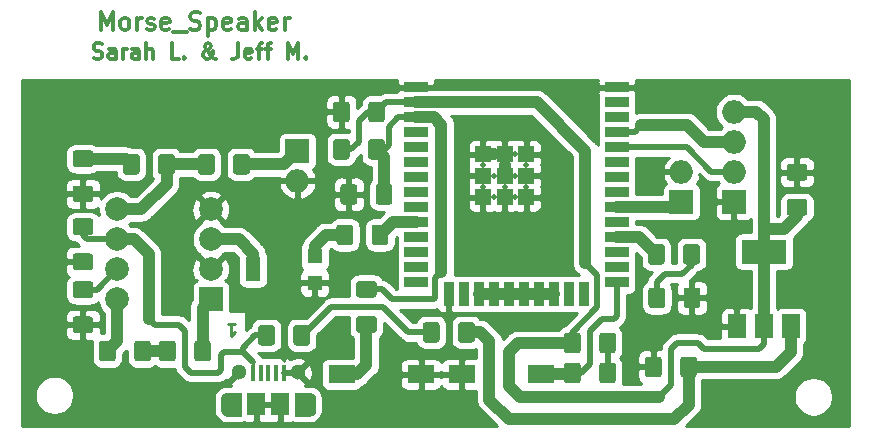
<source format=gtl>
G04 #@! TF.GenerationSoftware,KiCad,Pcbnew,(5.1.9)-1*
G04 #@! TF.CreationDate,2021-04-14T09:49:37+02:00*
G04 #@! TF.ProjectId,Copy_bachelorproef morse,436f7079-5f62-4616-9368-656c6f727072,rev?*
G04 #@! TF.SameCoordinates,Original*
G04 #@! TF.FileFunction,Copper,L1,Top*
G04 #@! TF.FilePolarity,Positive*
%FSLAX46Y46*%
G04 Gerber Fmt 4.6, Leading zero omitted, Abs format (unit mm)*
G04 Created by KiCad (PCBNEW (5.1.9)-1) date 2021-04-14 09:49:37*
%MOMM*%
%LPD*%
G01*
G04 APERTURE LIST*
G04 #@! TA.AperFunction,NonConductor*
%ADD10C,0.300000*%
G04 #@! TD*
G04 #@! TA.AperFunction,NonConductor*
%ADD11C,0.250000*%
G04 #@! TD*
G04 #@! TA.AperFunction,EtchedComponent*
%ADD12C,0.000100*%
G04 #@! TD*
G04 #@! TA.AperFunction,SMDPad,CuDef*
%ADD13R,3.800000X2.000000*%
G04 #@! TD*
G04 #@! TA.AperFunction,SMDPad,CuDef*
%ADD14R,1.500000X2.000000*%
G04 #@! TD*
G04 #@! TA.AperFunction,SMDPad,CuDef*
%ADD15R,1.300000X1.300000*%
G04 #@! TD*
G04 #@! TA.AperFunction,SMDPad,CuDef*
%ADD16R,1.300000X2.000000*%
G04 #@! TD*
G04 #@! TA.AperFunction,SMDPad,CuDef*
%ADD17R,2.300000X1.500000*%
G04 #@! TD*
G04 #@! TA.AperFunction,SMDPad,CuDef*
%ADD18R,2.000000X0.900000*%
G04 #@! TD*
G04 #@! TA.AperFunction,SMDPad,CuDef*
%ADD19R,0.900000X2.000000*%
G04 #@! TD*
G04 #@! TA.AperFunction,SMDPad,CuDef*
%ADD20R,1.330000X1.330000*%
G04 #@! TD*
G04 #@! TA.AperFunction,ComponentPad*
%ADD21C,0.500000*%
G04 #@! TD*
G04 #@! TA.AperFunction,ComponentPad*
%ADD22R,2.000000X2.000000*%
G04 #@! TD*
G04 #@! TA.AperFunction,ComponentPad*
%ADD23O,2.000000X2.000000*%
G04 #@! TD*
G04 #@! TA.AperFunction,ComponentPad*
%ADD24C,2.000000*%
G04 #@! TD*
G04 #@! TA.AperFunction,ComponentPad*
%ADD25O,0.950000X1.900000*%
G04 #@! TD*
G04 #@! TA.AperFunction,SMDPad,CuDef*
%ADD26R,1.500000X1.900000*%
G04 #@! TD*
G04 #@! TA.AperFunction,ComponentPad*
%ADD27C,1.300000*%
G04 #@! TD*
G04 #@! TA.AperFunction,SMDPad,CuDef*
%ADD28R,0.400000X1.350000*%
G04 #@! TD*
G04 #@! TA.AperFunction,Conductor*
%ADD29C,1.000000*%
G04 #@! TD*
G04 #@! TA.AperFunction,Conductor*
%ADD30C,0.500000*%
G04 #@! TD*
G04 #@! TA.AperFunction,Conductor*
%ADD31C,0.250000*%
G04 #@! TD*
G04 #@! TA.AperFunction,Conductor*
%ADD32C,0.254000*%
G04 #@! TD*
G04 #@! TA.AperFunction,Conductor*
%ADD33C,0.100000*%
G04 #@! TD*
G04 APERTURE END LIST*
D10*
X95640857Y-74186190D02*
X95826571Y-74248095D01*
X96136095Y-74248095D01*
X96259904Y-74186190D01*
X96321809Y-74124285D01*
X96383714Y-74000476D01*
X96383714Y-73876666D01*
X96321809Y-73752857D01*
X96259904Y-73690952D01*
X96136095Y-73629047D01*
X95888476Y-73567142D01*
X95764666Y-73505238D01*
X95702761Y-73443333D01*
X95640857Y-73319523D01*
X95640857Y-73195714D01*
X95702761Y-73071904D01*
X95764666Y-73010000D01*
X95888476Y-72948095D01*
X96198000Y-72948095D01*
X96383714Y-73010000D01*
X97498000Y-74248095D02*
X97498000Y-73567142D01*
X97436095Y-73443333D01*
X97312285Y-73381428D01*
X97064666Y-73381428D01*
X96940857Y-73443333D01*
X97498000Y-74186190D02*
X97374190Y-74248095D01*
X97064666Y-74248095D01*
X96940857Y-74186190D01*
X96878952Y-74062380D01*
X96878952Y-73938571D01*
X96940857Y-73814761D01*
X97064666Y-73752857D01*
X97374190Y-73752857D01*
X97498000Y-73690952D01*
X98117047Y-74248095D02*
X98117047Y-73381428D01*
X98117047Y-73629047D02*
X98178952Y-73505238D01*
X98240857Y-73443333D01*
X98364666Y-73381428D01*
X98488476Y-73381428D01*
X99478952Y-74248095D02*
X99478952Y-73567142D01*
X99417047Y-73443333D01*
X99293238Y-73381428D01*
X99045619Y-73381428D01*
X98921809Y-73443333D01*
X99478952Y-74186190D02*
X99355142Y-74248095D01*
X99045619Y-74248095D01*
X98921809Y-74186190D01*
X98859904Y-74062380D01*
X98859904Y-73938571D01*
X98921809Y-73814761D01*
X99045619Y-73752857D01*
X99355142Y-73752857D01*
X99478952Y-73690952D01*
X100098000Y-74248095D02*
X100098000Y-72948095D01*
X100655142Y-74248095D02*
X100655142Y-73567142D01*
X100593238Y-73443333D01*
X100469428Y-73381428D01*
X100283714Y-73381428D01*
X100159904Y-73443333D01*
X100098000Y-73505238D01*
X102883714Y-74248095D02*
X102264666Y-74248095D01*
X102264666Y-72948095D01*
X103317047Y-74124285D02*
X103378952Y-74186190D01*
X103317047Y-74248095D01*
X103255142Y-74186190D01*
X103317047Y-74124285D01*
X103317047Y-74248095D01*
X105978952Y-74248095D02*
X105917047Y-74248095D01*
X105793238Y-74186190D01*
X105607523Y-74000476D01*
X105298000Y-73629047D01*
X105174190Y-73443333D01*
X105112285Y-73257619D01*
X105112285Y-73133809D01*
X105174190Y-73010000D01*
X105298000Y-72948095D01*
X105359904Y-72948095D01*
X105483714Y-73010000D01*
X105545619Y-73133809D01*
X105545619Y-73195714D01*
X105483714Y-73319523D01*
X105421809Y-73381428D01*
X105050380Y-73629047D01*
X104988476Y-73690952D01*
X104926571Y-73814761D01*
X104926571Y-74000476D01*
X104988476Y-74124285D01*
X105050380Y-74186190D01*
X105174190Y-74248095D01*
X105359904Y-74248095D01*
X105483714Y-74186190D01*
X105545619Y-74124285D01*
X105731333Y-73876666D01*
X105793238Y-73690952D01*
X105793238Y-73567142D01*
X107898000Y-72948095D02*
X107898000Y-73876666D01*
X107836095Y-74062380D01*
X107712285Y-74186190D01*
X107526571Y-74248095D01*
X107402761Y-74248095D01*
X109012285Y-74186190D02*
X108888476Y-74248095D01*
X108640857Y-74248095D01*
X108517047Y-74186190D01*
X108455142Y-74062380D01*
X108455142Y-73567142D01*
X108517047Y-73443333D01*
X108640857Y-73381428D01*
X108888476Y-73381428D01*
X109012285Y-73443333D01*
X109074190Y-73567142D01*
X109074190Y-73690952D01*
X108455142Y-73814761D01*
X109445619Y-73381428D02*
X109940857Y-73381428D01*
X109631333Y-74248095D02*
X109631333Y-73133809D01*
X109693238Y-73010000D01*
X109817047Y-72948095D01*
X109940857Y-72948095D01*
X110188476Y-73381428D02*
X110683714Y-73381428D01*
X110374190Y-74248095D02*
X110374190Y-73133809D01*
X110436095Y-73010000D01*
X110559904Y-72948095D01*
X110683714Y-72948095D01*
X112107523Y-74248095D02*
X112107523Y-72948095D01*
X112540857Y-73876666D01*
X112974190Y-72948095D01*
X112974190Y-74248095D01*
X113593238Y-74124285D02*
X113655142Y-74186190D01*
X113593238Y-74248095D01*
X113531333Y-74186190D01*
X113593238Y-74124285D01*
X113593238Y-74248095D01*
D11*
X107029285Y-96702619D02*
X107600714Y-96702619D01*
X107315000Y-96702619D02*
X107315000Y-97702619D01*
X107410238Y-97559761D01*
X107505476Y-97464523D01*
X107600714Y-97416904D01*
D10*
X96247142Y-71798571D02*
X96247142Y-70298571D01*
X96747142Y-71370000D01*
X97247142Y-70298571D01*
X97247142Y-71798571D01*
X98175714Y-71798571D02*
X98032857Y-71727142D01*
X97961428Y-71655714D01*
X97890000Y-71512857D01*
X97890000Y-71084285D01*
X97961428Y-70941428D01*
X98032857Y-70870000D01*
X98175714Y-70798571D01*
X98390000Y-70798571D01*
X98532857Y-70870000D01*
X98604285Y-70941428D01*
X98675714Y-71084285D01*
X98675714Y-71512857D01*
X98604285Y-71655714D01*
X98532857Y-71727142D01*
X98390000Y-71798571D01*
X98175714Y-71798571D01*
X99318571Y-71798571D02*
X99318571Y-70798571D01*
X99318571Y-71084285D02*
X99390000Y-70941428D01*
X99461428Y-70870000D01*
X99604285Y-70798571D01*
X99747142Y-70798571D01*
X100175714Y-71727142D02*
X100318571Y-71798571D01*
X100604285Y-71798571D01*
X100747142Y-71727142D01*
X100818571Y-71584285D01*
X100818571Y-71512857D01*
X100747142Y-71370000D01*
X100604285Y-71298571D01*
X100390000Y-71298571D01*
X100247142Y-71227142D01*
X100175714Y-71084285D01*
X100175714Y-71012857D01*
X100247142Y-70870000D01*
X100390000Y-70798571D01*
X100604285Y-70798571D01*
X100747142Y-70870000D01*
X102032857Y-71727142D02*
X101890000Y-71798571D01*
X101604285Y-71798571D01*
X101461428Y-71727142D01*
X101390000Y-71584285D01*
X101390000Y-71012857D01*
X101461428Y-70870000D01*
X101604285Y-70798571D01*
X101890000Y-70798571D01*
X102032857Y-70870000D01*
X102104285Y-71012857D01*
X102104285Y-71155714D01*
X101390000Y-71298571D01*
X102390000Y-71941428D02*
X103532857Y-71941428D01*
X103818571Y-71727142D02*
X104032857Y-71798571D01*
X104390000Y-71798571D01*
X104532857Y-71727142D01*
X104604285Y-71655714D01*
X104675714Y-71512857D01*
X104675714Y-71370000D01*
X104604285Y-71227142D01*
X104532857Y-71155714D01*
X104390000Y-71084285D01*
X104104285Y-71012857D01*
X103961428Y-70941428D01*
X103890000Y-70870000D01*
X103818571Y-70727142D01*
X103818571Y-70584285D01*
X103890000Y-70441428D01*
X103961428Y-70370000D01*
X104104285Y-70298571D01*
X104461428Y-70298571D01*
X104675714Y-70370000D01*
X105318571Y-70798571D02*
X105318571Y-72298571D01*
X105318571Y-70870000D02*
X105461428Y-70798571D01*
X105747142Y-70798571D01*
X105890000Y-70870000D01*
X105961428Y-70941428D01*
X106032857Y-71084285D01*
X106032857Y-71512857D01*
X105961428Y-71655714D01*
X105890000Y-71727142D01*
X105747142Y-71798571D01*
X105461428Y-71798571D01*
X105318571Y-71727142D01*
X107247142Y-71727142D02*
X107104285Y-71798571D01*
X106818571Y-71798571D01*
X106675714Y-71727142D01*
X106604285Y-71584285D01*
X106604285Y-71012857D01*
X106675714Y-70870000D01*
X106818571Y-70798571D01*
X107104285Y-70798571D01*
X107247142Y-70870000D01*
X107318571Y-71012857D01*
X107318571Y-71155714D01*
X106604285Y-71298571D01*
X108604285Y-71798571D02*
X108604285Y-71012857D01*
X108532857Y-70870000D01*
X108390000Y-70798571D01*
X108104285Y-70798571D01*
X107961428Y-70870000D01*
X108604285Y-71727142D02*
X108461428Y-71798571D01*
X108104285Y-71798571D01*
X107961428Y-71727142D01*
X107890000Y-71584285D01*
X107890000Y-71441428D01*
X107961428Y-71298571D01*
X108104285Y-71227142D01*
X108461428Y-71227142D01*
X108604285Y-71155714D01*
X109318571Y-71798571D02*
X109318571Y-70298571D01*
X109461428Y-71227142D02*
X109890000Y-71798571D01*
X109890000Y-70798571D02*
X109318571Y-71370000D01*
X111104285Y-71727142D02*
X110961428Y-71798571D01*
X110675714Y-71798571D01*
X110532857Y-71727142D01*
X110461428Y-71584285D01*
X110461428Y-71012857D01*
X110532857Y-70870000D01*
X110675714Y-70798571D01*
X110961428Y-70798571D01*
X111104285Y-70870000D01*
X111175714Y-71012857D01*
X111175714Y-71155714D01*
X110461428Y-71298571D01*
X111818571Y-71798571D02*
X111818571Y-70798571D01*
X111818571Y-71084285D02*
X111890000Y-70941428D01*
X111961428Y-70870000D01*
X112104285Y-70798571D01*
X112247142Y-70798571D01*
D12*
G36*
X113926500Y-102555000D02*
G01*
X112726500Y-102555000D01*
X112726500Y-104455000D01*
X113926500Y-104455000D01*
X113951360Y-104454349D01*
X113976150Y-104452398D01*
X114000810Y-104449152D01*
X114025260Y-104444620D01*
X114049440Y-104438815D01*
X114073280Y-104431752D01*
X114096720Y-104423451D01*
X114119700Y-104413934D01*
X114142150Y-104403228D01*
X114164000Y-104391362D01*
X114185200Y-104378369D01*
X114205700Y-104364283D01*
X114225430Y-104349144D01*
X114244340Y-104332994D01*
X114262380Y-104315876D01*
X114279490Y-104297837D01*
X114295640Y-104278927D01*
X114310780Y-104259198D01*
X114324870Y-104238704D01*
X114337860Y-104217500D01*
X114349730Y-104195645D01*
X114360430Y-104173200D01*
X114369950Y-104150225D01*
X114378250Y-104126783D01*
X114385310Y-104102939D01*
X114391120Y-104078758D01*
X114395650Y-104054306D01*
X114398900Y-104029651D01*
X114400850Y-104004860D01*
X114401500Y-103980000D01*
X114401500Y-103030000D01*
X114400850Y-103005140D01*
X114398900Y-102980349D01*
X114395650Y-102955694D01*
X114391120Y-102931242D01*
X114385310Y-102907061D01*
X114378250Y-102883217D01*
X114369950Y-102859775D01*
X114360430Y-102836800D01*
X114349730Y-102814355D01*
X114337860Y-102792500D01*
X114324870Y-102771296D01*
X114310780Y-102750802D01*
X114295640Y-102731073D01*
X114279490Y-102712163D01*
X114262380Y-102694124D01*
X114244340Y-102677006D01*
X114225430Y-102660856D01*
X114205700Y-102645717D01*
X114185200Y-102631631D01*
X114164000Y-102618638D01*
X114142150Y-102606772D01*
X114119700Y-102596066D01*
X114096720Y-102586549D01*
X114073280Y-102578248D01*
X114049440Y-102571185D01*
X114025260Y-102565380D01*
X114000810Y-102560848D01*
X113976150Y-102557602D01*
X113951360Y-102555651D01*
X113926500Y-102555000D01*
G37*
X113926500Y-102555000D02*
X112726500Y-102555000D01*
X112726500Y-104455000D01*
X113926500Y-104455000D01*
X113951360Y-104454349D01*
X113976150Y-104452398D01*
X114000810Y-104449152D01*
X114025260Y-104444620D01*
X114049440Y-104438815D01*
X114073280Y-104431752D01*
X114096720Y-104423451D01*
X114119700Y-104413934D01*
X114142150Y-104403228D01*
X114164000Y-104391362D01*
X114185200Y-104378369D01*
X114205700Y-104364283D01*
X114225430Y-104349144D01*
X114244340Y-104332994D01*
X114262380Y-104315876D01*
X114279490Y-104297837D01*
X114295640Y-104278927D01*
X114310780Y-104259198D01*
X114324870Y-104238704D01*
X114337860Y-104217500D01*
X114349730Y-104195645D01*
X114360430Y-104173200D01*
X114369950Y-104150225D01*
X114378250Y-104126783D01*
X114385310Y-104102939D01*
X114391120Y-104078758D01*
X114395650Y-104054306D01*
X114398900Y-104029651D01*
X114400850Y-104004860D01*
X114401500Y-103980000D01*
X114401500Y-103030000D01*
X114400850Y-103005140D01*
X114398900Y-102980349D01*
X114395650Y-102955694D01*
X114391120Y-102931242D01*
X114385310Y-102907061D01*
X114378250Y-102883217D01*
X114369950Y-102859775D01*
X114360430Y-102836800D01*
X114349730Y-102814355D01*
X114337860Y-102792500D01*
X114324870Y-102771296D01*
X114310780Y-102750802D01*
X114295640Y-102731073D01*
X114279490Y-102712163D01*
X114262380Y-102694124D01*
X114244340Y-102677006D01*
X114225430Y-102660856D01*
X114205700Y-102645717D01*
X114185200Y-102631631D01*
X114164000Y-102618638D01*
X114142150Y-102606772D01*
X114119700Y-102596066D01*
X114096720Y-102586549D01*
X114073280Y-102578248D01*
X114049440Y-102571185D01*
X114025260Y-102565380D01*
X114000810Y-102560848D01*
X113976150Y-102557602D01*
X113951360Y-102555651D01*
X113926500Y-102555000D01*
G36*
X106926500Y-102555000D02*
G01*
X108126500Y-102555000D01*
X108126500Y-104455000D01*
X106926500Y-104455000D01*
X106901640Y-104454349D01*
X106876850Y-104452398D01*
X106852190Y-104449152D01*
X106827740Y-104444620D01*
X106803560Y-104438815D01*
X106779720Y-104431752D01*
X106756280Y-104423451D01*
X106733300Y-104413934D01*
X106710850Y-104403228D01*
X106689000Y-104391362D01*
X106667800Y-104378369D01*
X106647300Y-104364283D01*
X106627570Y-104349144D01*
X106608660Y-104332994D01*
X106590620Y-104315876D01*
X106573510Y-104297837D01*
X106557360Y-104278927D01*
X106542220Y-104259198D01*
X106528130Y-104238704D01*
X106515140Y-104217500D01*
X106503270Y-104195645D01*
X106492570Y-104173200D01*
X106483050Y-104150225D01*
X106474750Y-104126783D01*
X106467690Y-104102939D01*
X106461880Y-104078758D01*
X106457350Y-104054306D01*
X106454100Y-104029651D01*
X106452150Y-104004860D01*
X106451500Y-103980000D01*
X106451500Y-103030000D01*
X106452150Y-103005140D01*
X106454100Y-102980349D01*
X106457350Y-102955694D01*
X106461880Y-102931242D01*
X106467690Y-102907061D01*
X106474750Y-102883217D01*
X106483050Y-102859775D01*
X106492570Y-102836800D01*
X106503270Y-102814355D01*
X106515140Y-102792500D01*
X106528130Y-102771296D01*
X106542220Y-102750802D01*
X106557360Y-102731073D01*
X106573510Y-102712163D01*
X106590620Y-102694124D01*
X106608660Y-102677006D01*
X106627570Y-102660856D01*
X106647300Y-102645717D01*
X106667800Y-102631631D01*
X106689000Y-102618638D01*
X106710850Y-102606772D01*
X106733300Y-102596066D01*
X106756280Y-102586549D01*
X106779720Y-102578248D01*
X106803560Y-102571185D01*
X106827740Y-102565380D01*
X106852190Y-102560848D01*
X106876850Y-102557602D01*
X106901640Y-102555651D01*
X106926500Y-102555000D01*
G37*
X106926500Y-102555000D02*
X108126500Y-102555000D01*
X108126500Y-104455000D01*
X106926500Y-104455000D01*
X106901640Y-104454349D01*
X106876850Y-104452398D01*
X106852190Y-104449152D01*
X106827740Y-104444620D01*
X106803560Y-104438815D01*
X106779720Y-104431752D01*
X106756280Y-104423451D01*
X106733300Y-104413934D01*
X106710850Y-104403228D01*
X106689000Y-104391362D01*
X106667800Y-104378369D01*
X106647300Y-104364283D01*
X106627570Y-104349144D01*
X106608660Y-104332994D01*
X106590620Y-104315876D01*
X106573510Y-104297837D01*
X106557360Y-104278927D01*
X106542220Y-104259198D01*
X106528130Y-104238704D01*
X106515140Y-104217500D01*
X106503270Y-104195645D01*
X106492570Y-104173200D01*
X106483050Y-104150225D01*
X106474750Y-104126783D01*
X106467690Y-104102939D01*
X106461880Y-104078758D01*
X106457350Y-104054306D01*
X106454100Y-104029651D01*
X106452150Y-104004860D01*
X106451500Y-103980000D01*
X106451500Y-103030000D01*
X106452150Y-103005140D01*
X106454100Y-102980349D01*
X106457350Y-102955694D01*
X106461880Y-102931242D01*
X106467690Y-102907061D01*
X106474750Y-102883217D01*
X106483050Y-102859775D01*
X106492570Y-102836800D01*
X106503270Y-102814355D01*
X106515140Y-102792500D01*
X106528130Y-102771296D01*
X106542220Y-102750802D01*
X106557360Y-102731073D01*
X106573510Y-102712163D01*
X106590620Y-102694124D01*
X106608660Y-102677006D01*
X106627570Y-102660856D01*
X106647300Y-102645717D01*
X106667800Y-102631631D01*
X106689000Y-102618638D01*
X106710850Y-102606772D01*
X106733300Y-102596066D01*
X106756280Y-102586549D01*
X106779720Y-102578248D01*
X106803560Y-102571185D01*
X106827740Y-102565380D01*
X106852190Y-102560848D01*
X106876850Y-102557602D01*
X106901640Y-102555651D01*
X106926500Y-102555000D01*
D13*
X152400000Y-90576000D03*
D14*
X152400000Y-96876000D03*
X154700000Y-96876000D03*
X150100000Y-96876000D03*
D15*
X114360000Y-93225000D03*
D16*
X109160000Y-92075000D03*
D15*
X114360000Y-90925000D03*
D17*
X133525000Y-100965000D03*
X126825000Y-100965000D03*
D18*
X122945000Y-76655000D03*
X122945000Y-77925000D03*
X122945000Y-79195000D03*
X122945000Y-80465000D03*
X122945000Y-81735000D03*
X122945000Y-83005000D03*
X122945000Y-84275000D03*
X122945000Y-85545000D03*
X122945000Y-86815000D03*
X122945000Y-88085000D03*
X122945000Y-89355000D03*
X122945000Y-90625000D03*
X122945000Y-91895000D03*
X122945000Y-93165000D03*
D19*
X125730000Y-94165000D03*
X127000000Y-94165000D03*
X128270000Y-94165000D03*
X129540000Y-94165000D03*
X130810000Y-94165000D03*
X132080000Y-94165000D03*
X133350000Y-94165000D03*
X134620000Y-94165000D03*
X135890000Y-94165000D03*
X137160000Y-94165000D03*
D18*
X139945000Y-93165000D03*
X139945000Y-91895000D03*
X139945000Y-90625000D03*
X139945000Y-89355000D03*
X139945000Y-88085000D03*
X139945000Y-86815000D03*
X139945000Y-85545000D03*
X139945000Y-84275000D03*
X139945000Y-83005000D03*
X139945000Y-81735000D03*
X139945000Y-80465000D03*
X139945000Y-79195000D03*
X139945000Y-77925000D03*
X139945000Y-76655000D03*
D20*
X128610000Y-82320000D03*
X130445000Y-82320000D03*
X132280000Y-82320000D03*
X128610000Y-84155000D03*
X130445000Y-84155000D03*
X132280000Y-84155000D03*
X128610000Y-85990000D03*
X130445000Y-85990000D03*
X132280000Y-85990000D03*
D21*
X129527500Y-82320000D03*
X131362500Y-82320000D03*
X128610000Y-83237500D03*
X130445000Y-83237500D03*
X132280000Y-83237500D03*
X129527500Y-84155000D03*
X131362500Y-84155000D03*
X128610000Y-85072500D03*
X130445000Y-85072500D03*
X132280000Y-85072500D03*
X129527500Y-85990000D03*
X131362500Y-85990000D03*
D22*
X149860000Y-86360000D03*
D23*
X149860000Y-83820000D03*
X149860000Y-81280000D03*
X149860000Y-78740000D03*
G04 #@! TA.AperFunction,SMDPad,CuDef*
G36*
G01*
X138443000Y-98923000D02*
X138443000Y-97673000D01*
G75*
G02*
X138693000Y-97423000I250000J0D01*
G01*
X139618000Y-97423000D01*
G75*
G02*
X139868000Y-97673000I0J-250000D01*
G01*
X139868000Y-98923000D01*
G75*
G02*
X139618000Y-99173000I-250000J0D01*
G01*
X138693000Y-99173000D01*
G75*
G02*
X138443000Y-98923000I0J250000D01*
G01*
G37*
G04 #@! TD.AperFunction*
G04 #@! TA.AperFunction,SMDPad,CuDef*
G36*
G01*
X135468000Y-98923000D02*
X135468000Y-97673000D01*
G75*
G02*
X135718000Y-97423000I250000J0D01*
G01*
X136643000Y-97423000D01*
G75*
G02*
X136893000Y-97673000I0J-250000D01*
G01*
X136893000Y-98923000D01*
G75*
G02*
X136643000Y-99173000I-250000J0D01*
G01*
X135718000Y-99173000D01*
G75*
G02*
X135468000Y-98923000I0J250000D01*
G01*
G37*
G04 #@! TD.AperFunction*
G04 #@! TA.AperFunction,SMDPad,CuDef*
G36*
G01*
X124946000Y-96784000D02*
X124946000Y-98034000D01*
G75*
G02*
X124696000Y-98284000I-250000J0D01*
G01*
X123771000Y-98284000D01*
G75*
G02*
X123521000Y-98034000I0J250000D01*
G01*
X123521000Y-96784000D01*
G75*
G02*
X123771000Y-96534000I250000J0D01*
G01*
X124696000Y-96534000D01*
G75*
G02*
X124946000Y-96784000I0J-250000D01*
G01*
G37*
G04 #@! TD.AperFunction*
G04 #@! TA.AperFunction,SMDPad,CuDef*
G36*
G01*
X127921000Y-96784000D02*
X127921000Y-98034000D01*
G75*
G02*
X127671000Y-98284000I-250000J0D01*
G01*
X126746000Y-98284000D01*
G75*
G02*
X126496000Y-98034000I0J250000D01*
G01*
X126496000Y-96784000D01*
G75*
G02*
X126746000Y-96534000I250000J0D01*
G01*
X127671000Y-96534000D01*
G75*
G02*
X127921000Y-96784000I0J-250000D01*
G01*
G37*
G04 #@! TD.AperFunction*
D17*
X123365000Y-100965000D03*
X116665000Y-100965000D03*
D22*
X145415000Y-86360000D03*
D23*
X145415000Y-83820000D03*
G04 #@! TA.AperFunction,SMDPad,CuDef*
G36*
G01*
X94117000Y-96061500D02*
X95367000Y-96061500D01*
G75*
G02*
X95617000Y-96311500I0J-250000D01*
G01*
X95617000Y-97236500D01*
G75*
G02*
X95367000Y-97486500I-250000J0D01*
G01*
X94117000Y-97486500D01*
G75*
G02*
X93867000Y-97236500I0J250000D01*
G01*
X93867000Y-96311500D01*
G75*
G02*
X94117000Y-96061500I250000J0D01*
G01*
G37*
G04 #@! TD.AperFunction*
G04 #@! TA.AperFunction,SMDPad,CuDef*
G36*
G01*
X94117000Y-93086500D02*
X95367000Y-93086500D01*
G75*
G02*
X95617000Y-93336500I0J-250000D01*
G01*
X95617000Y-94261500D01*
G75*
G02*
X95367000Y-94511500I-250000J0D01*
G01*
X94117000Y-94511500D01*
G75*
G02*
X93867000Y-94261500I0J250000D01*
G01*
X93867000Y-93336500D01*
G75*
G02*
X94117000Y-93086500I250000J0D01*
G01*
G37*
G04 #@! TD.AperFunction*
D22*
X105570000Y-94615000D03*
D24*
X105570000Y-92075000D03*
X105570000Y-89535000D03*
X105570000Y-86995000D03*
X97630000Y-86995000D03*
X97630000Y-89535000D03*
X97630000Y-92075000D03*
X97630000Y-94615000D03*
D25*
X106926500Y-103505000D03*
X113926500Y-103505000D03*
D26*
X109426500Y-103505000D03*
X111426500Y-103505000D03*
D27*
X107926500Y-100805000D03*
X112926500Y-100805000D03*
D28*
X109126500Y-100830000D03*
X109776500Y-100830000D03*
X110426500Y-100830000D03*
X111076500Y-100830000D03*
X111726500Y-100830000D03*
D22*
X112903000Y-82042000D03*
D23*
X112903000Y-84582000D03*
G04 #@! TA.AperFunction,SMDPad,CuDef*
G36*
G01*
X115910000Y-79365000D02*
X115910000Y-78115000D01*
G75*
G02*
X116160000Y-77865000I250000J0D01*
G01*
X117085000Y-77865000D01*
G75*
G02*
X117335000Y-78115000I0J-250000D01*
G01*
X117335000Y-79365000D01*
G75*
G02*
X117085000Y-79615000I-250000J0D01*
G01*
X116160000Y-79615000D01*
G75*
G02*
X115910000Y-79365000I0J250000D01*
G01*
G37*
G04 #@! TD.AperFunction*
G04 #@! TA.AperFunction,SMDPad,CuDef*
G36*
G01*
X118885000Y-79365000D02*
X118885000Y-78115000D01*
G75*
G02*
X119135000Y-77865000I250000J0D01*
G01*
X120060000Y-77865000D01*
G75*
G02*
X120310000Y-78115000I0J-250000D01*
G01*
X120310000Y-79365000D01*
G75*
G02*
X120060000Y-79615000I-250000J0D01*
G01*
X119135000Y-79615000D01*
G75*
G02*
X118885000Y-79365000I0J250000D01*
G01*
G37*
G04 #@! TD.AperFunction*
G04 #@! TA.AperFunction,SMDPad,CuDef*
G36*
G01*
X120945000Y-85100000D02*
X120945000Y-86350000D01*
G75*
G02*
X120695000Y-86600000I-250000J0D01*
G01*
X119770000Y-86600000D01*
G75*
G02*
X119520000Y-86350000I0J250000D01*
G01*
X119520000Y-85100000D01*
G75*
G02*
X119770000Y-84850000I250000J0D01*
G01*
X120695000Y-84850000D01*
G75*
G02*
X120945000Y-85100000I0J-250000D01*
G01*
G37*
G04 #@! TD.AperFunction*
G04 #@! TA.AperFunction,SMDPad,CuDef*
G36*
G01*
X117970000Y-85100000D02*
X117970000Y-86350000D01*
G75*
G02*
X117720000Y-86600000I-250000J0D01*
G01*
X116795000Y-86600000D01*
G75*
G02*
X116545000Y-86350000I0J250000D01*
G01*
X116545000Y-85100000D01*
G75*
G02*
X116795000Y-84850000I250000J0D01*
G01*
X117720000Y-84850000D01*
G75*
G02*
X117970000Y-85100000I0J-250000D01*
G01*
G37*
G04 #@! TD.AperFunction*
G04 #@! TA.AperFunction,SMDPad,CuDef*
G36*
G01*
X155819000Y-87544000D02*
X154569000Y-87544000D01*
G75*
G02*
X154319000Y-87294000I0J250000D01*
G01*
X154319000Y-86369000D01*
G75*
G02*
X154569000Y-86119000I250000J0D01*
G01*
X155819000Y-86119000D01*
G75*
G02*
X156069000Y-86369000I0J-250000D01*
G01*
X156069000Y-87294000D01*
G75*
G02*
X155819000Y-87544000I-250000J0D01*
G01*
G37*
G04 #@! TD.AperFunction*
G04 #@! TA.AperFunction,SMDPad,CuDef*
G36*
G01*
X155819000Y-84569000D02*
X154569000Y-84569000D01*
G75*
G02*
X154319000Y-84319000I0J250000D01*
G01*
X154319000Y-83394000D01*
G75*
G02*
X154569000Y-83144000I250000J0D01*
G01*
X155819000Y-83144000D01*
G75*
G02*
X156069000Y-83394000I0J-250000D01*
G01*
X156069000Y-84319000D01*
G75*
G02*
X155819000Y-84569000I-250000J0D01*
G01*
G37*
G04 #@! TD.AperFunction*
G04 #@! TA.AperFunction,SMDPad,CuDef*
G36*
G01*
X146726000Y-99705000D02*
X146726000Y-100955000D01*
G75*
G02*
X146476000Y-101205000I-250000J0D01*
G01*
X145551000Y-101205000D01*
G75*
G02*
X145301000Y-100955000I0J250000D01*
G01*
X145301000Y-99705000D01*
G75*
G02*
X145551000Y-99455000I250000J0D01*
G01*
X146476000Y-99455000D01*
G75*
G02*
X146726000Y-99705000I0J-250000D01*
G01*
G37*
G04 #@! TD.AperFunction*
G04 #@! TA.AperFunction,SMDPad,CuDef*
G36*
G01*
X143751000Y-99705000D02*
X143751000Y-100955000D01*
G75*
G02*
X143501000Y-101205000I-250000J0D01*
G01*
X142576000Y-101205000D01*
G75*
G02*
X142326000Y-100955000I0J250000D01*
G01*
X142326000Y-99705000D01*
G75*
G02*
X142576000Y-99455000I250000J0D01*
G01*
X143501000Y-99455000D01*
G75*
G02*
X143751000Y-99705000I0J-250000D01*
G01*
G37*
G04 #@! TD.AperFunction*
G04 #@! TA.AperFunction,SMDPad,CuDef*
G36*
G01*
X94117000Y-90727500D02*
X95367000Y-90727500D01*
G75*
G02*
X95617000Y-90977500I0J-250000D01*
G01*
X95617000Y-91902500D01*
G75*
G02*
X95367000Y-92152500I-250000J0D01*
G01*
X94117000Y-92152500D01*
G75*
G02*
X93867000Y-91902500I0J250000D01*
G01*
X93867000Y-90977500D01*
G75*
G02*
X94117000Y-90727500I250000J0D01*
G01*
G37*
G04 #@! TD.AperFunction*
G04 #@! TA.AperFunction,SMDPad,CuDef*
G36*
G01*
X94117000Y-87752500D02*
X95367000Y-87752500D01*
G75*
G02*
X95617000Y-88002500I0J-250000D01*
G01*
X95617000Y-88927500D01*
G75*
G02*
X95367000Y-89177500I-250000J0D01*
G01*
X94117000Y-89177500D01*
G75*
G02*
X93867000Y-88927500I0J250000D01*
G01*
X93867000Y-88002500D01*
G75*
G02*
X94117000Y-87752500I250000J0D01*
G01*
G37*
G04 #@! TD.AperFunction*
G04 #@! TA.AperFunction,SMDPad,CuDef*
G36*
G01*
X116200500Y-89779000D02*
X116200500Y-88529000D01*
G75*
G02*
X116450500Y-88279000I250000J0D01*
G01*
X117375500Y-88279000D01*
G75*
G02*
X117625500Y-88529000I0J-250000D01*
G01*
X117625500Y-89779000D01*
G75*
G02*
X117375500Y-90029000I-250000J0D01*
G01*
X116450500Y-90029000D01*
G75*
G02*
X116200500Y-89779000I0J250000D01*
G01*
G37*
G04 #@! TD.AperFunction*
G04 #@! TA.AperFunction,SMDPad,CuDef*
G36*
G01*
X119175500Y-89779000D02*
X119175500Y-88529000D01*
G75*
G02*
X119425500Y-88279000I250000J0D01*
G01*
X120350500Y-88279000D01*
G75*
G02*
X120600500Y-88529000I0J-250000D01*
G01*
X120600500Y-89779000D01*
G75*
G02*
X120350500Y-90029000I-250000J0D01*
G01*
X119425500Y-90029000D01*
G75*
G02*
X119175500Y-89779000I0J250000D01*
G01*
G37*
G04 #@! TD.AperFunction*
G04 #@! TA.AperFunction,SMDPad,CuDef*
G36*
G01*
X99555000Y-82560000D02*
X99555000Y-83810000D01*
G75*
G02*
X99305000Y-84060000I-250000J0D01*
G01*
X98380000Y-84060000D01*
G75*
G02*
X98130000Y-83810000I0J250000D01*
G01*
X98130000Y-82560000D01*
G75*
G02*
X98380000Y-82310000I250000J0D01*
G01*
X99305000Y-82310000D01*
G75*
G02*
X99555000Y-82560000I0J-250000D01*
G01*
G37*
G04 #@! TD.AperFunction*
G04 #@! TA.AperFunction,SMDPad,CuDef*
G36*
G01*
X102530000Y-82560000D02*
X102530000Y-83810000D01*
G75*
G02*
X102280000Y-84060000I-250000J0D01*
G01*
X101355000Y-84060000D01*
G75*
G02*
X101105000Y-83810000I0J250000D01*
G01*
X101105000Y-82560000D01*
G75*
G02*
X101355000Y-82310000I250000J0D01*
G01*
X102280000Y-82310000D01*
G75*
G02*
X102530000Y-82560000I0J-250000D01*
G01*
G37*
G04 #@! TD.AperFunction*
G04 #@! TA.AperFunction,SMDPad,CuDef*
G36*
G01*
X107455000Y-83810000D02*
X107455000Y-82560000D01*
G75*
G02*
X107705000Y-82310000I250000J0D01*
G01*
X108630000Y-82310000D01*
G75*
G02*
X108880000Y-82560000I0J-250000D01*
G01*
X108880000Y-83810000D01*
G75*
G02*
X108630000Y-84060000I-250000J0D01*
G01*
X107705000Y-84060000D01*
G75*
G02*
X107455000Y-83810000I0J250000D01*
G01*
G37*
G04 #@! TD.AperFunction*
G04 #@! TA.AperFunction,SMDPad,CuDef*
G36*
G01*
X104480000Y-83810000D02*
X104480000Y-82560000D01*
G75*
G02*
X104730000Y-82310000I250000J0D01*
G01*
X105655000Y-82310000D01*
G75*
G02*
X105905000Y-82560000I0J-250000D01*
G01*
X105905000Y-83810000D01*
G75*
G02*
X105655000Y-84060000I-250000J0D01*
G01*
X104730000Y-84060000D01*
G75*
G02*
X104480000Y-83810000I0J250000D01*
G01*
G37*
G04 #@! TD.AperFunction*
G04 #@! TA.AperFunction,SMDPad,CuDef*
G36*
G01*
X97523000Y-98371500D02*
X97523000Y-99621500D01*
G75*
G02*
X97273000Y-99871500I-250000J0D01*
G01*
X96348000Y-99871500D01*
G75*
G02*
X96098000Y-99621500I0J250000D01*
G01*
X96098000Y-98371500D01*
G75*
G02*
X96348000Y-98121500I250000J0D01*
G01*
X97273000Y-98121500D01*
G75*
G02*
X97523000Y-98371500I0J-250000D01*
G01*
G37*
G04 #@! TD.AperFunction*
G04 #@! TA.AperFunction,SMDPad,CuDef*
G36*
G01*
X100498000Y-98371500D02*
X100498000Y-99621500D01*
G75*
G02*
X100248000Y-99871500I-250000J0D01*
G01*
X99323000Y-99871500D01*
G75*
G02*
X99073000Y-99621500I0J250000D01*
G01*
X99073000Y-98371500D01*
G75*
G02*
X99323000Y-98121500I250000J0D01*
G01*
X100248000Y-98121500D01*
G75*
G02*
X100498000Y-98371500I0J-250000D01*
G01*
G37*
G04 #@! TD.AperFunction*
G04 #@! TA.AperFunction,SMDPad,CuDef*
G36*
G01*
X115910000Y-82540000D02*
X115910000Y-81290000D01*
G75*
G02*
X116160000Y-81040000I250000J0D01*
G01*
X117085000Y-81040000D01*
G75*
G02*
X117335000Y-81290000I0J-250000D01*
G01*
X117335000Y-82540000D01*
G75*
G02*
X117085000Y-82790000I-250000J0D01*
G01*
X116160000Y-82790000D01*
G75*
G02*
X115910000Y-82540000I0J250000D01*
G01*
G37*
G04 #@! TD.AperFunction*
G04 #@! TA.AperFunction,SMDPad,CuDef*
G36*
G01*
X118885000Y-82540000D02*
X118885000Y-81290000D01*
G75*
G02*
X119135000Y-81040000I250000J0D01*
G01*
X120060000Y-81040000D01*
G75*
G02*
X120310000Y-81290000I0J-250000D01*
G01*
X120310000Y-82540000D01*
G75*
G02*
X120060000Y-82790000I-250000J0D01*
G01*
X119135000Y-82790000D01*
G75*
G02*
X118885000Y-82540000I0J250000D01*
G01*
G37*
G04 #@! TD.AperFunction*
G04 #@! TA.AperFunction,SMDPad,CuDef*
G36*
G01*
X139868000Y-100213000D02*
X139868000Y-101463000D01*
G75*
G02*
X139618000Y-101713000I-250000J0D01*
G01*
X138693000Y-101713000D01*
G75*
G02*
X138443000Y-101463000I0J250000D01*
G01*
X138443000Y-100213000D01*
G75*
G02*
X138693000Y-99963000I250000J0D01*
G01*
X139618000Y-99963000D01*
G75*
G02*
X139868000Y-100213000I0J-250000D01*
G01*
G37*
G04 #@! TD.AperFunction*
G04 #@! TA.AperFunction,SMDPad,CuDef*
G36*
G01*
X136893000Y-100213000D02*
X136893000Y-101463000D01*
G75*
G02*
X136643000Y-101713000I-250000J0D01*
G01*
X135718000Y-101713000D01*
G75*
G02*
X135468000Y-101463000I0J250000D01*
G01*
X135468000Y-100213000D01*
G75*
G02*
X135718000Y-99963000I250000J0D01*
G01*
X136643000Y-99963000D01*
G75*
G02*
X136893000Y-100213000I0J-250000D01*
G01*
G37*
G04 #@! TD.AperFunction*
G04 #@! TA.AperFunction,SMDPad,CuDef*
G36*
G01*
X102603000Y-98371500D02*
X102603000Y-99621500D01*
G75*
G02*
X102353000Y-99871500I-250000J0D01*
G01*
X101428000Y-99871500D01*
G75*
G02*
X101178000Y-99621500I0J250000D01*
G01*
X101178000Y-98371500D01*
G75*
G02*
X101428000Y-98121500I250000J0D01*
G01*
X102353000Y-98121500D01*
G75*
G02*
X102603000Y-98371500I0J-250000D01*
G01*
G37*
G04 #@! TD.AperFunction*
G04 #@! TA.AperFunction,SMDPad,CuDef*
G36*
G01*
X105578000Y-98371500D02*
X105578000Y-99621500D01*
G75*
G02*
X105328000Y-99871500I-250000J0D01*
G01*
X104403000Y-99871500D01*
G75*
G02*
X104153000Y-99621500I0J250000D01*
G01*
X104153000Y-98371500D01*
G75*
G02*
X104403000Y-98121500I250000J0D01*
G01*
X105328000Y-98121500D01*
G75*
G02*
X105578000Y-98371500I0J-250000D01*
G01*
G37*
G04 #@! TD.AperFunction*
G04 #@! TA.AperFunction,SMDPad,CuDef*
G36*
G01*
X94117000Y-82001000D02*
X95367000Y-82001000D01*
G75*
G02*
X95617000Y-82251000I0J-250000D01*
G01*
X95617000Y-83176000D01*
G75*
G02*
X95367000Y-83426000I-250000J0D01*
G01*
X94117000Y-83426000D01*
G75*
G02*
X93867000Y-83176000I0J250000D01*
G01*
X93867000Y-82251000D01*
G75*
G02*
X94117000Y-82001000I250000J0D01*
G01*
G37*
G04 #@! TD.AperFunction*
G04 #@! TA.AperFunction,SMDPad,CuDef*
G36*
G01*
X94117000Y-84976000D02*
X95367000Y-84976000D01*
G75*
G02*
X95617000Y-85226000I0J-250000D01*
G01*
X95617000Y-86151000D01*
G75*
G02*
X95367000Y-86401000I-250000J0D01*
G01*
X94117000Y-86401000D01*
G75*
G02*
X93867000Y-86151000I0J250000D01*
G01*
X93867000Y-85226000D01*
G75*
G02*
X94117000Y-84976000I250000J0D01*
G01*
G37*
G04 #@! TD.AperFunction*
G04 #@! TA.AperFunction,SMDPad,CuDef*
G36*
G01*
X118120000Y-96025000D02*
X119370000Y-96025000D01*
G75*
G02*
X119620000Y-96275000I0J-250000D01*
G01*
X119620000Y-97200000D01*
G75*
G02*
X119370000Y-97450000I-250000J0D01*
G01*
X118120000Y-97450000D01*
G75*
G02*
X117870000Y-97200000I0J250000D01*
G01*
X117870000Y-96275000D01*
G75*
G02*
X118120000Y-96025000I250000J0D01*
G01*
G37*
G04 #@! TD.AperFunction*
G04 #@! TA.AperFunction,SMDPad,CuDef*
G36*
G01*
X118120000Y-93050000D02*
X119370000Y-93050000D01*
G75*
G02*
X119620000Y-93300000I0J-250000D01*
G01*
X119620000Y-94225000D01*
G75*
G02*
X119370000Y-94475000I-250000J0D01*
G01*
X118120000Y-94475000D01*
G75*
G02*
X117870000Y-94225000I0J250000D01*
G01*
X117870000Y-93300000D01*
G75*
G02*
X118120000Y-93050000I250000J0D01*
G01*
G37*
G04 #@! TD.AperFunction*
G04 #@! TA.AperFunction,SMDPad,CuDef*
G36*
G01*
X113969000Y-97038000D02*
X113969000Y-98288000D01*
G75*
G02*
X113719000Y-98538000I-250000J0D01*
G01*
X112794000Y-98538000D01*
G75*
G02*
X112544000Y-98288000I0J250000D01*
G01*
X112544000Y-97038000D01*
G75*
G02*
X112794000Y-96788000I250000J0D01*
G01*
X113719000Y-96788000D01*
G75*
G02*
X113969000Y-97038000I0J-250000D01*
G01*
G37*
G04 #@! TD.AperFunction*
G04 #@! TA.AperFunction,SMDPad,CuDef*
G36*
G01*
X110994000Y-97038000D02*
X110994000Y-98288000D01*
G75*
G02*
X110744000Y-98538000I-250000J0D01*
G01*
X109819000Y-98538000D01*
G75*
G02*
X109569000Y-98288000I0J250000D01*
G01*
X109569000Y-97038000D01*
G75*
G02*
X109819000Y-96788000I250000J0D01*
G01*
X110744000Y-96788000D01*
G75*
G02*
X110994000Y-97038000I0J-250000D01*
G01*
G37*
G04 #@! TD.AperFunction*
G04 #@! TA.AperFunction,SMDPad,CuDef*
G36*
G01*
X144005000Y-90180000D02*
X144005000Y-91430000D01*
G75*
G02*
X143755000Y-91680000I-250000J0D01*
G01*
X142830000Y-91680000D01*
G75*
G02*
X142580000Y-91430000I0J250000D01*
G01*
X142580000Y-90180000D01*
G75*
G02*
X142830000Y-89930000I250000J0D01*
G01*
X143755000Y-89930000D01*
G75*
G02*
X144005000Y-90180000I0J-250000D01*
G01*
G37*
G04 #@! TD.AperFunction*
G04 #@! TA.AperFunction,SMDPad,CuDef*
G36*
G01*
X146980000Y-90180000D02*
X146980000Y-91430000D01*
G75*
G02*
X146730000Y-91680000I-250000J0D01*
G01*
X145805000Y-91680000D01*
G75*
G02*
X145555000Y-91430000I0J250000D01*
G01*
X145555000Y-90180000D01*
G75*
G02*
X145805000Y-89930000I250000J0D01*
G01*
X146730000Y-89930000D01*
G75*
G02*
X146980000Y-90180000I0J-250000D01*
G01*
G37*
G04 #@! TD.AperFunction*
G04 #@! TA.AperFunction,SMDPad,CuDef*
G36*
G01*
X147016500Y-93863000D02*
X147016500Y-95113000D01*
G75*
G02*
X146766500Y-95363000I-250000J0D01*
G01*
X145841500Y-95363000D01*
G75*
G02*
X145591500Y-95113000I0J250000D01*
G01*
X145591500Y-93863000D01*
G75*
G02*
X145841500Y-93613000I250000J0D01*
G01*
X146766500Y-93613000D01*
G75*
G02*
X147016500Y-93863000I0J-250000D01*
G01*
G37*
G04 #@! TD.AperFunction*
G04 #@! TA.AperFunction,SMDPad,CuDef*
G36*
G01*
X144041500Y-93863000D02*
X144041500Y-95113000D01*
G75*
G02*
X143791500Y-95363000I-250000J0D01*
G01*
X142866500Y-95363000D01*
G75*
G02*
X142616500Y-95113000I0J250000D01*
G01*
X142616500Y-93863000D01*
G75*
G02*
X142866500Y-93613000I250000J0D01*
G01*
X143791500Y-93613000D01*
G75*
G02*
X144041500Y-93863000I0J-250000D01*
G01*
G37*
G04 #@! TD.AperFunction*
D29*
X130445000Y-83237500D02*
X130445000Y-84155000D01*
X129527500Y-82320000D02*
X128610000Y-82320000D01*
D30*
X112901500Y-100830000D02*
X112926500Y-100805000D01*
X111726500Y-100830000D02*
X112901500Y-100830000D01*
D29*
X137287000Y-82740500D02*
X137287000Y-91567000D01*
D30*
X120412500Y-77925000D02*
X122945000Y-77925000D01*
X119597500Y-78740000D02*
X120412500Y-77925000D01*
X137287000Y-91567000D02*
X138303000Y-92583000D01*
X138303000Y-95300500D02*
X138303000Y-92583000D01*
D31*
X136135000Y-97790000D02*
X135560000Y-97790000D01*
D30*
X136180500Y-97423000D02*
X138303000Y-95300500D01*
D29*
X122945000Y-77925000D02*
X133170000Y-77925000D01*
X137287000Y-82042000D02*
X137287000Y-82740500D01*
X133170000Y-77925000D02*
X137287000Y-82042000D01*
X151765000Y-78740000D02*
X149860000Y-78740000D01*
X152400000Y-79375000D02*
X151765000Y-78740000D01*
D30*
X117475000Y-81915000D02*
X116622500Y-81915000D01*
X118110000Y-81280000D02*
X117475000Y-81915000D01*
X119597500Y-78740000D02*
X118885000Y-78740000D01*
X118110000Y-79515000D02*
X118110000Y-81280000D01*
X118885000Y-78740000D02*
X118110000Y-79515000D01*
D29*
X136180500Y-98298000D02*
X131572000Y-98298000D01*
X131572000Y-98298000D02*
X130810000Y-99060000D01*
X130810000Y-101918002D02*
X131761998Y-102870000D01*
X130810000Y-99060000D02*
X130810000Y-101918002D01*
X131761998Y-102870000D02*
X142875000Y-102870000D01*
X142875000Y-102870000D02*
X143510000Y-102870000D01*
D30*
X151970000Y-98806000D02*
X152400000Y-98376000D01*
X147320000Y-98806000D02*
X151970000Y-98806000D01*
X143510000Y-102870000D02*
X144526000Y-101854000D01*
X144526000Y-101854000D02*
X144526000Y-98806000D01*
X145034000Y-98298000D02*
X146812000Y-98298000D01*
X144526000Y-98806000D02*
X145034000Y-98298000D01*
X152400000Y-98376000D02*
X152400000Y-96876000D01*
X146812000Y-98298000D02*
X147320000Y-98806000D01*
D29*
X154092000Y-88646000D02*
X152400000Y-88646000D01*
X155194000Y-86831500D02*
X155194000Y-87544000D01*
X152400000Y-79375000D02*
X152400000Y-88646000D01*
X155194000Y-87544000D02*
X154092000Y-88646000D01*
X152400000Y-88646000D02*
X152400000Y-90576000D01*
X152400000Y-96876000D02*
X152400000Y-90576000D01*
D30*
X119135000Y-81915000D02*
X119710000Y-81915000D01*
D29*
X122945000Y-79195000D02*
X124445000Y-79195000D01*
X124445000Y-79195000D02*
X125095000Y-79845000D01*
X125095000Y-79845000D02*
X125095000Y-92329000D01*
X120232500Y-82550000D02*
X119597500Y-81915000D01*
X120232500Y-85725000D02*
X120232500Y-82550000D01*
D30*
X121445000Y-79195000D02*
X122945000Y-79195000D01*
X120650000Y-81575000D02*
X120650000Y-79990000D01*
X120650000Y-79990000D02*
X121445000Y-79195000D01*
X120310000Y-81915000D02*
X120650000Y-81575000D01*
X119597500Y-81915000D02*
X120310000Y-81915000D01*
X120069500Y-93762500D02*
X118745000Y-93762500D01*
X124587000Y-92837000D02*
X124587000Y-94488000D01*
X125095000Y-92329000D02*
X124587000Y-92837000D01*
X124587000Y-94488000D02*
X124460000Y-94615000D01*
X124460000Y-94615000D02*
X120922000Y-94615000D01*
X120922000Y-94615000D02*
X120069500Y-93762500D01*
X136893000Y-100838000D02*
X137668000Y-100063000D01*
X136180500Y-100838000D02*
X136893000Y-100838000D01*
X137668000Y-100063000D02*
X137668000Y-97282000D01*
X137668000Y-97282000D02*
X138684000Y-96266000D01*
X138684000Y-96266000D02*
X139700000Y-96266000D01*
X139945000Y-96021000D02*
X139945000Y-93165000D01*
X139700000Y-96266000D02*
X139945000Y-96021000D01*
D29*
X136053500Y-100965000D02*
X136180500Y-100838000D01*
X133525000Y-100965000D02*
X136053500Y-100965000D01*
D30*
X147955000Y-83820000D02*
X149860000Y-83820000D01*
X145870000Y-81735000D02*
X147955000Y-83820000D01*
X139945000Y-81735000D02*
X145870000Y-81735000D01*
X141445000Y-80465000D02*
X142027000Y-79883000D01*
X139945000Y-80465000D02*
X141445000Y-80465000D01*
D29*
X142027000Y-79883000D02*
X145923000Y-79883000D01*
X145923000Y-79883000D02*
X147320000Y-81280000D01*
X147320000Y-81280000D02*
X149860000Y-81280000D01*
X128270000Y-94165000D02*
X134620000Y-94165000D01*
X146013500Y-103541500D02*
X146013500Y-100330000D01*
X144780000Y-104775000D02*
X146013500Y-103541500D01*
X128397000Y-97409000D02*
X129159000Y-98171000D01*
X127208500Y-97409000D02*
X128397000Y-97409000D01*
X129159000Y-103124000D02*
X130810000Y-104775000D01*
X129159000Y-98171000D02*
X129159000Y-103124000D01*
X130810000Y-104775000D02*
X144780000Y-104775000D01*
X154700000Y-99046000D02*
X154700000Y-96876000D01*
X146013500Y-100330000D02*
X153416000Y-100330000D01*
X153416000Y-100330000D02*
X154700000Y-99046000D01*
X120957000Y-88085000D02*
X122945000Y-88085000D01*
X119888000Y-89154000D02*
X120957000Y-88085000D01*
X114360000Y-90110000D02*
X114360000Y-90925000D01*
X116913000Y-89154000D02*
X115316000Y-89154000D01*
X115316000Y-89154000D02*
X114360000Y-90110000D01*
D30*
X95906000Y-93799000D02*
X97630000Y-92075000D01*
X94742000Y-93799000D02*
X95906000Y-93799000D01*
X98452500Y-82795000D02*
X98842500Y-83185000D01*
D29*
X98371000Y-82713500D02*
X98842500Y-83185000D01*
X94742000Y-82713500D02*
X98371000Y-82713500D01*
X97630000Y-86995000D02*
X99695000Y-86995000D01*
X101817500Y-84872500D02*
X101817500Y-83185000D01*
X99695000Y-86995000D02*
X101817500Y-84872500D01*
X101817500Y-83185000D02*
X105192500Y-83185000D01*
X111760000Y-83185000D02*
X112903000Y-82042000D01*
X108167500Y-83185000D02*
X111760000Y-83185000D01*
X97630000Y-98177000D02*
X96810500Y-98996500D01*
X97630000Y-94615000D02*
X97630000Y-98177000D01*
X99785500Y-98996500D02*
X101890500Y-98996500D01*
X104865500Y-95319500D02*
X105570000Y-94615000D01*
X104865500Y-98996500D02*
X104865500Y-95319500D01*
X109160000Y-90745000D02*
X109160000Y-92075000D01*
X105570000Y-89535000D02*
X107950000Y-89535000D01*
X107950000Y-89535000D02*
X109160000Y-90745000D01*
D30*
X139155500Y-98298000D02*
X139155500Y-100838000D01*
X120142000Y-95250000D02*
X122301000Y-97409000D01*
X115782000Y-95250000D02*
X120142000Y-95250000D01*
X122301000Y-97409000D02*
X124233500Y-97409000D01*
X112794000Y-97663000D02*
X113369000Y-97663000D01*
X113369000Y-97663000D02*
X115782000Y-95250000D01*
X95644000Y-89535000D02*
X97630000Y-89535000D01*
X109126500Y-99905000D02*
X108281500Y-99060000D01*
D31*
X109126500Y-100830000D02*
X109126500Y-99905000D01*
D30*
X108281500Y-99060000D02*
X106680000Y-99060000D01*
X106426000Y-99314000D02*
X106680000Y-99060000D01*
X100838000Y-96774000D02*
X102870000Y-96774000D01*
X103886000Y-100838000D02*
X106172000Y-100838000D01*
X106172000Y-100838000D02*
X106426000Y-100584000D01*
D29*
X100330000Y-90805000D02*
X100330000Y-96266000D01*
X97630000Y-89535000D02*
X99060000Y-89535000D01*
D30*
X100330000Y-96266000D02*
X100838000Y-96774000D01*
D29*
X99060000Y-89535000D02*
X100330000Y-90805000D01*
D30*
X102870000Y-96774000D02*
X103378000Y-97282000D01*
X103378000Y-97282000D02*
X103378000Y-100330000D01*
X106426000Y-100584000D02*
X106426000Y-99314000D01*
X103378000Y-100330000D02*
X103886000Y-100838000D01*
X108281500Y-99060000D02*
X108281500Y-98728500D01*
X109347000Y-97663000D02*
X110281500Y-97663000D01*
X108281500Y-98728500D02*
X109347000Y-97663000D01*
X95099500Y-89535000D02*
X95644000Y-89535000D01*
X94742000Y-89177500D02*
X95099500Y-89535000D01*
X94742000Y-88465000D02*
X94742000Y-89177500D01*
D29*
X144960000Y-86815000D02*
X145415000Y-86360000D01*
X139945000Y-86815000D02*
X144960000Y-86815000D01*
X118745000Y-96737500D02*
X118745000Y-100203000D01*
X117983000Y-100965000D02*
X116665000Y-100965000D01*
X118745000Y-100203000D02*
X117983000Y-100965000D01*
X141842500Y-89355000D02*
X143292500Y-90805000D01*
X139945000Y-89355000D02*
X141842500Y-89355000D01*
D30*
X146267500Y-91680000D02*
X145491500Y-92456000D01*
X146267500Y-90805000D02*
X146267500Y-91680000D01*
X145491500Y-92456000D02*
X144018000Y-92456000D01*
X143329000Y-93145000D02*
X143329000Y-94488000D01*
X144018000Y-92456000D02*
X143329000Y-93145000D01*
D32*
X121319188Y-76080518D02*
X121306928Y-76205000D01*
X121310000Y-76369250D01*
X121468750Y-76528000D01*
X122818000Y-76528000D01*
X122818000Y-76508000D01*
X123072000Y-76508000D01*
X123072000Y-76528000D01*
X124421250Y-76528000D01*
X124580000Y-76369250D01*
X124583072Y-76205000D01*
X124570812Y-76080518D01*
X124568531Y-76073000D01*
X138321469Y-76073000D01*
X138319188Y-76080518D01*
X138306928Y-76205000D01*
X138310000Y-76369250D01*
X138468750Y-76528000D01*
X139818000Y-76528000D01*
X139818000Y-76508000D01*
X140072000Y-76508000D01*
X140072000Y-76528000D01*
X141421250Y-76528000D01*
X141580000Y-76369250D01*
X141583072Y-76205000D01*
X141570812Y-76080518D01*
X141568531Y-76073000D01*
X159572000Y-76073000D01*
X159572001Y-105343000D01*
X145805818Y-105343000D01*
X146771264Y-104377555D01*
X146814265Y-104342265D01*
X146849555Y-104299264D01*
X146849558Y-104299261D01*
X146955100Y-104170658D01*
X147017291Y-104054306D01*
X147059750Y-103974871D01*
X147124193Y-103762431D01*
X147140500Y-103596865D01*
X147140500Y-103596855D01*
X147145952Y-103541501D01*
X147140500Y-103486146D01*
X147140500Y-102704830D01*
X154914000Y-102704830D01*
X154914000Y-103035170D01*
X154978446Y-103359163D01*
X155104862Y-103664357D01*
X155288389Y-103939025D01*
X155521975Y-104172611D01*
X155796643Y-104356138D01*
X156101837Y-104482554D01*
X156425830Y-104547000D01*
X156756170Y-104547000D01*
X157080163Y-104482554D01*
X157385357Y-104356138D01*
X157660025Y-104172611D01*
X157893611Y-103939025D01*
X158077138Y-103664357D01*
X158203554Y-103359163D01*
X158268000Y-103035170D01*
X158268000Y-102704830D01*
X158203554Y-102380837D01*
X158077138Y-102075643D01*
X157893611Y-101800975D01*
X157660025Y-101567389D01*
X157385357Y-101383862D01*
X157080163Y-101257446D01*
X156756170Y-101193000D01*
X156425830Y-101193000D01*
X156101837Y-101257446D01*
X155796643Y-101383862D01*
X155521975Y-101567389D01*
X155288389Y-101800975D01*
X155104862Y-102075643D01*
X154978446Y-102380837D01*
X154914000Y-102704830D01*
X147140500Y-102704830D01*
X147140500Y-101525828D01*
X147196986Y-101457000D01*
X153360646Y-101457000D01*
X153416000Y-101462452D01*
X153471354Y-101457000D01*
X153471365Y-101457000D01*
X153636931Y-101440693D01*
X153849371Y-101376250D01*
X154045157Y-101271600D01*
X154216765Y-101130765D01*
X154252059Y-101087759D01*
X155457764Y-99882055D01*
X155500765Y-99846765D01*
X155536055Y-99803764D01*
X155536058Y-99803761D01*
X155641600Y-99675157D01*
X155658563Y-99643422D01*
X155746250Y-99479371D01*
X155810693Y-99266931D01*
X155827000Y-99101365D01*
X155827000Y-99101355D01*
X155832452Y-99046001D01*
X155827000Y-98990646D01*
X155827000Y-98377718D01*
X155895501Y-98321501D01*
X155973853Y-98226028D01*
X156032075Y-98117103D01*
X156067927Y-97998913D01*
X156080033Y-97876000D01*
X156080033Y-95876000D01*
X156067927Y-95753087D01*
X156032075Y-95634897D01*
X155973853Y-95525972D01*
X155895501Y-95430499D01*
X155800028Y-95352147D01*
X155691103Y-95293925D01*
X155572913Y-95258073D01*
X155450000Y-95245967D01*
X153950000Y-95245967D01*
X153827087Y-95258073D01*
X153708897Y-95293925D01*
X153599972Y-95352147D01*
X153550000Y-95393158D01*
X153527000Y-95374282D01*
X153527000Y-92206033D01*
X154300000Y-92206033D01*
X154422913Y-92193927D01*
X154541103Y-92158075D01*
X154650028Y-92099853D01*
X154745501Y-92021501D01*
X154823853Y-91926028D01*
X154882075Y-91817103D01*
X154917927Y-91698913D01*
X154930033Y-91576000D01*
X154930033Y-89576000D01*
X154917927Y-89453087D01*
X154909736Y-89426085D01*
X154928059Y-89403759D01*
X155951764Y-88380055D01*
X155994765Y-88344765D01*
X156030055Y-88301764D01*
X156030058Y-88301761D01*
X156135600Y-88173157D01*
X156177003Y-88095697D01*
X156307920Y-88025721D01*
X156441277Y-87916277D01*
X156550721Y-87782920D01*
X156632044Y-87630774D01*
X156682123Y-87465686D01*
X156699033Y-87294000D01*
X156699033Y-86369000D01*
X156682123Y-86197314D01*
X156632044Y-86032226D01*
X156550721Y-85880080D01*
X156441277Y-85746723D01*
X156307920Y-85637279D01*
X156155774Y-85555956D01*
X155990686Y-85505877D01*
X155819000Y-85488967D01*
X154569000Y-85488967D01*
X154397314Y-85505877D01*
X154232226Y-85555956D01*
X154080080Y-85637279D01*
X153946723Y-85746723D01*
X153837279Y-85880080D01*
X153755956Y-86032226D01*
X153705877Y-86197314D01*
X153688967Y-86369000D01*
X153688967Y-87294000D01*
X153703422Y-87440760D01*
X153625182Y-87519000D01*
X153527000Y-87519000D01*
X153527000Y-84569000D01*
X153680928Y-84569000D01*
X153693188Y-84693482D01*
X153729498Y-84813180D01*
X153788463Y-84923494D01*
X153867815Y-85020185D01*
X153964506Y-85099537D01*
X154074820Y-85158502D01*
X154194518Y-85194812D01*
X154319000Y-85207072D01*
X154908250Y-85204000D01*
X155067000Y-85045250D01*
X155067000Y-83983500D01*
X155321000Y-83983500D01*
X155321000Y-85045250D01*
X155479750Y-85204000D01*
X156069000Y-85207072D01*
X156193482Y-85194812D01*
X156313180Y-85158502D01*
X156423494Y-85099537D01*
X156520185Y-85020185D01*
X156599537Y-84923494D01*
X156658502Y-84813180D01*
X156694812Y-84693482D01*
X156707072Y-84569000D01*
X156704000Y-84142250D01*
X156545250Y-83983500D01*
X155321000Y-83983500D01*
X155067000Y-83983500D01*
X153842750Y-83983500D01*
X153684000Y-84142250D01*
X153680928Y-84569000D01*
X153527000Y-84569000D01*
X153527000Y-83144000D01*
X153680928Y-83144000D01*
X153684000Y-83570750D01*
X153842750Y-83729500D01*
X155067000Y-83729500D01*
X155067000Y-82667750D01*
X155321000Y-82667750D01*
X155321000Y-83729500D01*
X156545250Y-83729500D01*
X156704000Y-83570750D01*
X156707072Y-83144000D01*
X156694812Y-83019518D01*
X156658502Y-82899820D01*
X156599537Y-82789506D01*
X156520185Y-82692815D01*
X156423494Y-82613463D01*
X156313180Y-82554498D01*
X156193482Y-82518188D01*
X156069000Y-82505928D01*
X155479750Y-82509000D01*
X155321000Y-82667750D01*
X155067000Y-82667750D01*
X154908250Y-82509000D01*
X154319000Y-82505928D01*
X154194518Y-82518188D01*
X154074820Y-82554498D01*
X153964506Y-82613463D01*
X153867815Y-82692815D01*
X153788463Y-82789506D01*
X153729498Y-82899820D01*
X153693188Y-83019518D01*
X153680928Y-83144000D01*
X153527000Y-83144000D01*
X153527000Y-79430357D01*
X153532452Y-79375000D01*
X153527000Y-79319643D01*
X153527000Y-79319635D01*
X153510693Y-79154069D01*
X153446250Y-78941629D01*
X153341600Y-78745843D01*
X153200765Y-78574235D01*
X153157758Y-78538940D01*
X152601060Y-77982242D01*
X152565765Y-77939235D01*
X152394157Y-77798400D01*
X152198371Y-77693750D01*
X151985931Y-77629307D01*
X151820365Y-77613000D01*
X151820354Y-77613000D01*
X151765000Y-77607548D01*
X151709646Y-77613000D01*
X151033925Y-77613000D01*
X150897152Y-77476227D01*
X150630673Y-77298172D01*
X150334578Y-77175525D01*
X150020245Y-77113000D01*
X149699755Y-77113000D01*
X149385422Y-77175525D01*
X149089327Y-77298172D01*
X148822848Y-77476227D01*
X148596227Y-77702848D01*
X148418172Y-77969327D01*
X148295525Y-78265422D01*
X148233000Y-78579755D01*
X148233000Y-78900245D01*
X148295525Y-79214578D01*
X148418172Y-79510673D01*
X148596227Y-79777152D01*
X148822848Y-80003773D01*
X148832167Y-80010000D01*
X148822848Y-80016227D01*
X148686075Y-80153000D01*
X147786819Y-80153000D01*
X146759059Y-79125241D01*
X146723765Y-79082235D01*
X146552157Y-78941400D01*
X146356371Y-78836750D01*
X146143931Y-78772307D01*
X145978365Y-78756000D01*
X145978354Y-78756000D01*
X145923000Y-78750548D01*
X145867646Y-78756000D01*
X141971635Y-78756000D01*
X141806069Y-78772307D01*
X141593629Y-78836750D01*
X141575033Y-78846690D01*
X141575033Y-78745000D01*
X141562927Y-78622087D01*
X141544093Y-78560000D01*
X141562927Y-78497913D01*
X141575033Y-78375000D01*
X141575033Y-77475000D01*
X141562927Y-77352087D01*
X141548274Y-77303781D01*
X141570812Y-77229482D01*
X141583072Y-77105000D01*
X141580000Y-76940750D01*
X141421250Y-76782000D01*
X140072000Y-76782000D01*
X140072000Y-76802000D01*
X139818000Y-76802000D01*
X139818000Y-76782000D01*
X138468750Y-76782000D01*
X138310000Y-76940750D01*
X138306928Y-77105000D01*
X138319188Y-77229482D01*
X138341726Y-77303781D01*
X138327073Y-77352087D01*
X138314967Y-77475000D01*
X138314967Y-78375000D01*
X138327073Y-78497913D01*
X138345907Y-78560000D01*
X138327073Y-78622087D01*
X138314967Y-78745000D01*
X138314967Y-79645000D01*
X138327073Y-79767913D01*
X138345907Y-79830000D01*
X138327073Y-79892087D01*
X138314967Y-80015000D01*
X138314967Y-80915000D01*
X138327073Y-81037913D01*
X138345907Y-81100000D01*
X138327073Y-81162087D01*
X138314967Y-81285000D01*
X138314967Y-81574424D01*
X138228600Y-81412843D01*
X138170461Y-81342000D01*
X138123058Y-81284239D01*
X138123055Y-81284236D01*
X138087765Y-81241235D01*
X138044764Y-81205945D01*
X134006059Y-77167241D01*
X133970765Y-77124235D01*
X133799157Y-76983400D01*
X133603371Y-76878750D01*
X133390931Y-76814307D01*
X133225365Y-76798000D01*
X133225354Y-76798000D01*
X133170000Y-76792548D01*
X133114646Y-76798000D01*
X124437250Y-76798000D01*
X124421250Y-76782000D01*
X123072000Y-76782000D01*
X123072000Y-76798000D01*
X122889635Y-76798000D01*
X122849026Y-76802000D01*
X122818000Y-76802000D01*
X122818000Y-76782000D01*
X121468750Y-76782000D01*
X121310000Y-76940750D01*
X121307994Y-77048000D01*
X120455579Y-77048000D01*
X120412499Y-77043757D01*
X120240577Y-77060690D01*
X120147444Y-77088942D01*
X120075263Y-77110838D01*
X119922908Y-77192273D01*
X119870885Y-77234967D01*
X119135000Y-77234967D01*
X118963314Y-77251877D01*
X118798226Y-77301956D01*
X118646080Y-77383279D01*
X118512723Y-77492723D01*
X118403279Y-77626080D01*
X118321956Y-77778226D01*
X118271877Y-77943314D01*
X118254967Y-78115000D01*
X118254967Y-78125275D01*
X118234406Y-78150329D01*
X117970207Y-78414528D01*
X117973072Y-77865000D01*
X117960812Y-77740518D01*
X117924502Y-77620820D01*
X117865537Y-77510506D01*
X117786185Y-77413815D01*
X117689494Y-77334463D01*
X117579180Y-77275498D01*
X117459482Y-77239188D01*
X117335000Y-77226928D01*
X116908250Y-77230000D01*
X116749500Y-77388750D01*
X116749500Y-78613000D01*
X116769500Y-78613000D01*
X116769500Y-78867000D01*
X116749500Y-78867000D01*
X116749500Y-80091250D01*
X116908250Y-80250000D01*
X117233000Y-80252338D01*
X117233001Y-80424544D01*
X117085000Y-80409967D01*
X116160000Y-80409967D01*
X115988314Y-80426877D01*
X115823226Y-80476956D01*
X115671080Y-80558279D01*
X115537723Y-80667723D01*
X115428279Y-80801080D01*
X115346956Y-80953226D01*
X115296877Y-81118314D01*
X115279967Y-81290000D01*
X115279967Y-82540000D01*
X115296877Y-82711686D01*
X115346956Y-82876774D01*
X115428279Y-83028920D01*
X115537723Y-83162277D01*
X115671080Y-83271721D01*
X115823226Y-83353044D01*
X115988314Y-83403123D01*
X116160000Y-83420033D01*
X117085000Y-83420033D01*
X117256686Y-83403123D01*
X117421774Y-83353044D01*
X117573920Y-83271721D01*
X117707277Y-83162277D01*
X117816721Y-83028920D01*
X117898044Y-82876774D01*
X117948123Y-82711686D01*
X117953857Y-82653465D01*
X117964592Y-82647727D01*
X118098133Y-82538133D01*
X118125597Y-82504668D01*
X118254967Y-82375298D01*
X118254967Y-82540000D01*
X118271877Y-82711686D01*
X118321956Y-82876774D01*
X118403279Y-83028920D01*
X118512723Y-83162277D01*
X118646080Y-83271721D01*
X118798226Y-83353044D01*
X118963314Y-83403123D01*
X119105501Y-83417128D01*
X119105500Y-84529171D01*
X119038279Y-84611080D01*
X118956956Y-84763226D01*
X118906877Y-84928314D01*
X118889967Y-85100000D01*
X118889967Y-86350000D01*
X118906877Y-86521686D01*
X118956956Y-86686774D01*
X119038279Y-86838920D01*
X119147723Y-86972277D01*
X119281080Y-87081721D01*
X119433226Y-87163044D01*
X119598314Y-87213123D01*
X119770000Y-87230033D01*
X120222280Y-87230033D01*
X120199239Y-87248942D01*
X120199236Y-87248945D01*
X120156235Y-87284235D01*
X120120945Y-87327236D01*
X119799214Y-87648967D01*
X119425500Y-87648967D01*
X119253814Y-87665877D01*
X119088726Y-87715956D01*
X118936580Y-87797279D01*
X118803223Y-87906723D01*
X118693779Y-88040080D01*
X118612456Y-88192226D01*
X118562377Y-88357314D01*
X118545467Y-88529000D01*
X118545467Y-89779000D01*
X118562377Y-89950686D01*
X118612456Y-90115774D01*
X118693779Y-90267920D01*
X118803223Y-90401277D01*
X118936580Y-90510721D01*
X119088726Y-90592044D01*
X119253814Y-90642123D01*
X119425500Y-90659033D01*
X120350500Y-90659033D01*
X120522186Y-90642123D01*
X120687274Y-90592044D01*
X120839420Y-90510721D01*
X120972777Y-90401277D01*
X121082221Y-90267920D01*
X121163544Y-90115774D01*
X121213623Y-89950686D01*
X121230533Y-89779000D01*
X121230533Y-89405286D01*
X121314967Y-89320852D01*
X121314967Y-89805000D01*
X121327073Y-89927913D01*
X121345907Y-89990000D01*
X121327073Y-90052087D01*
X121314967Y-90175000D01*
X121314967Y-91075000D01*
X121327073Y-91197913D01*
X121345907Y-91260000D01*
X121327073Y-91322087D01*
X121314967Y-91445000D01*
X121314967Y-92345000D01*
X121327073Y-92467913D01*
X121345907Y-92530000D01*
X121327073Y-92592087D01*
X121314967Y-92715000D01*
X121314967Y-93615000D01*
X121327073Y-93737913D01*
X121327099Y-93738000D01*
X121285266Y-93738000D01*
X120720096Y-93172831D01*
X120692633Y-93139367D01*
X120559092Y-93029773D01*
X120406737Y-92948338D01*
X120241422Y-92898190D01*
X120143106Y-92888507D01*
X120101721Y-92811080D01*
X119992277Y-92677723D01*
X119858920Y-92568279D01*
X119706774Y-92486956D01*
X119541686Y-92436877D01*
X119370000Y-92419967D01*
X118120000Y-92419967D01*
X117948314Y-92436877D01*
X117783226Y-92486956D01*
X117631080Y-92568279D01*
X117497723Y-92677723D01*
X117388279Y-92811080D01*
X117306956Y-92963226D01*
X117256877Y-93128314D01*
X117239967Y-93300000D01*
X117239967Y-94225000D01*
X117254544Y-94373000D01*
X115825069Y-94373000D01*
X115781999Y-94368758D01*
X115738930Y-94373000D01*
X115738921Y-94373000D01*
X115610078Y-94385690D01*
X115444763Y-94435838D01*
X115292408Y-94517273D01*
X115158867Y-94626867D01*
X115131403Y-94660332D01*
X113633768Y-96157967D01*
X112794000Y-96157967D01*
X112622314Y-96174877D01*
X112457226Y-96224956D01*
X112305080Y-96306279D01*
X112171723Y-96415723D01*
X112062279Y-96549080D01*
X111980956Y-96701226D01*
X111930877Y-96866314D01*
X111913967Y-97038000D01*
X111913967Y-97650715D01*
X111912757Y-97663000D01*
X111913967Y-97675285D01*
X111913967Y-98288000D01*
X111930877Y-98459686D01*
X111980956Y-98624774D01*
X112062279Y-98776920D01*
X112171723Y-98910277D01*
X112305080Y-99019721D01*
X112457226Y-99101044D01*
X112622314Y-99151123D01*
X112794000Y-99168033D01*
X113719000Y-99168033D01*
X113890686Y-99151123D01*
X114055774Y-99101044D01*
X114207920Y-99019721D01*
X114341277Y-98910277D01*
X114450721Y-98776920D01*
X114532044Y-98624774D01*
X114582123Y-98459686D01*
X114599033Y-98288000D01*
X114599033Y-97673232D01*
X116145265Y-96127000D01*
X117254544Y-96127000D01*
X117239967Y-96275000D01*
X117239967Y-97200000D01*
X117256877Y-97371686D01*
X117306956Y-97536774D01*
X117388279Y-97688920D01*
X117497723Y-97822277D01*
X117618000Y-97920987D01*
X117618001Y-99584967D01*
X115515000Y-99584967D01*
X115392087Y-99597073D01*
X115273897Y-99632925D01*
X115164972Y-99691147D01*
X115069499Y-99769499D01*
X114991147Y-99864972D01*
X114932925Y-99973897D01*
X114897073Y-100092087D01*
X114884967Y-100215000D01*
X114884967Y-101715000D01*
X114897073Y-101837913D01*
X114932925Y-101956103D01*
X114991147Y-102065028D01*
X115069499Y-102160501D01*
X115164972Y-102238853D01*
X115273897Y-102297075D01*
X115392087Y-102332927D01*
X115515000Y-102345033D01*
X117815000Y-102345033D01*
X117937913Y-102332927D01*
X118056103Y-102297075D01*
X118165028Y-102238853D01*
X118260501Y-102160501D01*
X118338853Y-102065028D01*
X118358160Y-102028908D01*
X118416371Y-102011250D01*
X118612157Y-101906600D01*
X118783765Y-101765765D01*
X118819059Y-101722759D01*
X118826818Y-101715000D01*
X121576928Y-101715000D01*
X121589188Y-101839482D01*
X121625498Y-101959180D01*
X121684463Y-102069494D01*
X121763815Y-102166185D01*
X121860506Y-102245537D01*
X121970820Y-102304502D01*
X122090518Y-102340812D01*
X122215000Y-102353072D01*
X123079250Y-102350000D01*
X123238000Y-102191250D01*
X123238000Y-101092000D01*
X123492000Y-101092000D01*
X123492000Y-102191250D01*
X123650750Y-102350000D01*
X124515000Y-102353072D01*
X124639482Y-102340812D01*
X124759180Y-102304502D01*
X124869494Y-102245537D01*
X124966185Y-102166185D01*
X125045537Y-102069494D01*
X125095000Y-101976957D01*
X125144463Y-102069494D01*
X125223815Y-102166185D01*
X125320506Y-102245537D01*
X125430820Y-102304502D01*
X125550518Y-102340812D01*
X125675000Y-102353072D01*
X126539250Y-102350000D01*
X126698000Y-102191250D01*
X126698000Y-101092000D01*
X125198750Y-101092000D01*
X125095000Y-101195750D01*
X124991250Y-101092000D01*
X123492000Y-101092000D01*
X123238000Y-101092000D01*
X121738750Y-101092000D01*
X121580000Y-101250750D01*
X121576928Y-101715000D01*
X118826818Y-101715000D01*
X119502763Y-101039055D01*
X119545765Y-101003765D01*
X119581055Y-100960764D01*
X119581058Y-100960761D01*
X119686600Y-100832157D01*
X119791250Y-100636371D01*
X119855693Y-100423931D01*
X119859786Y-100382374D01*
X119872000Y-100258365D01*
X119872000Y-100258357D01*
X119876270Y-100215000D01*
X121576928Y-100215000D01*
X121580000Y-100679250D01*
X121738750Y-100838000D01*
X123238000Y-100838000D01*
X123238000Y-99738750D01*
X123492000Y-99738750D01*
X123492000Y-100838000D01*
X124991250Y-100838000D01*
X125095000Y-100734250D01*
X125198750Y-100838000D01*
X126698000Y-100838000D01*
X126698000Y-99738750D01*
X126539250Y-99580000D01*
X125675000Y-99576928D01*
X125550518Y-99589188D01*
X125430820Y-99625498D01*
X125320506Y-99684463D01*
X125223815Y-99763815D01*
X125144463Y-99860506D01*
X125095000Y-99953043D01*
X125045537Y-99860506D01*
X124966185Y-99763815D01*
X124869494Y-99684463D01*
X124759180Y-99625498D01*
X124639482Y-99589188D01*
X124515000Y-99576928D01*
X123650750Y-99580000D01*
X123492000Y-99738750D01*
X123238000Y-99738750D01*
X123079250Y-99580000D01*
X122215000Y-99576928D01*
X122090518Y-99589188D01*
X121970820Y-99625498D01*
X121860506Y-99684463D01*
X121763815Y-99763815D01*
X121684463Y-99860506D01*
X121625498Y-99970820D01*
X121589188Y-100090518D01*
X121576928Y-100215000D01*
X119876270Y-100215000D01*
X119877452Y-100203000D01*
X119872000Y-100147643D01*
X119872000Y-97920986D01*
X119992277Y-97822277D01*
X120101721Y-97688920D01*
X120183044Y-97536774D01*
X120233123Y-97371686D01*
X120250033Y-97200000D01*
X120250033Y-96598298D01*
X121650408Y-97998674D01*
X121677867Y-98032133D01*
X121711326Y-98059592D01*
X121711328Y-98059594D01*
X121755887Y-98096162D01*
X121811408Y-98141727D01*
X121963763Y-98223162D01*
X122129078Y-98273310D01*
X122257921Y-98286000D01*
X122257922Y-98286000D01*
X122300999Y-98290243D01*
X122344076Y-98286000D01*
X122932240Y-98286000D01*
X122957956Y-98370774D01*
X123039279Y-98522920D01*
X123148723Y-98656277D01*
X123282080Y-98765721D01*
X123434226Y-98847044D01*
X123599314Y-98897123D01*
X123771000Y-98914033D01*
X124696000Y-98914033D01*
X124867686Y-98897123D01*
X125032774Y-98847044D01*
X125184920Y-98765721D01*
X125318277Y-98656277D01*
X125427721Y-98522920D01*
X125509044Y-98370774D01*
X125559123Y-98205686D01*
X125576033Y-98034000D01*
X125576033Y-96784000D01*
X125559123Y-96612314D01*
X125509044Y-96447226D01*
X125427721Y-96295080D01*
X125318277Y-96161723D01*
X125184920Y-96052279D01*
X125032774Y-95970956D01*
X124867686Y-95920877D01*
X124696000Y-95903967D01*
X123771000Y-95903967D01*
X123599314Y-95920877D01*
X123434226Y-95970956D01*
X123282080Y-96052279D01*
X123148723Y-96161723D01*
X123039279Y-96295080D01*
X122957956Y-96447226D01*
X122932240Y-96532000D01*
X122664266Y-96532000D01*
X121624265Y-95492000D01*
X124416921Y-95492000D01*
X124460000Y-95496243D01*
X124503079Y-95492000D01*
X124631922Y-95479310D01*
X124714581Y-95454236D01*
X124749463Y-95519494D01*
X124828815Y-95616185D01*
X124925506Y-95695537D01*
X125035820Y-95754502D01*
X125155518Y-95790812D01*
X125280000Y-95803072D01*
X125444250Y-95800000D01*
X125603000Y-95641250D01*
X125603000Y-94292000D01*
X125583000Y-94292000D01*
X125583000Y-94038000D01*
X125603000Y-94038000D01*
X125603000Y-94018000D01*
X125857000Y-94018000D01*
X125857000Y-94038000D01*
X125877000Y-94038000D01*
X125877000Y-94292000D01*
X125857000Y-94292000D01*
X125857000Y-95641250D01*
X126015750Y-95800000D01*
X126180000Y-95803072D01*
X126304482Y-95790812D01*
X126378781Y-95768274D01*
X126427087Y-95782927D01*
X126550000Y-95795033D01*
X127450000Y-95795033D01*
X127572913Y-95782927D01*
X127635000Y-95764093D01*
X127697087Y-95782927D01*
X127820000Y-95795033D01*
X128720000Y-95795033D01*
X128842913Y-95782927D01*
X128905000Y-95764093D01*
X128967087Y-95782927D01*
X129090000Y-95795033D01*
X129990000Y-95795033D01*
X130112913Y-95782927D01*
X130175000Y-95764093D01*
X130237087Y-95782927D01*
X130360000Y-95795033D01*
X131260000Y-95795033D01*
X131382913Y-95782927D01*
X131445000Y-95764093D01*
X131507087Y-95782927D01*
X131630000Y-95795033D01*
X132530000Y-95795033D01*
X132652913Y-95782927D01*
X132715000Y-95764093D01*
X132777087Y-95782927D01*
X132900000Y-95795033D01*
X133800000Y-95795033D01*
X133922913Y-95782927D01*
X133985000Y-95764093D01*
X134047087Y-95782927D01*
X134170000Y-95795033D01*
X135070000Y-95795033D01*
X135192913Y-95782927D01*
X135255000Y-95764093D01*
X135317087Y-95782927D01*
X135440000Y-95795033D01*
X136340000Y-95795033D01*
X136462913Y-95782927D01*
X136525000Y-95764093D01*
X136581886Y-95781349D01*
X135554128Y-96809107D01*
X135546314Y-96809877D01*
X135381226Y-96859956D01*
X135229080Y-96941279D01*
X135095723Y-97050723D01*
X134997014Y-97171000D01*
X131627357Y-97171000D01*
X131572000Y-97165548D01*
X131516643Y-97171000D01*
X131516635Y-97171000D01*
X131351069Y-97187307D01*
X131138629Y-97251750D01*
X130942843Y-97356400D01*
X130814239Y-97461942D01*
X130814236Y-97461945D01*
X130771235Y-97497235D01*
X130735945Y-97540237D01*
X130274752Y-98001430D01*
X130269693Y-97950069D01*
X130205250Y-97737629D01*
X130100600Y-97541843D01*
X130061958Y-97494757D01*
X129995058Y-97413239D01*
X129995055Y-97413236D01*
X129959765Y-97370235D01*
X129916763Y-97334945D01*
X129233059Y-96651241D01*
X129197765Y-96608235D01*
X129026157Y-96467400D01*
X128830371Y-96362750D01*
X128617931Y-96298307D01*
X128452365Y-96282000D01*
X128452354Y-96282000D01*
X128397000Y-96276548D01*
X128388222Y-96277413D01*
X128293277Y-96161723D01*
X128159920Y-96052279D01*
X128007774Y-95970956D01*
X127842686Y-95920877D01*
X127671000Y-95903967D01*
X126746000Y-95903967D01*
X126574314Y-95920877D01*
X126409226Y-95970956D01*
X126257080Y-96052279D01*
X126123723Y-96161723D01*
X126014279Y-96295080D01*
X125932956Y-96447226D01*
X125882877Y-96612314D01*
X125865967Y-96784000D01*
X125865967Y-98034000D01*
X125882877Y-98205686D01*
X125932956Y-98370774D01*
X126014279Y-98522920D01*
X126123723Y-98656277D01*
X126257080Y-98765721D01*
X126409226Y-98847044D01*
X126574314Y-98897123D01*
X126746000Y-98914033D01*
X127671000Y-98914033D01*
X127842686Y-98897123D01*
X128007774Y-98847044D01*
X128032000Y-98834095D01*
X128032000Y-99582542D01*
X127975000Y-99576928D01*
X127110750Y-99580000D01*
X126952000Y-99738750D01*
X126952000Y-100838000D01*
X126972000Y-100838000D01*
X126972000Y-101092000D01*
X126952000Y-101092000D01*
X126952000Y-102191250D01*
X127110750Y-102350000D01*
X127975000Y-102353072D01*
X128032001Y-102347458D01*
X128032001Y-103068636D01*
X128026548Y-103124000D01*
X128032001Y-103179364D01*
X128032001Y-103179365D01*
X128048308Y-103344931D01*
X128064462Y-103398183D01*
X128112750Y-103557370D01*
X128217400Y-103753156D01*
X128322942Y-103881760D01*
X128322946Y-103881764D01*
X128358236Y-103924765D01*
X128401237Y-103960055D01*
X129784181Y-105343000D01*
X89602000Y-105343000D01*
X89602000Y-102577830D01*
X90652000Y-102577830D01*
X90652000Y-102908170D01*
X90716446Y-103232163D01*
X90842862Y-103537357D01*
X91026389Y-103812025D01*
X91259975Y-104045611D01*
X91534643Y-104229138D01*
X91839837Y-104355554D01*
X92163830Y-104420000D01*
X92494170Y-104420000D01*
X92818163Y-104355554D01*
X93123357Y-104229138D01*
X93398025Y-104045611D01*
X93631611Y-103812025D01*
X93815138Y-103537357D01*
X93941554Y-103232163D01*
X94006000Y-102908170D01*
X94006000Y-102577830D01*
X93941554Y-102253837D01*
X93815138Y-101948643D01*
X93631611Y-101673975D01*
X93398025Y-101440389D01*
X93123357Y-101256862D01*
X92818163Y-101130446D01*
X92494170Y-101066000D01*
X92163830Y-101066000D01*
X91839837Y-101130446D01*
X91534643Y-101256862D01*
X91259975Y-101440389D01*
X91026389Y-101673975D01*
X90842862Y-101948643D01*
X90716446Y-102253837D01*
X90652000Y-102577830D01*
X89602000Y-102577830D01*
X89602000Y-97486500D01*
X93228928Y-97486500D01*
X93241188Y-97610982D01*
X93277498Y-97730680D01*
X93336463Y-97840994D01*
X93415815Y-97937685D01*
X93512506Y-98017037D01*
X93622820Y-98076002D01*
X93742518Y-98112312D01*
X93867000Y-98124572D01*
X94456250Y-98121500D01*
X94615000Y-97962750D01*
X94615000Y-96901000D01*
X93390750Y-96901000D01*
X93232000Y-97059750D01*
X93228928Y-97486500D01*
X89602000Y-97486500D01*
X89602000Y-96061500D01*
X93228928Y-96061500D01*
X93232000Y-96488250D01*
X93390750Y-96647000D01*
X94615000Y-96647000D01*
X94615000Y-95585250D01*
X94869000Y-95585250D01*
X94869000Y-96647000D01*
X96093250Y-96647000D01*
X96252000Y-96488250D01*
X96255072Y-96061500D01*
X96242812Y-95937018D01*
X96206502Y-95817320D01*
X96147537Y-95707006D01*
X96068185Y-95610315D01*
X95971494Y-95530963D01*
X95861180Y-95471998D01*
X95741482Y-95435688D01*
X95617000Y-95423428D01*
X95027750Y-95426500D01*
X94869000Y-95585250D01*
X94615000Y-95585250D01*
X94456250Y-95426500D01*
X93867000Y-95423428D01*
X93742518Y-95435688D01*
X93622820Y-95471998D01*
X93512506Y-95530963D01*
X93415815Y-95610315D01*
X93336463Y-95707006D01*
X93277498Y-95817320D01*
X93241188Y-95937018D01*
X93228928Y-96061500D01*
X89602000Y-96061500D01*
X89602000Y-90727500D01*
X93228928Y-90727500D01*
X93232000Y-91154250D01*
X93390750Y-91313000D01*
X94615000Y-91313000D01*
X94615000Y-91293000D01*
X94869000Y-91293000D01*
X94869000Y-91313000D01*
X94889000Y-91313000D01*
X94889000Y-91567000D01*
X94869000Y-91567000D01*
X94869000Y-91587000D01*
X94615000Y-91587000D01*
X94615000Y-91567000D01*
X93390750Y-91567000D01*
X93232000Y-91725750D01*
X93228928Y-92152500D01*
X93241188Y-92276982D01*
X93277498Y-92396680D01*
X93336463Y-92506994D01*
X93415815Y-92603685D01*
X93512506Y-92683037D01*
X93524749Y-92689581D01*
X93494723Y-92714223D01*
X93385279Y-92847580D01*
X93303956Y-92999726D01*
X93253877Y-93164814D01*
X93236967Y-93336500D01*
X93236967Y-94261500D01*
X93253877Y-94433186D01*
X93303956Y-94598274D01*
X93385279Y-94750420D01*
X93494723Y-94883777D01*
X93628080Y-94993221D01*
X93780226Y-95074544D01*
X93945314Y-95124623D01*
X94117000Y-95141533D01*
X95367000Y-95141533D01*
X95538686Y-95124623D01*
X95703774Y-95074544D01*
X95855920Y-94993221D01*
X95989277Y-94883777D01*
X96017700Y-94849144D01*
X96065525Y-95089578D01*
X96188172Y-95385673D01*
X96366227Y-95652152D01*
X96503000Y-95788925D01*
X96503001Y-97491467D01*
X96348000Y-97491467D01*
X96253668Y-97500758D01*
X96255072Y-97486500D01*
X96252000Y-97059750D01*
X96093250Y-96901000D01*
X94869000Y-96901000D01*
X94869000Y-97962750D01*
X95027750Y-98121500D01*
X95507874Y-98124003D01*
X95484877Y-98199814D01*
X95467967Y-98371500D01*
X95467967Y-99621500D01*
X95484877Y-99793186D01*
X95534956Y-99958274D01*
X95616279Y-100110420D01*
X95725723Y-100243777D01*
X95859080Y-100353221D01*
X96011226Y-100434544D01*
X96176314Y-100484623D01*
X96348000Y-100501533D01*
X97273000Y-100501533D01*
X97444686Y-100484623D01*
X97609774Y-100434544D01*
X97761920Y-100353221D01*
X97895277Y-100243777D01*
X98004721Y-100110420D01*
X98086044Y-99958274D01*
X98136123Y-99793186D01*
X98153033Y-99621500D01*
X98153033Y-99247786D01*
X98387764Y-99013055D01*
X98430765Y-98977765D01*
X98442967Y-98962897D01*
X98442967Y-99621500D01*
X98459877Y-99793186D01*
X98509956Y-99958274D01*
X98591279Y-100110420D01*
X98700723Y-100243777D01*
X98834080Y-100353221D01*
X98986226Y-100434544D01*
X99151314Y-100484623D01*
X99323000Y-100501533D01*
X100248000Y-100501533D01*
X100419686Y-100484623D01*
X100584774Y-100434544D01*
X100736920Y-100353221D01*
X100838000Y-100270266D01*
X100939080Y-100353221D01*
X101091226Y-100434544D01*
X101256314Y-100484623D01*
X101428000Y-100501533D01*
X102353000Y-100501533D01*
X102512108Y-100485862D01*
X102513690Y-100501922D01*
X102563838Y-100667236D01*
X102645274Y-100819592D01*
X102727406Y-100919671D01*
X102727409Y-100919674D01*
X102754868Y-100953133D01*
X102788328Y-100980593D01*
X103235399Y-101427663D01*
X103262867Y-101461133D01*
X103396408Y-101570727D01*
X103548763Y-101652162D01*
X103714078Y-101702310D01*
X103842921Y-101715000D01*
X103842930Y-101715000D01*
X103885999Y-101719242D01*
X103929069Y-101715000D01*
X106128921Y-101715000D01*
X106172000Y-101719243D01*
X106215079Y-101715000D01*
X106343922Y-101702310D01*
X106509237Y-101652162D01*
X106661592Y-101570727D01*
X106795133Y-101461133D01*
X106806693Y-101447047D01*
X106812299Y-101457534D01*
X107040973Y-101510922D01*
X107746895Y-100805000D01*
X107732753Y-100790858D01*
X107912358Y-100611253D01*
X107926500Y-100625395D01*
X107940643Y-100611253D01*
X108120248Y-100790858D01*
X108106105Y-100805000D01*
X108120248Y-100819143D01*
X107940643Y-100998748D01*
X107926500Y-100984605D01*
X107220578Y-101690527D01*
X107273966Y-101919201D01*
X107292961Y-101927950D01*
X106926500Y-101927950D01*
X106922671Y-101928325D01*
X106918839Y-101927997D01*
X106910086Y-101928165D01*
X106885225Y-101928816D01*
X106873243Y-101930308D01*
X106861176Y-101929908D01*
X106852443Y-101930534D01*
X106827653Y-101932485D01*
X106815770Y-101934602D01*
X106803706Y-101934833D01*
X106795017Y-101935915D01*
X106770357Y-101939161D01*
X106758583Y-101941901D01*
X106746527Y-101942765D01*
X106737908Y-101944300D01*
X106713458Y-101948832D01*
X106701866Y-101952178D01*
X106689888Y-101953670D01*
X106681361Y-101955655D01*
X106657181Y-101961460D01*
X106645759Y-101965415D01*
X106636997Y-101966976D01*
X106628562Y-101960732D01*
X106415414Y-102036513D01*
X106231415Y-102155310D01*
X106074127Y-102307721D01*
X105949595Y-102487889D01*
X105862605Y-102688890D01*
X105816500Y-102903000D01*
X105816500Y-103378000D01*
X105824450Y-103378000D01*
X105824450Y-103632000D01*
X105816500Y-103632000D01*
X105816500Y-104107000D01*
X105862605Y-104321110D01*
X105949595Y-104522111D01*
X106074127Y-104702279D01*
X106231415Y-104854690D01*
X106415414Y-104973487D01*
X106628562Y-105049268D01*
X106637738Y-105042475D01*
X106648682Y-105046437D01*
X106657181Y-105048540D01*
X106681361Y-105054345D01*
X106693314Y-105056004D01*
X106704861Y-105059512D01*
X106713458Y-105061168D01*
X106737908Y-105065700D01*
X106749953Y-105066733D01*
X106761685Y-105069636D01*
X106770357Y-105070839D01*
X106795017Y-105074085D01*
X106807078Y-105074485D01*
X106818929Y-105076767D01*
X106827653Y-105077515D01*
X106852443Y-105079466D01*
X106864514Y-105079234D01*
X106876475Y-105080894D01*
X106885225Y-105081184D01*
X106910086Y-105081835D01*
X106913921Y-105081560D01*
X106917745Y-105081989D01*
X106926500Y-105082050D01*
X108126500Y-105082050D01*
X108185239Y-105076291D01*
X108243997Y-105070943D01*
X108246104Y-105070323D01*
X108248295Y-105070108D01*
X108304820Y-105053042D01*
X108361397Y-105036391D01*
X108363345Y-105035372D01*
X108365450Y-105034737D01*
X108389815Y-105021782D01*
X108432320Y-105044502D01*
X108552018Y-105080812D01*
X108676500Y-105093072D01*
X109140750Y-105090000D01*
X109299500Y-104931250D01*
X109299500Y-103632000D01*
X109553500Y-103632000D01*
X109553500Y-104931250D01*
X109712250Y-105090000D01*
X110176500Y-105093072D01*
X110300982Y-105080812D01*
X110420680Y-105044502D01*
X110426500Y-105041391D01*
X110432320Y-105044502D01*
X110552018Y-105080812D01*
X110676500Y-105093072D01*
X111140750Y-105090000D01*
X111299500Y-104931250D01*
X111299500Y-103632000D01*
X109553500Y-103632000D01*
X109299500Y-103632000D01*
X109279500Y-103632000D01*
X109279500Y-103378000D01*
X109299500Y-103378000D01*
X109299500Y-103358000D01*
X109553500Y-103358000D01*
X109553500Y-103378000D01*
X111299500Y-103378000D01*
X111299500Y-103358000D01*
X111553500Y-103358000D01*
X111553500Y-103378000D01*
X111573500Y-103378000D01*
X111573500Y-103632000D01*
X111553500Y-103632000D01*
X111553500Y-104931250D01*
X111712250Y-105090000D01*
X112176500Y-105093072D01*
X112300982Y-105080812D01*
X112420680Y-105044502D01*
X112462628Y-105022080D01*
X112479479Y-105031344D01*
X112481575Y-105032009D01*
X112483508Y-105033054D01*
X112539916Y-105050516D01*
X112596129Y-105068347D01*
X112598310Y-105068592D01*
X112600414Y-105069243D01*
X112659171Y-105075419D01*
X112717745Y-105081989D01*
X112721964Y-105082018D01*
X112722122Y-105082035D01*
X112722280Y-105082021D01*
X112726500Y-105082050D01*
X113926500Y-105082050D01*
X113930329Y-105081675D01*
X113934161Y-105082003D01*
X113942915Y-105081835D01*
X113967775Y-105081184D01*
X113979757Y-105079692D01*
X113991825Y-105080092D01*
X114000557Y-105079466D01*
X114025348Y-105077515D01*
X114037231Y-105075398D01*
X114049295Y-105075167D01*
X114057983Y-105074085D01*
X114082643Y-105070839D01*
X114094412Y-105068101D01*
X114106473Y-105067236D01*
X114115092Y-105065700D01*
X114139542Y-105061168D01*
X114151134Y-105057822D01*
X114163112Y-105056330D01*
X114171639Y-105054345D01*
X114195819Y-105048540D01*
X114207241Y-105044585D01*
X114216003Y-105043024D01*
X114224438Y-105049268D01*
X114437586Y-104973487D01*
X114621585Y-104854690D01*
X114778873Y-104702279D01*
X114903405Y-104522111D01*
X114990395Y-104321110D01*
X115036500Y-104107000D01*
X115036500Y-103632000D01*
X115028550Y-103632000D01*
X115028550Y-103378000D01*
X115036500Y-103378000D01*
X115036500Y-102903000D01*
X114990395Y-102688890D01*
X114903405Y-102487889D01*
X114778873Y-102307721D01*
X114621585Y-102155310D01*
X114437586Y-102036513D01*
X114224438Y-101960732D01*
X114215262Y-101967525D01*
X114204318Y-101963563D01*
X114195819Y-101961460D01*
X114171639Y-101955655D01*
X114159686Y-101953996D01*
X114148139Y-101950488D01*
X114139542Y-101948832D01*
X114115092Y-101944300D01*
X114103047Y-101943267D01*
X114091315Y-101940364D01*
X114082643Y-101939161D01*
X114057983Y-101935915D01*
X114045922Y-101935515D01*
X114034071Y-101933233D01*
X114025348Y-101932485D01*
X114000557Y-101930534D01*
X113988486Y-101930766D01*
X113976526Y-101929106D01*
X113967775Y-101928816D01*
X113942915Y-101928165D01*
X113939079Y-101928440D01*
X113935255Y-101928011D01*
X113926500Y-101927950D01*
X113562665Y-101927950D01*
X113579034Y-101919201D01*
X113632422Y-101690527D01*
X112926500Y-100984605D01*
X112912358Y-100998748D01*
X112732753Y-100819143D01*
X112746895Y-100805000D01*
X113106105Y-100805000D01*
X113812027Y-101510922D01*
X114040701Y-101457534D01*
X114146595Y-101227626D01*
X114205602Y-100981476D01*
X114215452Y-100728545D01*
X114175770Y-100478551D01*
X114088078Y-100241104D01*
X114040701Y-100152466D01*
X113812027Y-100099078D01*
X113106105Y-100805000D01*
X112746895Y-100805000D01*
X112732753Y-100790858D01*
X112912358Y-100611253D01*
X112926500Y-100625395D01*
X113632422Y-99919473D01*
X113579034Y-99690799D01*
X113349126Y-99584905D01*
X113102976Y-99525898D01*
X112850045Y-99516048D01*
X112600051Y-99555730D01*
X112362604Y-99643422D01*
X112327292Y-99662296D01*
X112289433Y-99630200D01*
X112180076Y-99569479D01*
X112060974Y-99531259D01*
X111958250Y-99520000D01*
X111799500Y-99678750D01*
X111799500Y-99803933D01*
X111722001Y-99709499D01*
X111626528Y-99631147D01*
X111582207Y-99607457D01*
X111494750Y-99520000D01*
X111392026Y-99531259D01*
X111379898Y-99535151D01*
X111276500Y-99524967D01*
X110876500Y-99524967D01*
X110753587Y-99537073D01*
X110751500Y-99537706D01*
X110749413Y-99537073D01*
X110626500Y-99524967D01*
X110226500Y-99524967D01*
X110103587Y-99537073D01*
X110101500Y-99537706D01*
X110099413Y-99537073D01*
X109976500Y-99524967D01*
X109917787Y-99524967D01*
X109859226Y-99415407D01*
X109777093Y-99315328D01*
X109597898Y-99136133D01*
X109647314Y-99151123D01*
X109819000Y-99168033D01*
X110744000Y-99168033D01*
X110915686Y-99151123D01*
X111080774Y-99101044D01*
X111232920Y-99019721D01*
X111366277Y-98910277D01*
X111475721Y-98776920D01*
X111557044Y-98624774D01*
X111607123Y-98459686D01*
X111624033Y-98288000D01*
X111624033Y-97038000D01*
X111607123Y-96866314D01*
X111557044Y-96701226D01*
X111475721Y-96549080D01*
X111366277Y-96415723D01*
X111232920Y-96306279D01*
X111080774Y-96224956D01*
X110915686Y-96174877D01*
X110744000Y-96157967D01*
X109819000Y-96157967D01*
X109647314Y-96174877D01*
X109482226Y-96224956D01*
X109330080Y-96306279D01*
X109196723Y-96415723D01*
X109087279Y-96549080D01*
X109005956Y-96701226D01*
X108955877Y-96866314D01*
X108954699Y-96878270D01*
X108857408Y-96930273D01*
X108723867Y-97039867D01*
X108696406Y-97073329D01*
X108543190Y-97226545D01*
X108543190Y-95560500D01*
X107200033Y-95560500D01*
X107200033Y-93875000D01*
X113071928Y-93875000D01*
X113084188Y-93999482D01*
X113120498Y-94119180D01*
X113179463Y-94229494D01*
X113258815Y-94326185D01*
X113355506Y-94405537D01*
X113465820Y-94464502D01*
X113585518Y-94500812D01*
X113710000Y-94513072D01*
X114074250Y-94510000D01*
X114233000Y-94351250D01*
X114233000Y-93352000D01*
X114487000Y-93352000D01*
X114487000Y-94351250D01*
X114645750Y-94510000D01*
X115010000Y-94513072D01*
X115134482Y-94500812D01*
X115254180Y-94464502D01*
X115364494Y-94405537D01*
X115461185Y-94326185D01*
X115540537Y-94229494D01*
X115599502Y-94119180D01*
X115635812Y-93999482D01*
X115648072Y-93875000D01*
X115645000Y-93510750D01*
X115486250Y-93352000D01*
X114487000Y-93352000D01*
X114233000Y-93352000D01*
X113233750Y-93352000D01*
X113075000Y-93510750D01*
X113071928Y-93875000D01*
X107200033Y-93875000D01*
X107200033Y-93615000D01*
X107187927Y-93492087D01*
X107152075Y-93373897D01*
X107093853Y-93264972D01*
X107015501Y-93169499D01*
X106920028Y-93091147D01*
X106811103Y-93032925D01*
X106750404Y-93014513D01*
X106969814Y-92935044D01*
X107110704Y-92645429D01*
X107192384Y-92333892D01*
X107211718Y-92012405D01*
X107167961Y-91693325D01*
X107062795Y-91388912D01*
X106969814Y-91214956D01*
X106705413Y-91119192D01*
X105749605Y-92075000D01*
X105763748Y-92089143D01*
X105584143Y-92268748D01*
X105570000Y-92254605D01*
X105555858Y-92268748D01*
X105376253Y-92089143D01*
X105390395Y-92075000D01*
X104434587Y-91119192D01*
X104170186Y-91214956D01*
X104029296Y-91504571D01*
X103947616Y-91816108D01*
X103928282Y-92137595D01*
X103972039Y-92456675D01*
X104077205Y-92761088D01*
X104170186Y-92935044D01*
X104389596Y-93014513D01*
X104328897Y-93032925D01*
X104219972Y-93091147D01*
X104124499Y-93169499D01*
X104046147Y-93264972D01*
X103987925Y-93373897D01*
X103952073Y-93492087D01*
X103939967Y-93615000D01*
X103939967Y-94670766D01*
X103923900Y-94690344D01*
X103819250Y-94886130D01*
X103791506Y-94977592D01*
X103754808Y-95098569D01*
X103748265Y-95165000D01*
X103733048Y-95319500D01*
X103738501Y-95374864D01*
X103738501Y-96402236D01*
X103520594Y-96184329D01*
X103493133Y-96150867D01*
X103359592Y-96041273D01*
X103207237Y-95959838D01*
X103041922Y-95909690D01*
X102913079Y-95897000D01*
X102870000Y-95892757D01*
X102826921Y-95897000D01*
X101457000Y-95897000D01*
X101457000Y-90860354D01*
X101462452Y-90804999D01*
X101457000Y-90749645D01*
X101457000Y-90749635D01*
X101440693Y-90584069D01*
X101376250Y-90371629D01*
X101271600Y-90175843D01*
X101257065Y-90158132D01*
X101166058Y-90047239D01*
X101166055Y-90047236D01*
X101130765Y-90004235D01*
X101087764Y-89968945D01*
X100493574Y-89374755D01*
X103943000Y-89374755D01*
X103943000Y-89695245D01*
X104005525Y-90009578D01*
X104128172Y-90305673D01*
X104306227Y-90572152D01*
X104532848Y-90798773D01*
X104639406Y-90869972D01*
X104614192Y-90939587D01*
X105570000Y-91895395D01*
X106525808Y-90939587D01*
X106500594Y-90869972D01*
X106607152Y-90798773D01*
X106743925Y-90662000D01*
X107483182Y-90662000D01*
X107881421Y-91060239D01*
X107879967Y-91075000D01*
X107879967Y-93075000D01*
X107892073Y-93197913D01*
X107927925Y-93316103D01*
X107986147Y-93425028D01*
X108064499Y-93520501D01*
X108159972Y-93598853D01*
X108268897Y-93657075D01*
X108387087Y-93692927D01*
X108510000Y-93705033D01*
X109810000Y-93705033D01*
X109932913Y-93692927D01*
X110051103Y-93657075D01*
X110160028Y-93598853D01*
X110255501Y-93520501D01*
X110333853Y-93425028D01*
X110392075Y-93316103D01*
X110427927Y-93197913D01*
X110440033Y-93075000D01*
X110440033Y-92575000D01*
X113071928Y-92575000D01*
X113075000Y-92939250D01*
X113233750Y-93098000D01*
X114233000Y-93098000D01*
X114233000Y-93078000D01*
X114487000Y-93078000D01*
X114487000Y-93098000D01*
X115486250Y-93098000D01*
X115645000Y-92939250D01*
X115648072Y-92575000D01*
X115635812Y-92450518D01*
X115599502Y-92330820D01*
X115540537Y-92220506D01*
X115461185Y-92123815D01*
X115395398Y-92069826D01*
X115455501Y-92020501D01*
X115533853Y-91925028D01*
X115592075Y-91816103D01*
X115627927Y-91697913D01*
X115640033Y-91575000D01*
X115640033Y-90423786D01*
X115753541Y-90310277D01*
X115828223Y-90401277D01*
X115961580Y-90510721D01*
X116113726Y-90592044D01*
X116278814Y-90642123D01*
X116450500Y-90659033D01*
X117375500Y-90659033D01*
X117547186Y-90642123D01*
X117712274Y-90592044D01*
X117864420Y-90510721D01*
X117997777Y-90401277D01*
X118107221Y-90267920D01*
X118188544Y-90115774D01*
X118238623Y-89950686D01*
X118255533Y-89779000D01*
X118255533Y-88529000D01*
X118238623Y-88357314D01*
X118188544Y-88192226D01*
X118107221Y-88040080D01*
X117997777Y-87906723D01*
X117864420Y-87797279D01*
X117712274Y-87715956D01*
X117547186Y-87665877D01*
X117375500Y-87648967D01*
X116450500Y-87648967D01*
X116278814Y-87665877D01*
X116113726Y-87715956D01*
X115961580Y-87797279D01*
X115828223Y-87906723D01*
X115729514Y-88027000D01*
X115371354Y-88027000D01*
X115315999Y-88021548D01*
X115260645Y-88027000D01*
X115260635Y-88027000D01*
X115095069Y-88043307D01*
X114882629Y-88107750D01*
X114724586Y-88192226D01*
X114686843Y-88212400D01*
X114558239Y-88317942D01*
X114558236Y-88317945D01*
X114515235Y-88353235D01*
X114479945Y-88396236D01*
X113602241Y-89273941D01*
X113559235Y-89309235D01*
X113418400Y-89480843D01*
X113313750Y-89676630D01*
X113268332Y-89826353D01*
X113264499Y-89829499D01*
X113186147Y-89924972D01*
X113127925Y-90033897D01*
X113092073Y-90152087D01*
X113079967Y-90275000D01*
X113079967Y-91575000D01*
X113092073Y-91697913D01*
X113127925Y-91816103D01*
X113186147Y-91925028D01*
X113264499Y-92020501D01*
X113324602Y-92069826D01*
X113258815Y-92123815D01*
X113179463Y-92220506D01*
X113120498Y-92330820D01*
X113084188Y-92450518D01*
X113071928Y-92575000D01*
X110440033Y-92575000D01*
X110440033Y-91075000D01*
X110427927Y-90952087D01*
X110392075Y-90833897D01*
X110333853Y-90724972D01*
X110284565Y-90664914D01*
X110270693Y-90524069D01*
X110206250Y-90311629D01*
X110133220Y-90175000D01*
X110101600Y-90115842D01*
X109996058Y-89987239D01*
X109996055Y-89987236D01*
X109960765Y-89944235D01*
X109917764Y-89908945D01*
X108786059Y-88777241D01*
X108750765Y-88734235D01*
X108579157Y-88593400D01*
X108383371Y-88488750D01*
X108170931Y-88424307D01*
X108005365Y-88408000D01*
X108005354Y-88408000D01*
X107950000Y-88402548D01*
X107894646Y-88408000D01*
X106743925Y-88408000D01*
X106607152Y-88271227D01*
X106500594Y-88200028D01*
X106525808Y-88130413D01*
X105570000Y-87174605D01*
X104614192Y-88130413D01*
X104639406Y-88200028D01*
X104532848Y-88271227D01*
X104306227Y-88497848D01*
X104128172Y-88764327D01*
X104005525Y-89060422D01*
X103943000Y-89374755D01*
X100493574Y-89374755D01*
X99896059Y-88777241D01*
X99860765Y-88734235D01*
X99689157Y-88593400D01*
X99493371Y-88488750D01*
X99280931Y-88424307D01*
X99115365Y-88408000D01*
X99115354Y-88408000D01*
X99060000Y-88402548D01*
X99004646Y-88408000D01*
X98803925Y-88408000D01*
X98667152Y-88271227D01*
X98657833Y-88265000D01*
X98667152Y-88258773D01*
X98803925Y-88122000D01*
X99639646Y-88122000D01*
X99695000Y-88127452D01*
X99750354Y-88122000D01*
X99750365Y-88122000D01*
X99915931Y-88105693D01*
X100128371Y-88041250D01*
X100324157Y-87936600D01*
X100495765Y-87795765D01*
X100531059Y-87752759D01*
X101226223Y-87057595D01*
X103928282Y-87057595D01*
X103972039Y-87376675D01*
X104077205Y-87681088D01*
X104170186Y-87855044D01*
X104434587Y-87950808D01*
X105390395Y-86995000D01*
X105749605Y-86995000D01*
X106705413Y-87950808D01*
X106969814Y-87855044D01*
X107110704Y-87565429D01*
X107192384Y-87253892D01*
X107211718Y-86932405D01*
X107167961Y-86613325D01*
X107163358Y-86600000D01*
X115906928Y-86600000D01*
X115919188Y-86724482D01*
X115955498Y-86844180D01*
X116014463Y-86954494D01*
X116093815Y-87051185D01*
X116190506Y-87130537D01*
X116300820Y-87189502D01*
X116420518Y-87225812D01*
X116545000Y-87238072D01*
X116971750Y-87235000D01*
X117130500Y-87076250D01*
X117130500Y-85852000D01*
X117384500Y-85852000D01*
X117384500Y-87076250D01*
X117543250Y-87235000D01*
X117970000Y-87238072D01*
X118094482Y-87225812D01*
X118214180Y-87189502D01*
X118324494Y-87130537D01*
X118421185Y-87051185D01*
X118500537Y-86954494D01*
X118559502Y-86844180D01*
X118595812Y-86724482D01*
X118608072Y-86600000D01*
X118605000Y-86010750D01*
X118446250Y-85852000D01*
X117384500Y-85852000D01*
X117130500Y-85852000D01*
X116068750Y-85852000D01*
X115910000Y-86010750D01*
X115906928Y-86600000D01*
X107163358Y-86600000D01*
X107062795Y-86308912D01*
X106969814Y-86134956D01*
X106705413Y-86039192D01*
X105749605Y-86995000D01*
X105390395Y-86995000D01*
X104434587Y-86039192D01*
X104170186Y-86134956D01*
X104029296Y-86424571D01*
X103947616Y-86736108D01*
X103928282Y-87057595D01*
X101226223Y-87057595D01*
X102424231Y-85859587D01*
X104614192Y-85859587D01*
X105570000Y-86815395D01*
X106525808Y-85859587D01*
X106430044Y-85595186D01*
X106140429Y-85454296D01*
X105828892Y-85372616D01*
X105507405Y-85353282D01*
X105188325Y-85397039D01*
X104883912Y-85502205D01*
X104709956Y-85595186D01*
X104614192Y-85859587D01*
X102424231Y-85859587D01*
X102575264Y-85708555D01*
X102618265Y-85673265D01*
X102653555Y-85630264D01*
X102653558Y-85630261D01*
X102759100Y-85501657D01*
X102811967Y-85402750D01*
X102863750Y-85305871D01*
X102928193Y-85093431D01*
X102941095Y-84962434D01*
X111312876Y-84962434D01*
X111369498Y-85149107D01*
X111509601Y-85437382D01*
X111703252Y-85692785D01*
X111943008Y-85905501D01*
X112219656Y-86067356D01*
X112522565Y-86172129D01*
X112776000Y-86053315D01*
X112776000Y-84709000D01*
X113030000Y-84709000D01*
X113030000Y-86053315D01*
X113283435Y-86172129D01*
X113586344Y-86067356D01*
X113862992Y-85905501D01*
X114102748Y-85692785D01*
X114296399Y-85437382D01*
X114436502Y-85149107D01*
X114493124Y-84962434D01*
X114440177Y-84850000D01*
X115906928Y-84850000D01*
X115910000Y-85439250D01*
X116068750Y-85598000D01*
X117130500Y-85598000D01*
X117130500Y-84373750D01*
X117384500Y-84373750D01*
X117384500Y-85598000D01*
X118446250Y-85598000D01*
X118605000Y-85439250D01*
X118608072Y-84850000D01*
X118595812Y-84725518D01*
X118559502Y-84605820D01*
X118500537Y-84495506D01*
X118421185Y-84398815D01*
X118324494Y-84319463D01*
X118214180Y-84260498D01*
X118094482Y-84224188D01*
X117970000Y-84211928D01*
X117543250Y-84215000D01*
X117384500Y-84373750D01*
X117130500Y-84373750D01*
X116971750Y-84215000D01*
X116545000Y-84211928D01*
X116420518Y-84224188D01*
X116300820Y-84260498D01*
X116190506Y-84319463D01*
X116093815Y-84398815D01*
X116014463Y-84495506D01*
X115955498Y-84605820D01*
X115919188Y-84725518D01*
X115906928Y-84850000D01*
X114440177Y-84850000D01*
X114373777Y-84709000D01*
X113030000Y-84709000D01*
X112776000Y-84709000D01*
X111432223Y-84709000D01*
X111312876Y-84962434D01*
X102941095Y-84962434D01*
X102944500Y-84927865D01*
X102944500Y-84927855D01*
X102949952Y-84872501D01*
X102944500Y-84817146D01*
X102944500Y-84380828D01*
X103000986Y-84312000D01*
X104009014Y-84312000D01*
X104107723Y-84432277D01*
X104241080Y-84541721D01*
X104393226Y-84623044D01*
X104558314Y-84673123D01*
X104730000Y-84690033D01*
X105655000Y-84690033D01*
X105826686Y-84673123D01*
X105991774Y-84623044D01*
X106143920Y-84541721D01*
X106277277Y-84432277D01*
X106386721Y-84298920D01*
X106468044Y-84146774D01*
X106518123Y-83981686D01*
X106535033Y-83810000D01*
X106535033Y-82560000D01*
X106824967Y-82560000D01*
X106824967Y-83810000D01*
X106841877Y-83981686D01*
X106891956Y-84146774D01*
X106973279Y-84298920D01*
X107082723Y-84432277D01*
X107216080Y-84541721D01*
X107368226Y-84623044D01*
X107533314Y-84673123D01*
X107705000Y-84690033D01*
X108630000Y-84690033D01*
X108801686Y-84673123D01*
X108966774Y-84623044D01*
X109118920Y-84541721D01*
X109252277Y-84432277D01*
X109350986Y-84312000D01*
X111364882Y-84312000D01*
X111432223Y-84455000D01*
X112776000Y-84455000D01*
X112776000Y-84435000D01*
X113030000Y-84435000D01*
X113030000Y-84455000D01*
X114373777Y-84455000D01*
X114493124Y-84201566D01*
X114436502Y-84014893D01*
X114296399Y-83726618D01*
X114197150Y-83595720D01*
X114253028Y-83565853D01*
X114348501Y-83487501D01*
X114426853Y-83392028D01*
X114485075Y-83283103D01*
X114520927Y-83164913D01*
X114533033Y-83042000D01*
X114533033Y-81042000D01*
X114520927Y-80919087D01*
X114485075Y-80800897D01*
X114426853Y-80691972D01*
X114348501Y-80596499D01*
X114253028Y-80518147D01*
X114144103Y-80459925D01*
X114025913Y-80424073D01*
X113903000Y-80411967D01*
X111903000Y-80411967D01*
X111780087Y-80424073D01*
X111661897Y-80459925D01*
X111552972Y-80518147D01*
X111457499Y-80596499D01*
X111379147Y-80691972D01*
X111320925Y-80800897D01*
X111285073Y-80919087D01*
X111272967Y-81042000D01*
X111272967Y-82058000D01*
X109350986Y-82058000D01*
X109252277Y-81937723D01*
X109118920Y-81828279D01*
X108966774Y-81746956D01*
X108801686Y-81696877D01*
X108630000Y-81679967D01*
X107705000Y-81679967D01*
X107533314Y-81696877D01*
X107368226Y-81746956D01*
X107216080Y-81828279D01*
X107082723Y-81937723D01*
X106973279Y-82071080D01*
X106891956Y-82223226D01*
X106841877Y-82388314D01*
X106824967Y-82560000D01*
X106535033Y-82560000D01*
X106518123Y-82388314D01*
X106468044Y-82223226D01*
X106386721Y-82071080D01*
X106277277Y-81937723D01*
X106143920Y-81828279D01*
X105991774Y-81746956D01*
X105826686Y-81696877D01*
X105655000Y-81679967D01*
X104730000Y-81679967D01*
X104558314Y-81696877D01*
X104393226Y-81746956D01*
X104241080Y-81828279D01*
X104107723Y-81937723D01*
X104009014Y-82058000D01*
X103000986Y-82058000D01*
X102902277Y-81937723D01*
X102768920Y-81828279D01*
X102616774Y-81746956D01*
X102451686Y-81696877D01*
X102280000Y-81679967D01*
X101355000Y-81679967D01*
X101183314Y-81696877D01*
X101018226Y-81746956D01*
X100866080Y-81828279D01*
X100732723Y-81937723D01*
X100623279Y-82071080D01*
X100541956Y-82223226D01*
X100491877Y-82388314D01*
X100474967Y-82560000D01*
X100474967Y-83810000D01*
X100491877Y-83981686D01*
X100541956Y-84146774D01*
X100623279Y-84298920D01*
X100690500Y-84380828D01*
X100690500Y-84405681D01*
X99228182Y-85868000D01*
X98803925Y-85868000D01*
X98667152Y-85731227D01*
X98400673Y-85553172D01*
X98104578Y-85430525D01*
X97790245Y-85368000D01*
X97469755Y-85368000D01*
X97155422Y-85430525D01*
X96859327Y-85553172D01*
X96592848Y-85731227D01*
X96366227Y-85957848D01*
X96253101Y-86127154D01*
X96252000Y-85974250D01*
X96093250Y-85815500D01*
X94869000Y-85815500D01*
X94869000Y-86877250D01*
X95027750Y-87036000D01*
X95617000Y-87039072D01*
X95741482Y-87026812D01*
X95861180Y-86990502D01*
X95971494Y-86931537D01*
X96003000Y-86905681D01*
X96003000Y-87155245D01*
X96065525Y-87469578D01*
X96068496Y-87476751D01*
X95989277Y-87380223D01*
X95855920Y-87270779D01*
X95703774Y-87189456D01*
X95538686Y-87139377D01*
X95367000Y-87122467D01*
X94117000Y-87122467D01*
X93945314Y-87139377D01*
X93780226Y-87189456D01*
X93628080Y-87270779D01*
X93494723Y-87380223D01*
X93385279Y-87513580D01*
X93303956Y-87665726D01*
X93253877Y-87830814D01*
X93236967Y-88002500D01*
X93236967Y-88927500D01*
X93253877Y-89099186D01*
X93303956Y-89264274D01*
X93385279Y-89416420D01*
X93494723Y-89549777D01*
X93628080Y-89659221D01*
X93780226Y-89740544D01*
X93945314Y-89790623D01*
X94117000Y-89807533D01*
X94127276Y-89807533D01*
X94152328Y-89828093D01*
X94416529Y-90092293D01*
X93867000Y-90089428D01*
X93742518Y-90101688D01*
X93622820Y-90137998D01*
X93512506Y-90196963D01*
X93415815Y-90276315D01*
X93336463Y-90373006D01*
X93277498Y-90483320D01*
X93241188Y-90603018D01*
X93228928Y-90727500D01*
X89602000Y-90727500D01*
X89602000Y-86401000D01*
X93228928Y-86401000D01*
X93241188Y-86525482D01*
X93277498Y-86645180D01*
X93336463Y-86755494D01*
X93415815Y-86852185D01*
X93512506Y-86931537D01*
X93622820Y-86990502D01*
X93742518Y-87026812D01*
X93867000Y-87039072D01*
X94456250Y-87036000D01*
X94615000Y-86877250D01*
X94615000Y-85815500D01*
X93390750Y-85815500D01*
X93232000Y-85974250D01*
X93228928Y-86401000D01*
X89602000Y-86401000D01*
X89602000Y-84976000D01*
X93228928Y-84976000D01*
X93232000Y-85402750D01*
X93390750Y-85561500D01*
X94615000Y-85561500D01*
X94615000Y-84499750D01*
X94869000Y-84499750D01*
X94869000Y-85561500D01*
X96093250Y-85561500D01*
X96252000Y-85402750D01*
X96255072Y-84976000D01*
X96242812Y-84851518D01*
X96206502Y-84731820D01*
X96147537Y-84621506D01*
X96068185Y-84524815D01*
X95971494Y-84445463D01*
X95861180Y-84386498D01*
X95741482Y-84350188D01*
X95617000Y-84337928D01*
X95027750Y-84341000D01*
X94869000Y-84499750D01*
X94615000Y-84499750D01*
X94456250Y-84341000D01*
X93867000Y-84337928D01*
X93742518Y-84350188D01*
X93622820Y-84386498D01*
X93512506Y-84445463D01*
X93415815Y-84524815D01*
X93336463Y-84621506D01*
X93277498Y-84731820D01*
X93241188Y-84851518D01*
X93228928Y-84976000D01*
X89602000Y-84976000D01*
X89602000Y-82251000D01*
X93236967Y-82251000D01*
X93236967Y-83176000D01*
X93253877Y-83347686D01*
X93303956Y-83512774D01*
X93385279Y-83664920D01*
X93494723Y-83798277D01*
X93628080Y-83907721D01*
X93780226Y-83989044D01*
X93945314Y-84039123D01*
X94117000Y-84056033D01*
X95367000Y-84056033D01*
X95538686Y-84039123D01*
X95703774Y-83989044D01*
X95855920Y-83907721D01*
X95937828Y-83840500D01*
X97502971Y-83840500D01*
X97516877Y-83981686D01*
X97566956Y-84146774D01*
X97648279Y-84298920D01*
X97757723Y-84432277D01*
X97891080Y-84541721D01*
X98043226Y-84623044D01*
X98208314Y-84673123D01*
X98380000Y-84690033D01*
X99305000Y-84690033D01*
X99476686Y-84673123D01*
X99641774Y-84623044D01*
X99793920Y-84541721D01*
X99927277Y-84432277D01*
X100036721Y-84298920D01*
X100118044Y-84146774D01*
X100168123Y-83981686D01*
X100185033Y-83810000D01*
X100185033Y-82560000D01*
X100168123Y-82388314D01*
X100118044Y-82223226D01*
X100036721Y-82071080D01*
X99927277Y-81937723D01*
X99793920Y-81828279D01*
X99641774Y-81746956D01*
X99476686Y-81696877D01*
X99305000Y-81679967D01*
X98828163Y-81679967D01*
X98804371Y-81667250D01*
X98591931Y-81602807D01*
X98426365Y-81586500D01*
X98426354Y-81586500D01*
X98371000Y-81581048D01*
X98315646Y-81586500D01*
X95937828Y-81586500D01*
X95855920Y-81519279D01*
X95703774Y-81437956D01*
X95538686Y-81387877D01*
X95367000Y-81370967D01*
X94117000Y-81370967D01*
X93945314Y-81387877D01*
X93780226Y-81437956D01*
X93628080Y-81519279D01*
X93494723Y-81628723D01*
X93385279Y-81762080D01*
X93303956Y-81914226D01*
X93253877Y-82079314D01*
X93236967Y-82251000D01*
X89602000Y-82251000D01*
X89602000Y-79615000D01*
X115271928Y-79615000D01*
X115284188Y-79739482D01*
X115320498Y-79859180D01*
X115379463Y-79969494D01*
X115458815Y-80066185D01*
X115555506Y-80145537D01*
X115665820Y-80204502D01*
X115785518Y-80240812D01*
X115910000Y-80253072D01*
X116336750Y-80250000D01*
X116495500Y-80091250D01*
X116495500Y-78867000D01*
X115433750Y-78867000D01*
X115275000Y-79025750D01*
X115271928Y-79615000D01*
X89602000Y-79615000D01*
X89602000Y-77865000D01*
X115271928Y-77865000D01*
X115275000Y-78454250D01*
X115433750Y-78613000D01*
X116495500Y-78613000D01*
X116495500Y-77388750D01*
X116336750Y-77230000D01*
X115910000Y-77226928D01*
X115785518Y-77239188D01*
X115665820Y-77275498D01*
X115555506Y-77334463D01*
X115458815Y-77413815D01*
X115379463Y-77510506D01*
X115320498Y-77620820D01*
X115284188Y-77740518D01*
X115271928Y-77865000D01*
X89602000Y-77865000D01*
X89602000Y-76073000D01*
X121321469Y-76073000D01*
X121319188Y-76080518D01*
G04 #@! TA.AperFunction,Conductor*
D33*
G36*
X121319188Y-76080518D02*
G01*
X121306928Y-76205000D01*
X121310000Y-76369250D01*
X121468750Y-76528000D01*
X122818000Y-76528000D01*
X122818000Y-76508000D01*
X123072000Y-76508000D01*
X123072000Y-76528000D01*
X124421250Y-76528000D01*
X124580000Y-76369250D01*
X124583072Y-76205000D01*
X124570812Y-76080518D01*
X124568531Y-76073000D01*
X138321469Y-76073000D01*
X138319188Y-76080518D01*
X138306928Y-76205000D01*
X138310000Y-76369250D01*
X138468750Y-76528000D01*
X139818000Y-76528000D01*
X139818000Y-76508000D01*
X140072000Y-76508000D01*
X140072000Y-76528000D01*
X141421250Y-76528000D01*
X141580000Y-76369250D01*
X141583072Y-76205000D01*
X141570812Y-76080518D01*
X141568531Y-76073000D01*
X159572000Y-76073000D01*
X159572001Y-105343000D01*
X145805818Y-105343000D01*
X146771264Y-104377555D01*
X146814265Y-104342265D01*
X146849555Y-104299264D01*
X146849558Y-104299261D01*
X146955100Y-104170658D01*
X147017291Y-104054306D01*
X147059750Y-103974871D01*
X147124193Y-103762431D01*
X147140500Y-103596865D01*
X147140500Y-103596855D01*
X147145952Y-103541501D01*
X147140500Y-103486146D01*
X147140500Y-102704830D01*
X154914000Y-102704830D01*
X154914000Y-103035170D01*
X154978446Y-103359163D01*
X155104862Y-103664357D01*
X155288389Y-103939025D01*
X155521975Y-104172611D01*
X155796643Y-104356138D01*
X156101837Y-104482554D01*
X156425830Y-104547000D01*
X156756170Y-104547000D01*
X157080163Y-104482554D01*
X157385357Y-104356138D01*
X157660025Y-104172611D01*
X157893611Y-103939025D01*
X158077138Y-103664357D01*
X158203554Y-103359163D01*
X158268000Y-103035170D01*
X158268000Y-102704830D01*
X158203554Y-102380837D01*
X158077138Y-102075643D01*
X157893611Y-101800975D01*
X157660025Y-101567389D01*
X157385357Y-101383862D01*
X157080163Y-101257446D01*
X156756170Y-101193000D01*
X156425830Y-101193000D01*
X156101837Y-101257446D01*
X155796643Y-101383862D01*
X155521975Y-101567389D01*
X155288389Y-101800975D01*
X155104862Y-102075643D01*
X154978446Y-102380837D01*
X154914000Y-102704830D01*
X147140500Y-102704830D01*
X147140500Y-101525828D01*
X147196986Y-101457000D01*
X153360646Y-101457000D01*
X153416000Y-101462452D01*
X153471354Y-101457000D01*
X153471365Y-101457000D01*
X153636931Y-101440693D01*
X153849371Y-101376250D01*
X154045157Y-101271600D01*
X154216765Y-101130765D01*
X154252059Y-101087759D01*
X155457764Y-99882055D01*
X155500765Y-99846765D01*
X155536055Y-99803764D01*
X155536058Y-99803761D01*
X155641600Y-99675157D01*
X155658563Y-99643422D01*
X155746250Y-99479371D01*
X155810693Y-99266931D01*
X155827000Y-99101365D01*
X155827000Y-99101355D01*
X155832452Y-99046001D01*
X155827000Y-98990646D01*
X155827000Y-98377718D01*
X155895501Y-98321501D01*
X155973853Y-98226028D01*
X156032075Y-98117103D01*
X156067927Y-97998913D01*
X156080033Y-97876000D01*
X156080033Y-95876000D01*
X156067927Y-95753087D01*
X156032075Y-95634897D01*
X155973853Y-95525972D01*
X155895501Y-95430499D01*
X155800028Y-95352147D01*
X155691103Y-95293925D01*
X155572913Y-95258073D01*
X155450000Y-95245967D01*
X153950000Y-95245967D01*
X153827087Y-95258073D01*
X153708897Y-95293925D01*
X153599972Y-95352147D01*
X153550000Y-95393158D01*
X153527000Y-95374282D01*
X153527000Y-92206033D01*
X154300000Y-92206033D01*
X154422913Y-92193927D01*
X154541103Y-92158075D01*
X154650028Y-92099853D01*
X154745501Y-92021501D01*
X154823853Y-91926028D01*
X154882075Y-91817103D01*
X154917927Y-91698913D01*
X154930033Y-91576000D01*
X154930033Y-89576000D01*
X154917927Y-89453087D01*
X154909736Y-89426085D01*
X154928059Y-89403759D01*
X155951764Y-88380055D01*
X155994765Y-88344765D01*
X156030055Y-88301764D01*
X156030058Y-88301761D01*
X156135600Y-88173157D01*
X156177003Y-88095697D01*
X156307920Y-88025721D01*
X156441277Y-87916277D01*
X156550721Y-87782920D01*
X156632044Y-87630774D01*
X156682123Y-87465686D01*
X156699033Y-87294000D01*
X156699033Y-86369000D01*
X156682123Y-86197314D01*
X156632044Y-86032226D01*
X156550721Y-85880080D01*
X156441277Y-85746723D01*
X156307920Y-85637279D01*
X156155774Y-85555956D01*
X155990686Y-85505877D01*
X155819000Y-85488967D01*
X154569000Y-85488967D01*
X154397314Y-85505877D01*
X154232226Y-85555956D01*
X154080080Y-85637279D01*
X153946723Y-85746723D01*
X153837279Y-85880080D01*
X153755956Y-86032226D01*
X153705877Y-86197314D01*
X153688967Y-86369000D01*
X153688967Y-87294000D01*
X153703422Y-87440760D01*
X153625182Y-87519000D01*
X153527000Y-87519000D01*
X153527000Y-84569000D01*
X153680928Y-84569000D01*
X153693188Y-84693482D01*
X153729498Y-84813180D01*
X153788463Y-84923494D01*
X153867815Y-85020185D01*
X153964506Y-85099537D01*
X154074820Y-85158502D01*
X154194518Y-85194812D01*
X154319000Y-85207072D01*
X154908250Y-85204000D01*
X155067000Y-85045250D01*
X155067000Y-83983500D01*
X155321000Y-83983500D01*
X155321000Y-85045250D01*
X155479750Y-85204000D01*
X156069000Y-85207072D01*
X156193482Y-85194812D01*
X156313180Y-85158502D01*
X156423494Y-85099537D01*
X156520185Y-85020185D01*
X156599537Y-84923494D01*
X156658502Y-84813180D01*
X156694812Y-84693482D01*
X156707072Y-84569000D01*
X156704000Y-84142250D01*
X156545250Y-83983500D01*
X155321000Y-83983500D01*
X155067000Y-83983500D01*
X153842750Y-83983500D01*
X153684000Y-84142250D01*
X153680928Y-84569000D01*
X153527000Y-84569000D01*
X153527000Y-83144000D01*
X153680928Y-83144000D01*
X153684000Y-83570750D01*
X153842750Y-83729500D01*
X155067000Y-83729500D01*
X155067000Y-82667750D01*
X155321000Y-82667750D01*
X155321000Y-83729500D01*
X156545250Y-83729500D01*
X156704000Y-83570750D01*
X156707072Y-83144000D01*
X156694812Y-83019518D01*
X156658502Y-82899820D01*
X156599537Y-82789506D01*
X156520185Y-82692815D01*
X156423494Y-82613463D01*
X156313180Y-82554498D01*
X156193482Y-82518188D01*
X156069000Y-82505928D01*
X155479750Y-82509000D01*
X155321000Y-82667750D01*
X155067000Y-82667750D01*
X154908250Y-82509000D01*
X154319000Y-82505928D01*
X154194518Y-82518188D01*
X154074820Y-82554498D01*
X153964506Y-82613463D01*
X153867815Y-82692815D01*
X153788463Y-82789506D01*
X153729498Y-82899820D01*
X153693188Y-83019518D01*
X153680928Y-83144000D01*
X153527000Y-83144000D01*
X153527000Y-79430357D01*
X153532452Y-79375000D01*
X153527000Y-79319643D01*
X153527000Y-79319635D01*
X153510693Y-79154069D01*
X153446250Y-78941629D01*
X153341600Y-78745843D01*
X153200765Y-78574235D01*
X153157758Y-78538940D01*
X152601060Y-77982242D01*
X152565765Y-77939235D01*
X152394157Y-77798400D01*
X152198371Y-77693750D01*
X151985931Y-77629307D01*
X151820365Y-77613000D01*
X151820354Y-77613000D01*
X151765000Y-77607548D01*
X151709646Y-77613000D01*
X151033925Y-77613000D01*
X150897152Y-77476227D01*
X150630673Y-77298172D01*
X150334578Y-77175525D01*
X150020245Y-77113000D01*
X149699755Y-77113000D01*
X149385422Y-77175525D01*
X149089327Y-77298172D01*
X148822848Y-77476227D01*
X148596227Y-77702848D01*
X148418172Y-77969327D01*
X148295525Y-78265422D01*
X148233000Y-78579755D01*
X148233000Y-78900245D01*
X148295525Y-79214578D01*
X148418172Y-79510673D01*
X148596227Y-79777152D01*
X148822848Y-80003773D01*
X148832167Y-80010000D01*
X148822848Y-80016227D01*
X148686075Y-80153000D01*
X147786819Y-80153000D01*
X146759059Y-79125241D01*
X146723765Y-79082235D01*
X146552157Y-78941400D01*
X146356371Y-78836750D01*
X146143931Y-78772307D01*
X145978365Y-78756000D01*
X145978354Y-78756000D01*
X145923000Y-78750548D01*
X145867646Y-78756000D01*
X141971635Y-78756000D01*
X141806069Y-78772307D01*
X141593629Y-78836750D01*
X141575033Y-78846690D01*
X141575033Y-78745000D01*
X141562927Y-78622087D01*
X141544093Y-78560000D01*
X141562927Y-78497913D01*
X141575033Y-78375000D01*
X141575033Y-77475000D01*
X141562927Y-77352087D01*
X141548274Y-77303781D01*
X141570812Y-77229482D01*
X141583072Y-77105000D01*
X141580000Y-76940750D01*
X141421250Y-76782000D01*
X140072000Y-76782000D01*
X140072000Y-76802000D01*
X139818000Y-76802000D01*
X139818000Y-76782000D01*
X138468750Y-76782000D01*
X138310000Y-76940750D01*
X138306928Y-77105000D01*
X138319188Y-77229482D01*
X138341726Y-77303781D01*
X138327073Y-77352087D01*
X138314967Y-77475000D01*
X138314967Y-78375000D01*
X138327073Y-78497913D01*
X138345907Y-78560000D01*
X138327073Y-78622087D01*
X138314967Y-78745000D01*
X138314967Y-79645000D01*
X138327073Y-79767913D01*
X138345907Y-79830000D01*
X138327073Y-79892087D01*
X138314967Y-80015000D01*
X138314967Y-80915000D01*
X138327073Y-81037913D01*
X138345907Y-81100000D01*
X138327073Y-81162087D01*
X138314967Y-81285000D01*
X138314967Y-81574424D01*
X138228600Y-81412843D01*
X138170461Y-81342000D01*
X138123058Y-81284239D01*
X138123055Y-81284236D01*
X138087765Y-81241235D01*
X138044764Y-81205945D01*
X134006059Y-77167241D01*
X133970765Y-77124235D01*
X133799157Y-76983400D01*
X133603371Y-76878750D01*
X133390931Y-76814307D01*
X133225365Y-76798000D01*
X133225354Y-76798000D01*
X133170000Y-76792548D01*
X133114646Y-76798000D01*
X124437250Y-76798000D01*
X124421250Y-76782000D01*
X123072000Y-76782000D01*
X123072000Y-76798000D01*
X122889635Y-76798000D01*
X122849026Y-76802000D01*
X122818000Y-76802000D01*
X122818000Y-76782000D01*
X121468750Y-76782000D01*
X121310000Y-76940750D01*
X121307994Y-77048000D01*
X120455579Y-77048000D01*
X120412499Y-77043757D01*
X120240577Y-77060690D01*
X120147444Y-77088942D01*
X120075263Y-77110838D01*
X119922908Y-77192273D01*
X119870885Y-77234967D01*
X119135000Y-77234967D01*
X118963314Y-77251877D01*
X118798226Y-77301956D01*
X118646080Y-77383279D01*
X118512723Y-77492723D01*
X118403279Y-77626080D01*
X118321956Y-77778226D01*
X118271877Y-77943314D01*
X118254967Y-78115000D01*
X118254967Y-78125275D01*
X118234406Y-78150329D01*
X117970207Y-78414528D01*
X117973072Y-77865000D01*
X117960812Y-77740518D01*
X117924502Y-77620820D01*
X117865537Y-77510506D01*
X117786185Y-77413815D01*
X117689494Y-77334463D01*
X117579180Y-77275498D01*
X117459482Y-77239188D01*
X117335000Y-77226928D01*
X116908250Y-77230000D01*
X116749500Y-77388750D01*
X116749500Y-78613000D01*
X116769500Y-78613000D01*
X116769500Y-78867000D01*
X116749500Y-78867000D01*
X116749500Y-80091250D01*
X116908250Y-80250000D01*
X117233000Y-80252338D01*
X117233001Y-80424544D01*
X117085000Y-80409967D01*
X116160000Y-80409967D01*
X115988314Y-80426877D01*
X115823226Y-80476956D01*
X115671080Y-80558279D01*
X115537723Y-80667723D01*
X115428279Y-80801080D01*
X115346956Y-80953226D01*
X115296877Y-81118314D01*
X115279967Y-81290000D01*
X115279967Y-82540000D01*
X115296877Y-82711686D01*
X115346956Y-82876774D01*
X115428279Y-83028920D01*
X115537723Y-83162277D01*
X115671080Y-83271721D01*
X115823226Y-83353044D01*
X115988314Y-83403123D01*
X116160000Y-83420033D01*
X117085000Y-83420033D01*
X117256686Y-83403123D01*
X117421774Y-83353044D01*
X117573920Y-83271721D01*
X117707277Y-83162277D01*
X117816721Y-83028920D01*
X117898044Y-82876774D01*
X117948123Y-82711686D01*
X117953857Y-82653465D01*
X117964592Y-82647727D01*
X118098133Y-82538133D01*
X118125597Y-82504668D01*
X118254967Y-82375298D01*
X118254967Y-82540000D01*
X118271877Y-82711686D01*
X118321956Y-82876774D01*
X118403279Y-83028920D01*
X118512723Y-83162277D01*
X118646080Y-83271721D01*
X118798226Y-83353044D01*
X118963314Y-83403123D01*
X119105501Y-83417128D01*
X119105500Y-84529171D01*
X119038279Y-84611080D01*
X118956956Y-84763226D01*
X118906877Y-84928314D01*
X118889967Y-85100000D01*
X118889967Y-86350000D01*
X118906877Y-86521686D01*
X118956956Y-86686774D01*
X119038279Y-86838920D01*
X119147723Y-86972277D01*
X119281080Y-87081721D01*
X119433226Y-87163044D01*
X119598314Y-87213123D01*
X119770000Y-87230033D01*
X120222280Y-87230033D01*
X120199239Y-87248942D01*
X120199236Y-87248945D01*
X120156235Y-87284235D01*
X120120945Y-87327236D01*
X119799214Y-87648967D01*
X119425500Y-87648967D01*
X119253814Y-87665877D01*
X119088726Y-87715956D01*
X118936580Y-87797279D01*
X118803223Y-87906723D01*
X118693779Y-88040080D01*
X118612456Y-88192226D01*
X118562377Y-88357314D01*
X118545467Y-88529000D01*
X118545467Y-89779000D01*
X118562377Y-89950686D01*
X118612456Y-90115774D01*
X118693779Y-90267920D01*
X118803223Y-90401277D01*
X118936580Y-90510721D01*
X119088726Y-90592044D01*
X119253814Y-90642123D01*
X119425500Y-90659033D01*
X120350500Y-90659033D01*
X120522186Y-90642123D01*
X120687274Y-90592044D01*
X120839420Y-90510721D01*
X120972777Y-90401277D01*
X121082221Y-90267920D01*
X121163544Y-90115774D01*
X121213623Y-89950686D01*
X121230533Y-89779000D01*
X121230533Y-89405286D01*
X121314967Y-89320852D01*
X121314967Y-89805000D01*
X121327073Y-89927913D01*
X121345907Y-89990000D01*
X121327073Y-90052087D01*
X121314967Y-90175000D01*
X121314967Y-91075000D01*
X121327073Y-91197913D01*
X121345907Y-91260000D01*
X121327073Y-91322087D01*
X121314967Y-91445000D01*
X121314967Y-92345000D01*
X121327073Y-92467913D01*
X121345907Y-92530000D01*
X121327073Y-92592087D01*
X121314967Y-92715000D01*
X121314967Y-93615000D01*
X121327073Y-93737913D01*
X121327099Y-93738000D01*
X121285266Y-93738000D01*
X120720096Y-93172831D01*
X120692633Y-93139367D01*
X120559092Y-93029773D01*
X120406737Y-92948338D01*
X120241422Y-92898190D01*
X120143106Y-92888507D01*
X120101721Y-92811080D01*
X119992277Y-92677723D01*
X119858920Y-92568279D01*
X119706774Y-92486956D01*
X119541686Y-92436877D01*
X119370000Y-92419967D01*
X118120000Y-92419967D01*
X117948314Y-92436877D01*
X117783226Y-92486956D01*
X117631080Y-92568279D01*
X117497723Y-92677723D01*
X117388279Y-92811080D01*
X117306956Y-92963226D01*
X117256877Y-93128314D01*
X117239967Y-93300000D01*
X117239967Y-94225000D01*
X117254544Y-94373000D01*
X115825069Y-94373000D01*
X115781999Y-94368758D01*
X115738930Y-94373000D01*
X115738921Y-94373000D01*
X115610078Y-94385690D01*
X115444763Y-94435838D01*
X115292408Y-94517273D01*
X115158867Y-94626867D01*
X115131403Y-94660332D01*
X113633768Y-96157967D01*
X112794000Y-96157967D01*
X112622314Y-96174877D01*
X112457226Y-96224956D01*
X112305080Y-96306279D01*
X112171723Y-96415723D01*
X112062279Y-96549080D01*
X111980956Y-96701226D01*
X111930877Y-96866314D01*
X111913967Y-97038000D01*
X111913967Y-97650715D01*
X111912757Y-97663000D01*
X111913967Y-97675285D01*
X111913967Y-98288000D01*
X111930877Y-98459686D01*
X111980956Y-98624774D01*
X112062279Y-98776920D01*
X112171723Y-98910277D01*
X112305080Y-99019721D01*
X112457226Y-99101044D01*
X112622314Y-99151123D01*
X112794000Y-99168033D01*
X113719000Y-99168033D01*
X113890686Y-99151123D01*
X114055774Y-99101044D01*
X114207920Y-99019721D01*
X114341277Y-98910277D01*
X114450721Y-98776920D01*
X114532044Y-98624774D01*
X114582123Y-98459686D01*
X114599033Y-98288000D01*
X114599033Y-97673232D01*
X116145265Y-96127000D01*
X117254544Y-96127000D01*
X117239967Y-96275000D01*
X117239967Y-97200000D01*
X117256877Y-97371686D01*
X117306956Y-97536774D01*
X117388279Y-97688920D01*
X117497723Y-97822277D01*
X117618000Y-97920987D01*
X117618001Y-99584967D01*
X115515000Y-99584967D01*
X115392087Y-99597073D01*
X115273897Y-99632925D01*
X115164972Y-99691147D01*
X115069499Y-99769499D01*
X114991147Y-99864972D01*
X114932925Y-99973897D01*
X114897073Y-100092087D01*
X114884967Y-100215000D01*
X114884967Y-101715000D01*
X114897073Y-101837913D01*
X114932925Y-101956103D01*
X114991147Y-102065028D01*
X115069499Y-102160501D01*
X115164972Y-102238853D01*
X115273897Y-102297075D01*
X115392087Y-102332927D01*
X115515000Y-102345033D01*
X117815000Y-102345033D01*
X117937913Y-102332927D01*
X118056103Y-102297075D01*
X118165028Y-102238853D01*
X118260501Y-102160501D01*
X118338853Y-102065028D01*
X118358160Y-102028908D01*
X118416371Y-102011250D01*
X118612157Y-101906600D01*
X118783765Y-101765765D01*
X118819059Y-101722759D01*
X118826818Y-101715000D01*
X121576928Y-101715000D01*
X121589188Y-101839482D01*
X121625498Y-101959180D01*
X121684463Y-102069494D01*
X121763815Y-102166185D01*
X121860506Y-102245537D01*
X121970820Y-102304502D01*
X122090518Y-102340812D01*
X122215000Y-102353072D01*
X123079250Y-102350000D01*
X123238000Y-102191250D01*
X123238000Y-101092000D01*
X123492000Y-101092000D01*
X123492000Y-102191250D01*
X123650750Y-102350000D01*
X124515000Y-102353072D01*
X124639482Y-102340812D01*
X124759180Y-102304502D01*
X124869494Y-102245537D01*
X124966185Y-102166185D01*
X125045537Y-102069494D01*
X125095000Y-101976957D01*
X125144463Y-102069494D01*
X125223815Y-102166185D01*
X125320506Y-102245537D01*
X125430820Y-102304502D01*
X125550518Y-102340812D01*
X125675000Y-102353072D01*
X126539250Y-102350000D01*
X126698000Y-102191250D01*
X126698000Y-101092000D01*
X125198750Y-101092000D01*
X125095000Y-101195750D01*
X124991250Y-101092000D01*
X123492000Y-101092000D01*
X123238000Y-101092000D01*
X121738750Y-101092000D01*
X121580000Y-101250750D01*
X121576928Y-101715000D01*
X118826818Y-101715000D01*
X119502763Y-101039055D01*
X119545765Y-101003765D01*
X119581055Y-100960764D01*
X119581058Y-100960761D01*
X119686600Y-100832157D01*
X119791250Y-100636371D01*
X119855693Y-100423931D01*
X119859786Y-100382374D01*
X119872000Y-100258365D01*
X119872000Y-100258357D01*
X119876270Y-100215000D01*
X121576928Y-100215000D01*
X121580000Y-100679250D01*
X121738750Y-100838000D01*
X123238000Y-100838000D01*
X123238000Y-99738750D01*
X123492000Y-99738750D01*
X123492000Y-100838000D01*
X124991250Y-100838000D01*
X125095000Y-100734250D01*
X125198750Y-100838000D01*
X126698000Y-100838000D01*
X126698000Y-99738750D01*
X126539250Y-99580000D01*
X125675000Y-99576928D01*
X125550518Y-99589188D01*
X125430820Y-99625498D01*
X125320506Y-99684463D01*
X125223815Y-99763815D01*
X125144463Y-99860506D01*
X125095000Y-99953043D01*
X125045537Y-99860506D01*
X124966185Y-99763815D01*
X124869494Y-99684463D01*
X124759180Y-99625498D01*
X124639482Y-99589188D01*
X124515000Y-99576928D01*
X123650750Y-99580000D01*
X123492000Y-99738750D01*
X123238000Y-99738750D01*
X123079250Y-99580000D01*
X122215000Y-99576928D01*
X122090518Y-99589188D01*
X121970820Y-99625498D01*
X121860506Y-99684463D01*
X121763815Y-99763815D01*
X121684463Y-99860506D01*
X121625498Y-99970820D01*
X121589188Y-100090518D01*
X121576928Y-100215000D01*
X119876270Y-100215000D01*
X119877452Y-100203000D01*
X119872000Y-100147643D01*
X119872000Y-97920986D01*
X119992277Y-97822277D01*
X120101721Y-97688920D01*
X120183044Y-97536774D01*
X120233123Y-97371686D01*
X120250033Y-97200000D01*
X120250033Y-96598298D01*
X121650408Y-97998674D01*
X121677867Y-98032133D01*
X121711326Y-98059592D01*
X121711328Y-98059594D01*
X121755887Y-98096162D01*
X121811408Y-98141727D01*
X121963763Y-98223162D01*
X122129078Y-98273310D01*
X122257921Y-98286000D01*
X122257922Y-98286000D01*
X122300999Y-98290243D01*
X122344076Y-98286000D01*
X122932240Y-98286000D01*
X122957956Y-98370774D01*
X123039279Y-98522920D01*
X123148723Y-98656277D01*
X123282080Y-98765721D01*
X123434226Y-98847044D01*
X123599314Y-98897123D01*
X123771000Y-98914033D01*
X124696000Y-98914033D01*
X124867686Y-98897123D01*
X125032774Y-98847044D01*
X125184920Y-98765721D01*
X125318277Y-98656277D01*
X125427721Y-98522920D01*
X125509044Y-98370774D01*
X125559123Y-98205686D01*
X125576033Y-98034000D01*
X125576033Y-96784000D01*
X125559123Y-96612314D01*
X125509044Y-96447226D01*
X125427721Y-96295080D01*
X125318277Y-96161723D01*
X125184920Y-96052279D01*
X125032774Y-95970956D01*
X124867686Y-95920877D01*
X124696000Y-95903967D01*
X123771000Y-95903967D01*
X123599314Y-95920877D01*
X123434226Y-95970956D01*
X123282080Y-96052279D01*
X123148723Y-96161723D01*
X123039279Y-96295080D01*
X122957956Y-96447226D01*
X122932240Y-96532000D01*
X122664266Y-96532000D01*
X121624265Y-95492000D01*
X124416921Y-95492000D01*
X124460000Y-95496243D01*
X124503079Y-95492000D01*
X124631922Y-95479310D01*
X124714581Y-95454236D01*
X124749463Y-95519494D01*
X124828815Y-95616185D01*
X124925506Y-95695537D01*
X125035820Y-95754502D01*
X125155518Y-95790812D01*
X125280000Y-95803072D01*
X125444250Y-95800000D01*
X125603000Y-95641250D01*
X125603000Y-94292000D01*
X125583000Y-94292000D01*
X125583000Y-94038000D01*
X125603000Y-94038000D01*
X125603000Y-94018000D01*
X125857000Y-94018000D01*
X125857000Y-94038000D01*
X125877000Y-94038000D01*
X125877000Y-94292000D01*
X125857000Y-94292000D01*
X125857000Y-95641250D01*
X126015750Y-95800000D01*
X126180000Y-95803072D01*
X126304482Y-95790812D01*
X126378781Y-95768274D01*
X126427087Y-95782927D01*
X126550000Y-95795033D01*
X127450000Y-95795033D01*
X127572913Y-95782927D01*
X127635000Y-95764093D01*
X127697087Y-95782927D01*
X127820000Y-95795033D01*
X128720000Y-95795033D01*
X128842913Y-95782927D01*
X128905000Y-95764093D01*
X128967087Y-95782927D01*
X129090000Y-95795033D01*
X129990000Y-95795033D01*
X130112913Y-95782927D01*
X130175000Y-95764093D01*
X130237087Y-95782927D01*
X130360000Y-95795033D01*
X131260000Y-95795033D01*
X131382913Y-95782927D01*
X131445000Y-95764093D01*
X131507087Y-95782927D01*
X131630000Y-95795033D01*
X132530000Y-95795033D01*
X132652913Y-95782927D01*
X132715000Y-95764093D01*
X132777087Y-95782927D01*
X132900000Y-95795033D01*
X133800000Y-95795033D01*
X133922913Y-95782927D01*
X133985000Y-95764093D01*
X134047087Y-95782927D01*
X134170000Y-95795033D01*
X135070000Y-95795033D01*
X135192913Y-95782927D01*
X135255000Y-95764093D01*
X135317087Y-95782927D01*
X135440000Y-95795033D01*
X136340000Y-95795033D01*
X136462913Y-95782927D01*
X136525000Y-95764093D01*
X136581886Y-95781349D01*
X135554128Y-96809107D01*
X135546314Y-96809877D01*
X135381226Y-96859956D01*
X135229080Y-96941279D01*
X135095723Y-97050723D01*
X134997014Y-97171000D01*
X131627357Y-97171000D01*
X131572000Y-97165548D01*
X131516643Y-97171000D01*
X131516635Y-97171000D01*
X131351069Y-97187307D01*
X131138629Y-97251750D01*
X130942843Y-97356400D01*
X130814239Y-97461942D01*
X130814236Y-97461945D01*
X130771235Y-97497235D01*
X130735945Y-97540237D01*
X130274752Y-98001430D01*
X130269693Y-97950069D01*
X130205250Y-97737629D01*
X130100600Y-97541843D01*
X130061958Y-97494757D01*
X129995058Y-97413239D01*
X129995055Y-97413236D01*
X129959765Y-97370235D01*
X129916763Y-97334945D01*
X129233059Y-96651241D01*
X129197765Y-96608235D01*
X129026157Y-96467400D01*
X128830371Y-96362750D01*
X128617931Y-96298307D01*
X128452365Y-96282000D01*
X128452354Y-96282000D01*
X128397000Y-96276548D01*
X128388222Y-96277413D01*
X128293277Y-96161723D01*
X128159920Y-96052279D01*
X128007774Y-95970956D01*
X127842686Y-95920877D01*
X127671000Y-95903967D01*
X126746000Y-95903967D01*
X126574314Y-95920877D01*
X126409226Y-95970956D01*
X126257080Y-96052279D01*
X126123723Y-96161723D01*
X126014279Y-96295080D01*
X125932956Y-96447226D01*
X125882877Y-96612314D01*
X125865967Y-96784000D01*
X125865967Y-98034000D01*
X125882877Y-98205686D01*
X125932956Y-98370774D01*
X126014279Y-98522920D01*
X126123723Y-98656277D01*
X126257080Y-98765721D01*
X126409226Y-98847044D01*
X126574314Y-98897123D01*
X126746000Y-98914033D01*
X127671000Y-98914033D01*
X127842686Y-98897123D01*
X128007774Y-98847044D01*
X128032000Y-98834095D01*
X128032000Y-99582542D01*
X127975000Y-99576928D01*
X127110750Y-99580000D01*
X126952000Y-99738750D01*
X126952000Y-100838000D01*
X126972000Y-100838000D01*
X126972000Y-101092000D01*
X126952000Y-101092000D01*
X126952000Y-102191250D01*
X127110750Y-102350000D01*
X127975000Y-102353072D01*
X128032001Y-102347458D01*
X128032001Y-103068636D01*
X128026548Y-103124000D01*
X128032001Y-103179364D01*
X128032001Y-103179365D01*
X128048308Y-103344931D01*
X128064462Y-103398183D01*
X128112750Y-103557370D01*
X128217400Y-103753156D01*
X128322942Y-103881760D01*
X128322946Y-103881764D01*
X128358236Y-103924765D01*
X128401237Y-103960055D01*
X129784181Y-105343000D01*
X89602000Y-105343000D01*
X89602000Y-102577830D01*
X90652000Y-102577830D01*
X90652000Y-102908170D01*
X90716446Y-103232163D01*
X90842862Y-103537357D01*
X91026389Y-103812025D01*
X91259975Y-104045611D01*
X91534643Y-104229138D01*
X91839837Y-104355554D01*
X92163830Y-104420000D01*
X92494170Y-104420000D01*
X92818163Y-104355554D01*
X93123357Y-104229138D01*
X93398025Y-104045611D01*
X93631611Y-103812025D01*
X93815138Y-103537357D01*
X93941554Y-103232163D01*
X94006000Y-102908170D01*
X94006000Y-102577830D01*
X93941554Y-102253837D01*
X93815138Y-101948643D01*
X93631611Y-101673975D01*
X93398025Y-101440389D01*
X93123357Y-101256862D01*
X92818163Y-101130446D01*
X92494170Y-101066000D01*
X92163830Y-101066000D01*
X91839837Y-101130446D01*
X91534643Y-101256862D01*
X91259975Y-101440389D01*
X91026389Y-101673975D01*
X90842862Y-101948643D01*
X90716446Y-102253837D01*
X90652000Y-102577830D01*
X89602000Y-102577830D01*
X89602000Y-97486500D01*
X93228928Y-97486500D01*
X93241188Y-97610982D01*
X93277498Y-97730680D01*
X93336463Y-97840994D01*
X93415815Y-97937685D01*
X93512506Y-98017037D01*
X93622820Y-98076002D01*
X93742518Y-98112312D01*
X93867000Y-98124572D01*
X94456250Y-98121500D01*
X94615000Y-97962750D01*
X94615000Y-96901000D01*
X93390750Y-96901000D01*
X93232000Y-97059750D01*
X93228928Y-97486500D01*
X89602000Y-97486500D01*
X89602000Y-96061500D01*
X93228928Y-96061500D01*
X93232000Y-96488250D01*
X93390750Y-96647000D01*
X94615000Y-96647000D01*
X94615000Y-95585250D01*
X94869000Y-95585250D01*
X94869000Y-96647000D01*
X96093250Y-96647000D01*
X96252000Y-96488250D01*
X96255072Y-96061500D01*
X96242812Y-95937018D01*
X96206502Y-95817320D01*
X96147537Y-95707006D01*
X96068185Y-95610315D01*
X95971494Y-95530963D01*
X95861180Y-95471998D01*
X95741482Y-95435688D01*
X95617000Y-95423428D01*
X95027750Y-95426500D01*
X94869000Y-95585250D01*
X94615000Y-95585250D01*
X94456250Y-95426500D01*
X93867000Y-95423428D01*
X93742518Y-95435688D01*
X93622820Y-95471998D01*
X93512506Y-95530963D01*
X93415815Y-95610315D01*
X93336463Y-95707006D01*
X93277498Y-95817320D01*
X93241188Y-95937018D01*
X93228928Y-96061500D01*
X89602000Y-96061500D01*
X89602000Y-90727500D01*
X93228928Y-90727500D01*
X93232000Y-91154250D01*
X93390750Y-91313000D01*
X94615000Y-91313000D01*
X94615000Y-91293000D01*
X94869000Y-91293000D01*
X94869000Y-91313000D01*
X94889000Y-91313000D01*
X94889000Y-91567000D01*
X94869000Y-91567000D01*
X94869000Y-91587000D01*
X94615000Y-91587000D01*
X94615000Y-91567000D01*
X93390750Y-91567000D01*
X93232000Y-91725750D01*
X93228928Y-92152500D01*
X93241188Y-92276982D01*
X93277498Y-92396680D01*
X93336463Y-92506994D01*
X93415815Y-92603685D01*
X93512506Y-92683037D01*
X93524749Y-92689581D01*
X93494723Y-92714223D01*
X93385279Y-92847580D01*
X93303956Y-92999726D01*
X93253877Y-93164814D01*
X93236967Y-93336500D01*
X93236967Y-94261500D01*
X93253877Y-94433186D01*
X93303956Y-94598274D01*
X93385279Y-94750420D01*
X93494723Y-94883777D01*
X93628080Y-94993221D01*
X93780226Y-95074544D01*
X93945314Y-95124623D01*
X94117000Y-95141533D01*
X95367000Y-95141533D01*
X95538686Y-95124623D01*
X95703774Y-95074544D01*
X95855920Y-94993221D01*
X95989277Y-94883777D01*
X96017700Y-94849144D01*
X96065525Y-95089578D01*
X96188172Y-95385673D01*
X96366227Y-95652152D01*
X96503000Y-95788925D01*
X96503001Y-97491467D01*
X96348000Y-97491467D01*
X96253668Y-97500758D01*
X96255072Y-97486500D01*
X96252000Y-97059750D01*
X96093250Y-96901000D01*
X94869000Y-96901000D01*
X94869000Y-97962750D01*
X95027750Y-98121500D01*
X95507874Y-98124003D01*
X95484877Y-98199814D01*
X95467967Y-98371500D01*
X95467967Y-99621500D01*
X95484877Y-99793186D01*
X95534956Y-99958274D01*
X95616279Y-100110420D01*
X95725723Y-100243777D01*
X95859080Y-100353221D01*
X96011226Y-100434544D01*
X96176314Y-100484623D01*
X96348000Y-100501533D01*
X97273000Y-100501533D01*
X97444686Y-100484623D01*
X97609774Y-100434544D01*
X97761920Y-100353221D01*
X97895277Y-100243777D01*
X98004721Y-100110420D01*
X98086044Y-99958274D01*
X98136123Y-99793186D01*
X98153033Y-99621500D01*
X98153033Y-99247786D01*
X98387764Y-99013055D01*
X98430765Y-98977765D01*
X98442967Y-98962897D01*
X98442967Y-99621500D01*
X98459877Y-99793186D01*
X98509956Y-99958274D01*
X98591279Y-100110420D01*
X98700723Y-100243777D01*
X98834080Y-100353221D01*
X98986226Y-100434544D01*
X99151314Y-100484623D01*
X99323000Y-100501533D01*
X100248000Y-100501533D01*
X100419686Y-100484623D01*
X100584774Y-100434544D01*
X100736920Y-100353221D01*
X100838000Y-100270266D01*
X100939080Y-100353221D01*
X101091226Y-100434544D01*
X101256314Y-100484623D01*
X101428000Y-100501533D01*
X102353000Y-100501533D01*
X102512108Y-100485862D01*
X102513690Y-100501922D01*
X102563838Y-100667236D01*
X102645274Y-100819592D01*
X102727406Y-100919671D01*
X102727409Y-100919674D01*
X102754868Y-100953133D01*
X102788328Y-100980593D01*
X103235399Y-101427663D01*
X103262867Y-101461133D01*
X103396408Y-101570727D01*
X103548763Y-101652162D01*
X103714078Y-101702310D01*
X103842921Y-101715000D01*
X103842930Y-101715000D01*
X103885999Y-101719242D01*
X103929069Y-101715000D01*
X106128921Y-101715000D01*
X106172000Y-101719243D01*
X106215079Y-101715000D01*
X106343922Y-101702310D01*
X106509237Y-101652162D01*
X106661592Y-101570727D01*
X106795133Y-101461133D01*
X106806693Y-101447047D01*
X106812299Y-101457534D01*
X107040973Y-101510922D01*
X107746895Y-100805000D01*
X107732753Y-100790858D01*
X107912358Y-100611253D01*
X107926500Y-100625395D01*
X107940643Y-100611253D01*
X108120248Y-100790858D01*
X108106105Y-100805000D01*
X108120248Y-100819143D01*
X107940643Y-100998748D01*
X107926500Y-100984605D01*
X107220578Y-101690527D01*
X107273966Y-101919201D01*
X107292961Y-101927950D01*
X106926500Y-101927950D01*
X106922671Y-101928325D01*
X106918839Y-101927997D01*
X106910086Y-101928165D01*
X106885225Y-101928816D01*
X106873243Y-101930308D01*
X106861176Y-101929908D01*
X106852443Y-101930534D01*
X106827653Y-101932485D01*
X106815770Y-101934602D01*
X106803706Y-101934833D01*
X106795017Y-101935915D01*
X106770357Y-101939161D01*
X106758583Y-101941901D01*
X106746527Y-101942765D01*
X106737908Y-101944300D01*
X106713458Y-101948832D01*
X106701866Y-101952178D01*
X106689888Y-101953670D01*
X106681361Y-101955655D01*
X106657181Y-101961460D01*
X106645759Y-101965415D01*
X106636997Y-101966976D01*
X106628562Y-101960732D01*
X106415414Y-102036513D01*
X106231415Y-102155310D01*
X106074127Y-102307721D01*
X105949595Y-102487889D01*
X105862605Y-102688890D01*
X105816500Y-102903000D01*
X105816500Y-103378000D01*
X105824450Y-103378000D01*
X105824450Y-103632000D01*
X105816500Y-103632000D01*
X105816500Y-104107000D01*
X105862605Y-104321110D01*
X105949595Y-104522111D01*
X106074127Y-104702279D01*
X106231415Y-104854690D01*
X106415414Y-104973487D01*
X106628562Y-105049268D01*
X106637738Y-105042475D01*
X106648682Y-105046437D01*
X106657181Y-105048540D01*
X106681361Y-105054345D01*
X106693314Y-105056004D01*
X106704861Y-105059512D01*
X106713458Y-105061168D01*
X106737908Y-105065700D01*
X106749953Y-105066733D01*
X106761685Y-105069636D01*
X106770357Y-105070839D01*
X106795017Y-105074085D01*
X106807078Y-105074485D01*
X106818929Y-105076767D01*
X106827653Y-105077515D01*
X106852443Y-105079466D01*
X106864514Y-105079234D01*
X106876475Y-105080894D01*
X106885225Y-105081184D01*
X106910086Y-105081835D01*
X106913921Y-105081560D01*
X106917745Y-105081989D01*
X106926500Y-105082050D01*
X108126500Y-105082050D01*
X108185239Y-105076291D01*
X108243997Y-105070943D01*
X108246104Y-105070323D01*
X108248295Y-105070108D01*
X108304820Y-105053042D01*
X108361397Y-105036391D01*
X108363345Y-105035372D01*
X108365450Y-105034737D01*
X108389815Y-105021782D01*
X108432320Y-105044502D01*
X108552018Y-105080812D01*
X108676500Y-105093072D01*
X109140750Y-105090000D01*
X109299500Y-104931250D01*
X109299500Y-103632000D01*
X109553500Y-103632000D01*
X109553500Y-104931250D01*
X109712250Y-105090000D01*
X110176500Y-105093072D01*
X110300982Y-105080812D01*
X110420680Y-105044502D01*
X110426500Y-105041391D01*
X110432320Y-105044502D01*
X110552018Y-105080812D01*
X110676500Y-105093072D01*
X111140750Y-105090000D01*
X111299500Y-104931250D01*
X111299500Y-103632000D01*
X109553500Y-103632000D01*
X109299500Y-103632000D01*
X109279500Y-103632000D01*
X109279500Y-103378000D01*
X109299500Y-103378000D01*
X109299500Y-103358000D01*
X109553500Y-103358000D01*
X109553500Y-103378000D01*
X111299500Y-103378000D01*
X111299500Y-103358000D01*
X111553500Y-103358000D01*
X111553500Y-103378000D01*
X111573500Y-103378000D01*
X111573500Y-103632000D01*
X111553500Y-103632000D01*
X111553500Y-104931250D01*
X111712250Y-105090000D01*
X112176500Y-105093072D01*
X112300982Y-105080812D01*
X112420680Y-105044502D01*
X112462628Y-105022080D01*
X112479479Y-105031344D01*
X112481575Y-105032009D01*
X112483508Y-105033054D01*
X112539916Y-105050516D01*
X112596129Y-105068347D01*
X112598310Y-105068592D01*
X112600414Y-105069243D01*
X112659171Y-105075419D01*
X112717745Y-105081989D01*
X112721964Y-105082018D01*
X112722122Y-105082035D01*
X112722280Y-105082021D01*
X112726500Y-105082050D01*
X113926500Y-105082050D01*
X113930329Y-105081675D01*
X113934161Y-105082003D01*
X113942915Y-105081835D01*
X113967775Y-105081184D01*
X113979757Y-105079692D01*
X113991825Y-105080092D01*
X114000557Y-105079466D01*
X114025348Y-105077515D01*
X114037231Y-105075398D01*
X114049295Y-105075167D01*
X114057983Y-105074085D01*
X114082643Y-105070839D01*
X114094412Y-105068101D01*
X114106473Y-105067236D01*
X114115092Y-105065700D01*
X114139542Y-105061168D01*
X114151134Y-105057822D01*
X114163112Y-105056330D01*
X114171639Y-105054345D01*
X114195819Y-105048540D01*
X114207241Y-105044585D01*
X114216003Y-105043024D01*
X114224438Y-105049268D01*
X114437586Y-104973487D01*
X114621585Y-104854690D01*
X114778873Y-104702279D01*
X114903405Y-104522111D01*
X114990395Y-104321110D01*
X115036500Y-104107000D01*
X115036500Y-103632000D01*
X115028550Y-103632000D01*
X115028550Y-103378000D01*
X115036500Y-103378000D01*
X115036500Y-102903000D01*
X114990395Y-102688890D01*
X114903405Y-102487889D01*
X114778873Y-102307721D01*
X114621585Y-102155310D01*
X114437586Y-102036513D01*
X114224438Y-101960732D01*
X114215262Y-101967525D01*
X114204318Y-101963563D01*
X114195819Y-101961460D01*
X114171639Y-101955655D01*
X114159686Y-101953996D01*
X114148139Y-101950488D01*
X114139542Y-101948832D01*
X114115092Y-101944300D01*
X114103047Y-101943267D01*
X114091315Y-101940364D01*
X114082643Y-101939161D01*
X114057983Y-101935915D01*
X114045922Y-101935515D01*
X114034071Y-101933233D01*
X114025348Y-101932485D01*
X114000557Y-101930534D01*
X113988486Y-101930766D01*
X113976526Y-101929106D01*
X113967775Y-101928816D01*
X113942915Y-101928165D01*
X113939079Y-101928440D01*
X113935255Y-101928011D01*
X113926500Y-101927950D01*
X113562665Y-101927950D01*
X113579034Y-101919201D01*
X113632422Y-101690527D01*
X112926500Y-100984605D01*
X112912358Y-100998748D01*
X112732753Y-100819143D01*
X112746895Y-100805000D01*
X113106105Y-100805000D01*
X113812027Y-101510922D01*
X114040701Y-101457534D01*
X114146595Y-101227626D01*
X114205602Y-100981476D01*
X114215452Y-100728545D01*
X114175770Y-100478551D01*
X114088078Y-100241104D01*
X114040701Y-100152466D01*
X113812027Y-100099078D01*
X113106105Y-100805000D01*
X112746895Y-100805000D01*
X112732753Y-100790858D01*
X112912358Y-100611253D01*
X112926500Y-100625395D01*
X113632422Y-99919473D01*
X113579034Y-99690799D01*
X113349126Y-99584905D01*
X113102976Y-99525898D01*
X112850045Y-99516048D01*
X112600051Y-99555730D01*
X112362604Y-99643422D01*
X112327292Y-99662296D01*
X112289433Y-99630200D01*
X112180076Y-99569479D01*
X112060974Y-99531259D01*
X111958250Y-99520000D01*
X111799500Y-99678750D01*
X111799500Y-99803933D01*
X111722001Y-99709499D01*
X111626528Y-99631147D01*
X111582207Y-99607457D01*
X111494750Y-99520000D01*
X111392026Y-99531259D01*
X111379898Y-99535151D01*
X111276500Y-99524967D01*
X110876500Y-99524967D01*
X110753587Y-99537073D01*
X110751500Y-99537706D01*
X110749413Y-99537073D01*
X110626500Y-99524967D01*
X110226500Y-99524967D01*
X110103587Y-99537073D01*
X110101500Y-99537706D01*
X110099413Y-99537073D01*
X109976500Y-99524967D01*
X109917787Y-99524967D01*
X109859226Y-99415407D01*
X109777093Y-99315328D01*
X109597898Y-99136133D01*
X109647314Y-99151123D01*
X109819000Y-99168033D01*
X110744000Y-99168033D01*
X110915686Y-99151123D01*
X111080774Y-99101044D01*
X111232920Y-99019721D01*
X111366277Y-98910277D01*
X111475721Y-98776920D01*
X111557044Y-98624774D01*
X111607123Y-98459686D01*
X111624033Y-98288000D01*
X111624033Y-97038000D01*
X111607123Y-96866314D01*
X111557044Y-96701226D01*
X111475721Y-96549080D01*
X111366277Y-96415723D01*
X111232920Y-96306279D01*
X111080774Y-96224956D01*
X110915686Y-96174877D01*
X110744000Y-96157967D01*
X109819000Y-96157967D01*
X109647314Y-96174877D01*
X109482226Y-96224956D01*
X109330080Y-96306279D01*
X109196723Y-96415723D01*
X109087279Y-96549080D01*
X109005956Y-96701226D01*
X108955877Y-96866314D01*
X108954699Y-96878270D01*
X108857408Y-96930273D01*
X108723867Y-97039867D01*
X108696406Y-97073329D01*
X108543190Y-97226545D01*
X108543190Y-95560500D01*
X107200033Y-95560500D01*
X107200033Y-93875000D01*
X113071928Y-93875000D01*
X113084188Y-93999482D01*
X113120498Y-94119180D01*
X113179463Y-94229494D01*
X113258815Y-94326185D01*
X113355506Y-94405537D01*
X113465820Y-94464502D01*
X113585518Y-94500812D01*
X113710000Y-94513072D01*
X114074250Y-94510000D01*
X114233000Y-94351250D01*
X114233000Y-93352000D01*
X114487000Y-93352000D01*
X114487000Y-94351250D01*
X114645750Y-94510000D01*
X115010000Y-94513072D01*
X115134482Y-94500812D01*
X115254180Y-94464502D01*
X115364494Y-94405537D01*
X115461185Y-94326185D01*
X115540537Y-94229494D01*
X115599502Y-94119180D01*
X115635812Y-93999482D01*
X115648072Y-93875000D01*
X115645000Y-93510750D01*
X115486250Y-93352000D01*
X114487000Y-93352000D01*
X114233000Y-93352000D01*
X113233750Y-93352000D01*
X113075000Y-93510750D01*
X113071928Y-93875000D01*
X107200033Y-93875000D01*
X107200033Y-93615000D01*
X107187927Y-93492087D01*
X107152075Y-93373897D01*
X107093853Y-93264972D01*
X107015501Y-93169499D01*
X106920028Y-93091147D01*
X106811103Y-93032925D01*
X106750404Y-93014513D01*
X106969814Y-92935044D01*
X107110704Y-92645429D01*
X107192384Y-92333892D01*
X107211718Y-92012405D01*
X107167961Y-91693325D01*
X107062795Y-91388912D01*
X106969814Y-91214956D01*
X106705413Y-91119192D01*
X105749605Y-92075000D01*
X105763748Y-92089143D01*
X105584143Y-92268748D01*
X105570000Y-92254605D01*
X105555858Y-92268748D01*
X105376253Y-92089143D01*
X105390395Y-92075000D01*
X104434587Y-91119192D01*
X104170186Y-91214956D01*
X104029296Y-91504571D01*
X103947616Y-91816108D01*
X103928282Y-92137595D01*
X103972039Y-92456675D01*
X104077205Y-92761088D01*
X104170186Y-92935044D01*
X104389596Y-93014513D01*
X104328897Y-93032925D01*
X104219972Y-93091147D01*
X104124499Y-93169499D01*
X104046147Y-93264972D01*
X103987925Y-93373897D01*
X103952073Y-93492087D01*
X103939967Y-93615000D01*
X103939967Y-94670766D01*
X103923900Y-94690344D01*
X103819250Y-94886130D01*
X103791506Y-94977592D01*
X103754808Y-95098569D01*
X103748265Y-95165000D01*
X103733048Y-95319500D01*
X103738501Y-95374864D01*
X103738501Y-96402236D01*
X103520594Y-96184329D01*
X103493133Y-96150867D01*
X103359592Y-96041273D01*
X103207237Y-95959838D01*
X103041922Y-95909690D01*
X102913079Y-95897000D01*
X102870000Y-95892757D01*
X102826921Y-95897000D01*
X101457000Y-95897000D01*
X101457000Y-90860354D01*
X101462452Y-90804999D01*
X101457000Y-90749645D01*
X101457000Y-90749635D01*
X101440693Y-90584069D01*
X101376250Y-90371629D01*
X101271600Y-90175843D01*
X101257065Y-90158132D01*
X101166058Y-90047239D01*
X101166055Y-90047236D01*
X101130765Y-90004235D01*
X101087764Y-89968945D01*
X100493574Y-89374755D01*
X103943000Y-89374755D01*
X103943000Y-89695245D01*
X104005525Y-90009578D01*
X104128172Y-90305673D01*
X104306227Y-90572152D01*
X104532848Y-90798773D01*
X104639406Y-90869972D01*
X104614192Y-90939587D01*
X105570000Y-91895395D01*
X106525808Y-90939587D01*
X106500594Y-90869972D01*
X106607152Y-90798773D01*
X106743925Y-90662000D01*
X107483182Y-90662000D01*
X107881421Y-91060239D01*
X107879967Y-91075000D01*
X107879967Y-93075000D01*
X107892073Y-93197913D01*
X107927925Y-93316103D01*
X107986147Y-93425028D01*
X108064499Y-93520501D01*
X108159972Y-93598853D01*
X108268897Y-93657075D01*
X108387087Y-93692927D01*
X108510000Y-93705033D01*
X109810000Y-93705033D01*
X109932913Y-93692927D01*
X110051103Y-93657075D01*
X110160028Y-93598853D01*
X110255501Y-93520501D01*
X110333853Y-93425028D01*
X110392075Y-93316103D01*
X110427927Y-93197913D01*
X110440033Y-93075000D01*
X110440033Y-92575000D01*
X113071928Y-92575000D01*
X113075000Y-92939250D01*
X113233750Y-93098000D01*
X114233000Y-93098000D01*
X114233000Y-93078000D01*
X114487000Y-93078000D01*
X114487000Y-93098000D01*
X115486250Y-93098000D01*
X115645000Y-92939250D01*
X115648072Y-92575000D01*
X115635812Y-92450518D01*
X115599502Y-92330820D01*
X115540537Y-92220506D01*
X115461185Y-92123815D01*
X115395398Y-92069826D01*
X115455501Y-92020501D01*
X115533853Y-91925028D01*
X115592075Y-91816103D01*
X115627927Y-91697913D01*
X115640033Y-91575000D01*
X115640033Y-90423786D01*
X115753541Y-90310277D01*
X115828223Y-90401277D01*
X115961580Y-90510721D01*
X116113726Y-90592044D01*
X116278814Y-90642123D01*
X116450500Y-90659033D01*
X117375500Y-90659033D01*
X117547186Y-90642123D01*
X117712274Y-90592044D01*
X117864420Y-90510721D01*
X117997777Y-90401277D01*
X118107221Y-90267920D01*
X118188544Y-90115774D01*
X118238623Y-89950686D01*
X118255533Y-89779000D01*
X118255533Y-88529000D01*
X118238623Y-88357314D01*
X118188544Y-88192226D01*
X118107221Y-88040080D01*
X117997777Y-87906723D01*
X117864420Y-87797279D01*
X117712274Y-87715956D01*
X117547186Y-87665877D01*
X117375500Y-87648967D01*
X116450500Y-87648967D01*
X116278814Y-87665877D01*
X116113726Y-87715956D01*
X115961580Y-87797279D01*
X115828223Y-87906723D01*
X115729514Y-88027000D01*
X115371354Y-88027000D01*
X115315999Y-88021548D01*
X115260645Y-88027000D01*
X115260635Y-88027000D01*
X115095069Y-88043307D01*
X114882629Y-88107750D01*
X114724586Y-88192226D01*
X114686843Y-88212400D01*
X114558239Y-88317942D01*
X114558236Y-88317945D01*
X114515235Y-88353235D01*
X114479945Y-88396236D01*
X113602241Y-89273941D01*
X113559235Y-89309235D01*
X113418400Y-89480843D01*
X113313750Y-89676630D01*
X113268332Y-89826353D01*
X113264499Y-89829499D01*
X113186147Y-89924972D01*
X113127925Y-90033897D01*
X113092073Y-90152087D01*
X113079967Y-90275000D01*
X113079967Y-91575000D01*
X113092073Y-91697913D01*
X113127925Y-91816103D01*
X113186147Y-91925028D01*
X113264499Y-92020501D01*
X113324602Y-92069826D01*
X113258815Y-92123815D01*
X113179463Y-92220506D01*
X113120498Y-92330820D01*
X113084188Y-92450518D01*
X113071928Y-92575000D01*
X110440033Y-92575000D01*
X110440033Y-91075000D01*
X110427927Y-90952087D01*
X110392075Y-90833897D01*
X110333853Y-90724972D01*
X110284565Y-90664914D01*
X110270693Y-90524069D01*
X110206250Y-90311629D01*
X110133220Y-90175000D01*
X110101600Y-90115842D01*
X109996058Y-89987239D01*
X109996055Y-89987236D01*
X109960765Y-89944235D01*
X109917764Y-89908945D01*
X108786059Y-88777241D01*
X108750765Y-88734235D01*
X108579157Y-88593400D01*
X108383371Y-88488750D01*
X108170931Y-88424307D01*
X108005365Y-88408000D01*
X108005354Y-88408000D01*
X107950000Y-88402548D01*
X107894646Y-88408000D01*
X106743925Y-88408000D01*
X106607152Y-88271227D01*
X106500594Y-88200028D01*
X106525808Y-88130413D01*
X105570000Y-87174605D01*
X104614192Y-88130413D01*
X104639406Y-88200028D01*
X104532848Y-88271227D01*
X104306227Y-88497848D01*
X104128172Y-88764327D01*
X104005525Y-89060422D01*
X103943000Y-89374755D01*
X100493574Y-89374755D01*
X99896059Y-88777241D01*
X99860765Y-88734235D01*
X99689157Y-88593400D01*
X99493371Y-88488750D01*
X99280931Y-88424307D01*
X99115365Y-88408000D01*
X99115354Y-88408000D01*
X99060000Y-88402548D01*
X99004646Y-88408000D01*
X98803925Y-88408000D01*
X98667152Y-88271227D01*
X98657833Y-88265000D01*
X98667152Y-88258773D01*
X98803925Y-88122000D01*
X99639646Y-88122000D01*
X99695000Y-88127452D01*
X99750354Y-88122000D01*
X99750365Y-88122000D01*
X99915931Y-88105693D01*
X100128371Y-88041250D01*
X100324157Y-87936600D01*
X100495765Y-87795765D01*
X100531059Y-87752759D01*
X101226223Y-87057595D01*
X103928282Y-87057595D01*
X103972039Y-87376675D01*
X104077205Y-87681088D01*
X104170186Y-87855044D01*
X104434587Y-87950808D01*
X105390395Y-86995000D01*
X105749605Y-86995000D01*
X106705413Y-87950808D01*
X106969814Y-87855044D01*
X107110704Y-87565429D01*
X107192384Y-87253892D01*
X107211718Y-86932405D01*
X107167961Y-86613325D01*
X107163358Y-86600000D01*
X115906928Y-86600000D01*
X115919188Y-86724482D01*
X115955498Y-86844180D01*
X116014463Y-86954494D01*
X116093815Y-87051185D01*
X116190506Y-87130537D01*
X116300820Y-87189502D01*
X116420518Y-87225812D01*
X116545000Y-87238072D01*
X116971750Y-87235000D01*
X117130500Y-87076250D01*
X117130500Y-85852000D01*
X117384500Y-85852000D01*
X117384500Y-87076250D01*
X117543250Y-87235000D01*
X117970000Y-87238072D01*
X118094482Y-87225812D01*
X118214180Y-87189502D01*
X118324494Y-87130537D01*
X118421185Y-87051185D01*
X118500537Y-86954494D01*
X118559502Y-86844180D01*
X118595812Y-86724482D01*
X118608072Y-86600000D01*
X118605000Y-86010750D01*
X118446250Y-85852000D01*
X117384500Y-85852000D01*
X117130500Y-85852000D01*
X116068750Y-85852000D01*
X115910000Y-86010750D01*
X115906928Y-86600000D01*
X107163358Y-86600000D01*
X107062795Y-86308912D01*
X106969814Y-86134956D01*
X106705413Y-86039192D01*
X105749605Y-86995000D01*
X105390395Y-86995000D01*
X104434587Y-86039192D01*
X104170186Y-86134956D01*
X104029296Y-86424571D01*
X103947616Y-86736108D01*
X103928282Y-87057595D01*
X101226223Y-87057595D01*
X102424231Y-85859587D01*
X104614192Y-85859587D01*
X105570000Y-86815395D01*
X106525808Y-85859587D01*
X106430044Y-85595186D01*
X106140429Y-85454296D01*
X105828892Y-85372616D01*
X105507405Y-85353282D01*
X105188325Y-85397039D01*
X104883912Y-85502205D01*
X104709956Y-85595186D01*
X104614192Y-85859587D01*
X102424231Y-85859587D01*
X102575264Y-85708555D01*
X102618265Y-85673265D01*
X102653555Y-85630264D01*
X102653558Y-85630261D01*
X102759100Y-85501657D01*
X102811967Y-85402750D01*
X102863750Y-85305871D01*
X102928193Y-85093431D01*
X102941095Y-84962434D01*
X111312876Y-84962434D01*
X111369498Y-85149107D01*
X111509601Y-85437382D01*
X111703252Y-85692785D01*
X111943008Y-85905501D01*
X112219656Y-86067356D01*
X112522565Y-86172129D01*
X112776000Y-86053315D01*
X112776000Y-84709000D01*
X113030000Y-84709000D01*
X113030000Y-86053315D01*
X113283435Y-86172129D01*
X113586344Y-86067356D01*
X113862992Y-85905501D01*
X114102748Y-85692785D01*
X114296399Y-85437382D01*
X114436502Y-85149107D01*
X114493124Y-84962434D01*
X114440177Y-84850000D01*
X115906928Y-84850000D01*
X115910000Y-85439250D01*
X116068750Y-85598000D01*
X117130500Y-85598000D01*
X117130500Y-84373750D01*
X117384500Y-84373750D01*
X117384500Y-85598000D01*
X118446250Y-85598000D01*
X118605000Y-85439250D01*
X118608072Y-84850000D01*
X118595812Y-84725518D01*
X118559502Y-84605820D01*
X118500537Y-84495506D01*
X118421185Y-84398815D01*
X118324494Y-84319463D01*
X118214180Y-84260498D01*
X118094482Y-84224188D01*
X117970000Y-84211928D01*
X117543250Y-84215000D01*
X117384500Y-84373750D01*
X117130500Y-84373750D01*
X116971750Y-84215000D01*
X116545000Y-84211928D01*
X116420518Y-84224188D01*
X116300820Y-84260498D01*
X116190506Y-84319463D01*
X116093815Y-84398815D01*
X116014463Y-84495506D01*
X115955498Y-84605820D01*
X115919188Y-84725518D01*
X115906928Y-84850000D01*
X114440177Y-84850000D01*
X114373777Y-84709000D01*
X113030000Y-84709000D01*
X112776000Y-84709000D01*
X111432223Y-84709000D01*
X111312876Y-84962434D01*
X102941095Y-84962434D01*
X102944500Y-84927865D01*
X102944500Y-84927855D01*
X102949952Y-84872501D01*
X102944500Y-84817146D01*
X102944500Y-84380828D01*
X103000986Y-84312000D01*
X104009014Y-84312000D01*
X104107723Y-84432277D01*
X104241080Y-84541721D01*
X104393226Y-84623044D01*
X104558314Y-84673123D01*
X104730000Y-84690033D01*
X105655000Y-84690033D01*
X105826686Y-84673123D01*
X105991774Y-84623044D01*
X106143920Y-84541721D01*
X106277277Y-84432277D01*
X106386721Y-84298920D01*
X106468044Y-84146774D01*
X106518123Y-83981686D01*
X106535033Y-83810000D01*
X106535033Y-82560000D01*
X106824967Y-82560000D01*
X106824967Y-83810000D01*
X106841877Y-83981686D01*
X106891956Y-84146774D01*
X106973279Y-84298920D01*
X107082723Y-84432277D01*
X107216080Y-84541721D01*
X107368226Y-84623044D01*
X107533314Y-84673123D01*
X107705000Y-84690033D01*
X108630000Y-84690033D01*
X108801686Y-84673123D01*
X108966774Y-84623044D01*
X109118920Y-84541721D01*
X109252277Y-84432277D01*
X109350986Y-84312000D01*
X111364882Y-84312000D01*
X111432223Y-84455000D01*
X112776000Y-84455000D01*
X112776000Y-84435000D01*
X113030000Y-84435000D01*
X113030000Y-84455000D01*
X114373777Y-84455000D01*
X114493124Y-84201566D01*
X114436502Y-84014893D01*
X114296399Y-83726618D01*
X114197150Y-83595720D01*
X114253028Y-83565853D01*
X114348501Y-83487501D01*
X114426853Y-83392028D01*
X114485075Y-83283103D01*
X114520927Y-83164913D01*
X114533033Y-83042000D01*
X114533033Y-81042000D01*
X114520927Y-80919087D01*
X114485075Y-80800897D01*
X114426853Y-80691972D01*
X114348501Y-80596499D01*
X114253028Y-80518147D01*
X114144103Y-80459925D01*
X114025913Y-80424073D01*
X113903000Y-80411967D01*
X111903000Y-80411967D01*
X111780087Y-80424073D01*
X111661897Y-80459925D01*
X111552972Y-80518147D01*
X111457499Y-80596499D01*
X111379147Y-80691972D01*
X111320925Y-80800897D01*
X111285073Y-80919087D01*
X111272967Y-81042000D01*
X111272967Y-82058000D01*
X109350986Y-82058000D01*
X109252277Y-81937723D01*
X109118920Y-81828279D01*
X108966774Y-81746956D01*
X108801686Y-81696877D01*
X108630000Y-81679967D01*
X107705000Y-81679967D01*
X107533314Y-81696877D01*
X107368226Y-81746956D01*
X107216080Y-81828279D01*
X107082723Y-81937723D01*
X106973279Y-82071080D01*
X106891956Y-82223226D01*
X106841877Y-82388314D01*
X106824967Y-82560000D01*
X106535033Y-82560000D01*
X106518123Y-82388314D01*
X106468044Y-82223226D01*
X106386721Y-82071080D01*
X106277277Y-81937723D01*
X106143920Y-81828279D01*
X105991774Y-81746956D01*
X105826686Y-81696877D01*
X105655000Y-81679967D01*
X104730000Y-81679967D01*
X104558314Y-81696877D01*
X104393226Y-81746956D01*
X104241080Y-81828279D01*
X104107723Y-81937723D01*
X104009014Y-82058000D01*
X103000986Y-82058000D01*
X102902277Y-81937723D01*
X102768920Y-81828279D01*
X102616774Y-81746956D01*
X102451686Y-81696877D01*
X102280000Y-81679967D01*
X101355000Y-81679967D01*
X101183314Y-81696877D01*
X101018226Y-81746956D01*
X100866080Y-81828279D01*
X100732723Y-81937723D01*
X100623279Y-82071080D01*
X100541956Y-82223226D01*
X100491877Y-82388314D01*
X100474967Y-82560000D01*
X100474967Y-83810000D01*
X100491877Y-83981686D01*
X100541956Y-84146774D01*
X100623279Y-84298920D01*
X100690500Y-84380828D01*
X100690500Y-84405681D01*
X99228182Y-85868000D01*
X98803925Y-85868000D01*
X98667152Y-85731227D01*
X98400673Y-85553172D01*
X98104578Y-85430525D01*
X97790245Y-85368000D01*
X97469755Y-85368000D01*
X97155422Y-85430525D01*
X96859327Y-85553172D01*
X96592848Y-85731227D01*
X96366227Y-85957848D01*
X96253101Y-86127154D01*
X96252000Y-85974250D01*
X96093250Y-85815500D01*
X94869000Y-85815500D01*
X94869000Y-86877250D01*
X95027750Y-87036000D01*
X95617000Y-87039072D01*
X95741482Y-87026812D01*
X95861180Y-86990502D01*
X95971494Y-86931537D01*
X96003000Y-86905681D01*
X96003000Y-87155245D01*
X96065525Y-87469578D01*
X96068496Y-87476751D01*
X95989277Y-87380223D01*
X95855920Y-87270779D01*
X95703774Y-87189456D01*
X95538686Y-87139377D01*
X95367000Y-87122467D01*
X94117000Y-87122467D01*
X93945314Y-87139377D01*
X93780226Y-87189456D01*
X93628080Y-87270779D01*
X93494723Y-87380223D01*
X93385279Y-87513580D01*
X93303956Y-87665726D01*
X93253877Y-87830814D01*
X93236967Y-88002500D01*
X93236967Y-88927500D01*
X93253877Y-89099186D01*
X93303956Y-89264274D01*
X93385279Y-89416420D01*
X93494723Y-89549777D01*
X93628080Y-89659221D01*
X93780226Y-89740544D01*
X93945314Y-89790623D01*
X94117000Y-89807533D01*
X94127276Y-89807533D01*
X94152328Y-89828093D01*
X94416529Y-90092293D01*
X93867000Y-90089428D01*
X93742518Y-90101688D01*
X93622820Y-90137998D01*
X93512506Y-90196963D01*
X93415815Y-90276315D01*
X93336463Y-90373006D01*
X93277498Y-90483320D01*
X93241188Y-90603018D01*
X93228928Y-90727500D01*
X89602000Y-90727500D01*
X89602000Y-86401000D01*
X93228928Y-86401000D01*
X93241188Y-86525482D01*
X93277498Y-86645180D01*
X93336463Y-86755494D01*
X93415815Y-86852185D01*
X93512506Y-86931537D01*
X93622820Y-86990502D01*
X93742518Y-87026812D01*
X93867000Y-87039072D01*
X94456250Y-87036000D01*
X94615000Y-86877250D01*
X94615000Y-85815500D01*
X93390750Y-85815500D01*
X93232000Y-85974250D01*
X93228928Y-86401000D01*
X89602000Y-86401000D01*
X89602000Y-84976000D01*
X93228928Y-84976000D01*
X93232000Y-85402750D01*
X93390750Y-85561500D01*
X94615000Y-85561500D01*
X94615000Y-84499750D01*
X94869000Y-84499750D01*
X94869000Y-85561500D01*
X96093250Y-85561500D01*
X96252000Y-85402750D01*
X96255072Y-84976000D01*
X96242812Y-84851518D01*
X96206502Y-84731820D01*
X96147537Y-84621506D01*
X96068185Y-84524815D01*
X95971494Y-84445463D01*
X95861180Y-84386498D01*
X95741482Y-84350188D01*
X95617000Y-84337928D01*
X95027750Y-84341000D01*
X94869000Y-84499750D01*
X94615000Y-84499750D01*
X94456250Y-84341000D01*
X93867000Y-84337928D01*
X93742518Y-84350188D01*
X93622820Y-84386498D01*
X93512506Y-84445463D01*
X93415815Y-84524815D01*
X93336463Y-84621506D01*
X93277498Y-84731820D01*
X93241188Y-84851518D01*
X93228928Y-84976000D01*
X89602000Y-84976000D01*
X89602000Y-82251000D01*
X93236967Y-82251000D01*
X93236967Y-83176000D01*
X93253877Y-83347686D01*
X93303956Y-83512774D01*
X93385279Y-83664920D01*
X93494723Y-83798277D01*
X93628080Y-83907721D01*
X93780226Y-83989044D01*
X93945314Y-84039123D01*
X94117000Y-84056033D01*
X95367000Y-84056033D01*
X95538686Y-84039123D01*
X95703774Y-83989044D01*
X95855920Y-83907721D01*
X95937828Y-83840500D01*
X97502971Y-83840500D01*
X97516877Y-83981686D01*
X97566956Y-84146774D01*
X97648279Y-84298920D01*
X97757723Y-84432277D01*
X97891080Y-84541721D01*
X98043226Y-84623044D01*
X98208314Y-84673123D01*
X98380000Y-84690033D01*
X99305000Y-84690033D01*
X99476686Y-84673123D01*
X99641774Y-84623044D01*
X99793920Y-84541721D01*
X99927277Y-84432277D01*
X100036721Y-84298920D01*
X100118044Y-84146774D01*
X100168123Y-83981686D01*
X100185033Y-83810000D01*
X100185033Y-82560000D01*
X100168123Y-82388314D01*
X100118044Y-82223226D01*
X100036721Y-82071080D01*
X99927277Y-81937723D01*
X99793920Y-81828279D01*
X99641774Y-81746956D01*
X99476686Y-81696877D01*
X99305000Y-81679967D01*
X98828163Y-81679967D01*
X98804371Y-81667250D01*
X98591931Y-81602807D01*
X98426365Y-81586500D01*
X98426354Y-81586500D01*
X98371000Y-81581048D01*
X98315646Y-81586500D01*
X95937828Y-81586500D01*
X95855920Y-81519279D01*
X95703774Y-81437956D01*
X95538686Y-81387877D01*
X95367000Y-81370967D01*
X94117000Y-81370967D01*
X93945314Y-81387877D01*
X93780226Y-81437956D01*
X93628080Y-81519279D01*
X93494723Y-81628723D01*
X93385279Y-81762080D01*
X93303956Y-81914226D01*
X93253877Y-82079314D01*
X93236967Y-82251000D01*
X89602000Y-82251000D01*
X89602000Y-79615000D01*
X115271928Y-79615000D01*
X115284188Y-79739482D01*
X115320498Y-79859180D01*
X115379463Y-79969494D01*
X115458815Y-80066185D01*
X115555506Y-80145537D01*
X115665820Y-80204502D01*
X115785518Y-80240812D01*
X115910000Y-80253072D01*
X116336750Y-80250000D01*
X116495500Y-80091250D01*
X116495500Y-78867000D01*
X115433750Y-78867000D01*
X115275000Y-79025750D01*
X115271928Y-79615000D01*
X89602000Y-79615000D01*
X89602000Y-77865000D01*
X115271928Y-77865000D01*
X115275000Y-78454250D01*
X115433750Y-78613000D01*
X116495500Y-78613000D01*
X116495500Y-77388750D01*
X116336750Y-77230000D01*
X115910000Y-77226928D01*
X115785518Y-77239188D01*
X115665820Y-77275498D01*
X115555506Y-77334463D01*
X115458815Y-77413815D01*
X115379463Y-77510506D01*
X115320498Y-77620820D01*
X115284188Y-77740518D01*
X115271928Y-77865000D01*
X89602000Y-77865000D01*
X89602000Y-76073000D01*
X121321469Y-76073000D01*
X121319188Y-76080518D01*
G37*
G04 #@! TD.AperFunction*
D32*
X147304403Y-84409668D02*
X147331867Y-84443133D01*
X147465408Y-84552727D01*
X147617763Y-84634162D01*
X147783078Y-84684310D01*
X147911921Y-84697000D01*
X147911930Y-84697000D01*
X147954999Y-84701242D01*
X147998069Y-84697000D01*
X148489217Y-84697000D01*
X148558720Y-84801019D01*
X148505506Y-84829463D01*
X148408815Y-84908815D01*
X148329463Y-85005506D01*
X148270498Y-85115820D01*
X148234188Y-85235518D01*
X148221928Y-85360000D01*
X148225000Y-86074250D01*
X148383750Y-86233000D01*
X149733000Y-86233000D01*
X149733000Y-86213000D01*
X149987000Y-86213000D01*
X149987000Y-86233000D01*
X150007000Y-86233000D01*
X150007000Y-86487000D01*
X149987000Y-86487000D01*
X149987000Y-87836250D01*
X150145750Y-87995000D01*
X150860000Y-87998072D01*
X150984482Y-87985812D01*
X151104180Y-87949502D01*
X151214494Y-87890537D01*
X151273001Y-87842522D01*
X151273001Y-88590625D01*
X151267547Y-88646000D01*
X151273000Y-88701365D01*
X151273000Y-88945967D01*
X150500000Y-88945967D01*
X150377087Y-88958073D01*
X150258897Y-88993925D01*
X150149972Y-89052147D01*
X150054499Y-89130499D01*
X149976147Y-89225972D01*
X149917925Y-89334897D01*
X149882073Y-89453087D01*
X149869967Y-89576000D01*
X149869967Y-91576000D01*
X149882073Y-91698913D01*
X149917925Y-91817103D01*
X149976147Y-91926028D01*
X150054499Y-92021501D01*
X150149972Y-92099853D01*
X150258897Y-92158075D01*
X150377087Y-92193927D01*
X150500000Y-92206033D01*
X151273001Y-92206033D01*
X151273000Y-95374282D01*
X151256305Y-95387983D01*
X151204494Y-95345463D01*
X151094180Y-95286498D01*
X150974482Y-95250188D01*
X150850000Y-95237928D01*
X150385750Y-95241000D01*
X150227000Y-95399750D01*
X150227000Y-96749000D01*
X150247000Y-96749000D01*
X150247000Y-97003000D01*
X150227000Y-97003000D01*
X150227000Y-97023000D01*
X149973000Y-97023000D01*
X149973000Y-97003000D01*
X148873750Y-97003000D01*
X148715000Y-97161750D01*
X148711928Y-97876000D01*
X148717148Y-97929000D01*
X147683265Y-97929000D01*
X147462597Y-97708332D01*
X147435133Y-97674867D01*
X147301592Y-97565273D01*
X147149237Y-97483838D01*
X146983922Y-97433690D01*
X146891559Y-97424593D01*
X146812000Y-97416757D01*
X146768921Y-97421000D01*
X145077069Y-97421000D01*
X145033999Y-97416758D01*
X144990930Y-97421000D01*
X144990921Y-97421000D01*
X144862078Y-97433690D01*
X144696763Y-97483838D01*
X144544408Y-97565273D01*
X144410867Y-97674867D01*
X144383399Y-97708337D01*
X143936328Y-98155407D01*
X143902868Y-98182867D01*
X143875409Y-98216326D01*
X143875406Y-98216329D01*
X143793274Y-98316408D01*
X143711838Y-98468764D01*
X143661690Y-98634078D01*
X143644757Y-98806000D01*
X143645908Y-98817685D01*
X143324250Y-98820000D01*
X143165500Y-98978750D01*
X143165500Y-100203000D01*
X143185500Y-100203000D01*
X143185500Y-100457000D01*
X143165500Y-100457000D01*
X143165500Y-100477000D01*
X142911500Y-100477000D01*
X142911500Y-100457000D01*
X141849750Y-100457000D01*
X141691000Y-100615750D01*
X141687928Y-101205000D01*
X141700188Y-101329482D01*
X141736498Y-101449180D01*
X141795463Y-101559494D01*
X141874815Y-101656185D01*
X141971506Y-101735537D01*
X141985468Y-101743000D01*
X140448266Y-101743000D01*
X140481123Y-101634686D01*
X140498033Y-101463000D01*
X140498033Y-100213000D01*
X140481123Y-100041314D01*
X140431044Y-99876226D01*
X140349721Y-99724080D01*
X140240277Y-99590723D01*
X140212589Y-99568000D01*
X140240277Y-99545277D01*
X140314365Y-99455000D01*
X141687928Y-99455000D01*
X141691000Y-100044250D01*
X141849750Y-100203000D01*
X142911500Y-100203000D01*
X142911500Y-98978750D01*
X142752750Y-98820000D01*
X142326000Y-98816928D01*
X142201518Y-98829188D01*
X142081820Y-98865498D01*
X141971506Y-98924463D01*
X141874815Y-99003815D01*
X141795463Y-99100506D01*
X141736498Y-99210820D01*
X141700188Y-99330518D01*
X141687928Y-99455000D01*
X140314365Y-99455000D01*
X140349721Y-99411920D01*
X140431044Y-99259774D01*
X140481123Y-99094686D01*
X140498033Y-98923000D01*
X140498033Y-97673000D01*
X140481123Y-97501314D01*
X140431044Y-97336226D01*
X140349721Y-97184080D01*
X140240277Y-97050723D01*
X140181918Y-97002829D01*
X140189592Y-96998727D01*
X140323133Y-96889133D01*
X140350598Y-96855667D01*
X140534665Y-96671599D01*
X140568133Y-96644133D01*
X140677727Y-96510592D01*
X140759162Y-96358237D01*
X140809310Y-96192922D01*
X140822000Y-96064079D01*
X140822000Y-96064070D01*
X140826242Y-96021001D01*
X140822000Y-95977931D01*
X140822000Y-94245033D01*
X140945000Y-94245033D01*
X141067913Y-94232927D01*
X141186103Y-94197075D01*
X141295028Y-94138853D01*
X141390501Y-94060501D01*
X141468853Y-93965028D01*
X141527075Y-93856103D01*
X141562927Y-93737913D01*
X141575033Y-93615000D01*
X141575033Y-92715000D01*
X141562927Y-92592087D01*
X141544093Y-92530000D01*
X141562927Y-92467913D01*
X141575033Y-92345000D01*
X141575033Y-91445000D01*
X141562927Y-91322087D01*
X141544093Y-91260000D01*
X141562927Y-91197913D01*
X141575033Y-91075000D01*
X141575033Y-90681351D01*
X141949967Y-91056286D01*
X141949967Y-91430000D01*
X141966877Y-91601686D01*
X142016956Y-91766774D01*
X142098279Y-91918920D01*
X142207723Y-92052277D01*
X142341080Y-92161721D01*
X142493226Y-92243044D01*
X142658314Y-92293123D01*
X142830000Y-92310033D01*
X142923702Y-92310033D01*
X142739332Y-92494403D01*
X142705867Y-92521867D01*
X142596273Y-92655409D01*
X142539787Y-92761088D01*
X142514838Y-92807764D01*
X142464690Y-92973078D01*
X142453083Y-93090922D01*
X142377580Y-93131279D01*
X142244223Y-93240723D01*
X142134779Y-93374080D01*
X142053456Y-93526226D01*
X142003377Y-93691314D01*
X141986467Y-93863000D01*
X141986467Y-95113000D01*
X142003377Y-95284686D01*
X142053456Y-95449774D01*
X142134779Y-95601920D01*
X142244223Y-95735277D01*
X142377580Y-95844721D01*
X142529726Y-95926044D01*
X142694814Y-95976123D01*
X142866500Y-95993033D01*
X143791500Y-95993033D01*
X143963186Y-95976123D01*
X144128274Y-95926044D01*
X144280420Y-95844721D01*
X144413777Y-95735277D01*
X144523221Y-95601920D01*
X144604544Y-95449774D01*
X144630866Y-95363000D01*
X144953428Y-95363000D01*
X144965688Y-95487482D01*
X145001998Y-95607180D01*
X145060963Y-95717494D01*
X145140315Y-95814185D01*
X145237006Y-95893537D01*
X145347320Y-95952502D01*
X145467018Y-95988812D01*
X145591500Y-96001072D01*
X146018250Y-95998000D01*
X146177000Y-95839250D01*
X146177000Y-94615000D01*
X146431000Y-94615000D01*
X146431000Y-95839250D01*
X146589750Y-95998000D01*
X147016500Y-96001072D01*
X147140982Y-95988812D01*
X147260680Y-95952502D01*
X147370994Y-95893537D01*
X147392362Y-95876000D01*
X148711928Y-95876000D01*
X148715000Y-96590250D01*
X148873750Y-96749000D01*
X149973000Y-96749000D01*
X149973000Y-95399750D01*
X149814250Y-95241000D01*
X149350000Y-95237928D01*
X149225518Y-95250188D01*
X149105820Y-95286498D01*
X148995506Y-95345463D01*
X148898815Y-95424815D01*
X148819463Y-95521506D01*
X148760498Y-95631820D01*
X148724188Y-95751518D01*
X148711928Y-95876000D01*
X147392362Y-95876000D01*
X147467685Y-95814185D01*
X147547037Y-95717494D01*
X147606002Y-95607180D01*
X147642312Y-95487482D01*
X147654572Y-95363000D01*
X147651500Y-94773750D01*
X147492750Y-94615000D01*
X146431000Y-94615000D01*
X146177000Y-94615000D01*
X145115250Y-94615000D01*
X144956500Y-94773750D01*
X144953428Y-95363000D01*
X144630866Y-95363000D01*
X144654623Y-95284686D01*
X144671533Y-95113000D01*
X144671533Y-93863000D01*
X144654623Y-93691314D01*
X144604544Y-93526226D01*
X144523221Y-93374080D01*
X144489507Y-93333000D01*
X145021144Y-93333000D01*
X145001998Y-93368820D01*
X144965688Y-93488518D01*
X144953428Y-93613000D01*
X144956500Y-94202250D01*
X145115250Y-94361000D01*
X146177000Y-94361000D01*
X146177000Y-93136750D01*
X146431000Y-93136750D01*
X146431000Y-94361000D01*
X147492750Y-94361000D01*
X147651500Y-94202250D01*
X147654572Y-93613000D01*
X147642312Y-93488518D01*
X147606002Y-93368820D01*
X147547037Y-93258506D01*
X147467685Y-93161815D01*
X147370994Y-93082463D01*
X147260680Y-93023498D01*
X147140982Y-92987188D01*
X147016500Y-92974928D01*
X146589750Y-92978000D01*
X146431000Y-93136750D01*
X146177000Y-93136750D01*
X146116774Y-93076524D01*
X146142097Y-93045668D01*
X146857168Y-92330597D01*
X146890633Y-92303133D01*
X146898598Y-92293427D01*
X146901686Y-92293123D01*
X147066774Y-92243044D01*
X147218920Y-92161721D01*
X147352277Y-92052277D01*
X147461721Y-91918920D01*
X147543044Y-91766774D01*
X147593123Y-91601686D01*
X147610033Y-91430000D01*
X147610033Y-90180000D01*
X147593123Y-90008314D01*
X147543044Y-89843226D01*
X147461721Y-89691080D01*
X147352277Y-89557723D01*
X147218920Y-89448279D01*
X147066774Y-89366956D01*
X146901686Y-89316877D01*
X146730000Y-89299967D01*
X145805000Y-89299967D01*
X145633314Y-89316877D01*
X145468226Y-89366956D01*
X145316080Y-89448279D01*
X145182723Y-89557723D01*
X145073279Y-89691080D01*
X144991956Y-89843226D01*
X144941877Y-90008314D01*
X144924967Y-90180000D01*
X144924967Y-91430000D01*
X144939643Y-91579000D01*
X144620357Y-91579000D01*
X144635033Y-91430000D01*
X144635033Y-90180000D01*
X144618123Y-90008314D01*
X144568044Y-89843226D01*
X144486721Y-89691080D01*
X144377277Y-89557723D01*
X144243920Y-89448279D01*
X144091774Y-89366956D01*
X143926686Y-89316877D01*
X143755000Y-89299967D01*
X143381286Y-89299967D01*
X142678559Y-88597241D01*
X142643265Y-88554235D01*
X142471657Y-88413400D01*
X142275871Y-88308750D01*
X142063431Y-88244307D01*
X141897865Y-88228000D01*
X141897854Y-88228000D01*
X141842500Y-88222548D01*
X141787146Y-88228000D01*
X141575033Y-88228000D01*
X141575033Y-87942000D01*
X144173757Y-87942000D01*
X144173897Y-87942075D01*
X144292087Y-87977927D01*
X144415000Y-87990033D01*
X146415000Y-87990033D01*
X146537913Y-87977927D01*
X146656103Y-87942075D01*
X146765028Y-87883853D01*
X146860501Y-87805501D01*
X146938853Y-87710028D01*
X146997075Y-87601103D01*
X147032927Y-87482913D01*
X147045033Y-87360000D01*
X148221928Y-87360000D01*
X148234188Y-87484482D01*
X148270498Y-87604180D01*
X148329463Y-87714494D01*
X148408815Y-87811185D01*
X148505506Y-87890537D01*
X148615820Y-87949502D01*
X148735518Y-87985812D01*
X148860000Y-87998072D01*
X149574250Y-87995000D01*
X149733000Y-87836250D01*
X149733000Y-86487000D01*
X148383750Y-86487000D01*
X148225000Y-86645750D01*
X148221928Y-87360000D01*
X147045033Y-87360000D01*
X147045033Y-85360000D01*
X147032927Y-85237087D01*
X146997075Y-85118897D01*
X146938853Y-85009972D01*
X146860501Y-84914499D01*
X146765028Y-84836147D01*
X146709150Y-84806280D01*
X146808399Y-84675382D01*
X146948502Y-84387107D01*
X147005124Y-84200434D01*
X146924978Y-84030243D01*
X147304403Y-84409668D01*
G04 #@! TA.AperFunction,Conductor*
D33*
G36*
X147304403Y-84409668D02*
G01*
X147331867Y-84443133D01*
X147465408Y-84552727D01*
X147617763Y-84634162D01*
X147783078Y-84684310D01*
X147911921Y-84697000D01*
X147911930Y-84697000D01*
X147954999Y-84701242D01*
X147998069Y-84697000D01*
X148489217Y-84697000D01*
X148558720Y-84801019D01*
X148505506Y-84829463D01*
X148408815Y-84908815D01*
X148329463Y-85005506D01*
X148270498Y-85115820D01*
X148234188Y-85235518D01*
X148221928Y-85360000D01*
X148225000Y-86074250D01*
X148383750Y-86233000D01*
X149733000Y-86233000D01*
X149733000Y-86213000D01*
X149987000Y-86213000D01*
X149987000Y-86233000D01*
X150007000Y-86233000D01*
X150007000Y-86487000D01*
X149987000Y-86487000D01*
X149987000Y-87836250D01*
X150145750Y-87995000D01*
X150860000Y-87998072D01*
X150984482Y-87985812D01*
X151104180Y-87949502D01*
X151214494Y-87890537D01*
X151273001Y-87842522D01*
X151273001Y-88590625D01*
X151267547Y-88646000D01*
X151273000Y-88701365D01*
X151273000Y-88945967D01*
X150500000Y-88945967D01*
X150377087Y-88958073D01*
X150258897Y-88993925D01*
X150149972Y-89052147D01*
X150054499Y-89130499D01*
X149976147Y-89225972D01*
X149917925Y-89334897D01*
X149882073Y-89453087D01*
X149869967Y-89576000D01*
X149869967Y-91576000D01*
X149882073Y-91698913D01*
X149917925Y-91817103D01*
X149976147Y-91926028D01*
X150054499Y-92021501D01*
X150149972Y-92099853D01*
X150258897Y-92158075D01*
X150377087Y-92193927D01*
X150500000Y-92206033D01*
X151273001Y-92206033D01*
X151273000Y-95374282D01*
X151256305Y-95387983D01*
X151204494Y-95345463D01*
X151094180Y-95286498D01*
X150974482Y-95250188D01*
X150850000Y-95237928D01*
X150385750Y-95241000D01*
X150227000Y-95399750D01*
X150227000Y-96749000D01*
X150247000Y-96749000D01*
X150247000Y-97003000D01*
X150227000Y-97003000D01*
X150227000Y-97023000D01*
X149973000Y-97023000D01*
X149973000Y-97003000D01*
X148873750Y-97003000D01*
X148715000Y-97161750D01*
X148711928Y-97876000D01*
X148717148Y-97929000D01*
X147683265Y-97929000D01*
X147462597Y-97708332D01*
X147435133Y-97674867D01*
X147301592Y-97565273D01*
X147149237Y-97483838D01*
X146983922Y-97433690D01*
X146891559Y-97424593D01*
X146812000Y-97416757D01*
X146768921Y-97421000D01*
X145077069Y-97421000D01*
X145033999Y-97416758D01*
X144990930Y-97421000D01*
X144990921Y-97421000D01*
X144862078Y-97433690D01*
X144696763Y-97483838D01*
X144544408Y-97565273D01*
X144410867Y-97674867D01*
X144383399Y-97708337D01*
X143936328Y-98155407D01*
X143902868Y-98182867D01*
X143875409Y-98216326D01*
X143875406Y-98216329D01*
X143793274Y-98316408D01*
X143711838Y-98468764D01*
X143661690Y-98634078D01*
X143644757Y-98806000D01*
X143645908Y-98817685D01*
X143324250Y-98820000D01*
X143165500Y-98978750D01*
X143165500Y-100203000D01*
X143185500Y-100203000D01*
X143185500Y-100457000D01*
X143165500Y-100457000D01*
X143165500Y-100477000D01*
X142911500Y-100477000D01*
X142911500Y-100457000D01*
X141849750Y-100457000D01*
X141691000Y-100615750D01*
X141687928Y-101205000D01*
X141700188Y-101329482D01*
X141736498Y-101449180D01*
X141795463Y-101559494D01*
X141874815Y-101656185D01*
X141971506Y-101735537D01*
X141985468Y-101743000D01*
X140448266Y-101743000D01*
X140481123Y-101634686D01*
X140498033Y-101463000D01*
X140498033Y-100213000D01*
X140481123Y-100041314D01*
X140431044Y-99876226D01*
X140349721Y-99724080D01*
X140240277Y-99590723D01*
X140212589Y-99568000D01*
X140240277Y-99545277D01*
X140314365Y-99455000D01*
X141687928Y-99455000D01*
X141691000Y-100044250D01*
X141849750Y-100203000D01*
X142911500Y-100203000D01*
X142911500Y-98978750D01*
X142752750Y-98820000D01*
X142326000Y-98816928D01*
X142201518Y-98829188D01*
X142081820Y-98865498D01*
X141971506Y-98924463D01*
X141874815Y-99003815D01*
X141795463Y-99100506D01*
X141736498Y-99210820D01*
X141700188Y-99330518D01*
X141687928Y-99455000D01*
X140314365Y-99455000D01*
X140349721Y-99411920D01*
X140431044Y-99259774D01*
X140481123Y-99094686D01*
X140498033Y-98923000D01*
X140498033Y-97673000D01*
X140481123Y-97501314D01*
X140431044Y-97336226D01*
X140349721Y-97184080D01*
X140240277Y-97050723D01*
X140181918Y-97002829D01*
X140189592Y-96998727D01*
X140323133Y-96889133D01*
X140350598Y-96855667D01*
X140534665Y-96671599D01*
X140568133Y-96644133D01*
X140677727Y-96510592D01*
X140759162Y-96358237D01*
X140809310Y-96192922D01*
X140822000Y-96064079D01*
X140822000Y-96064070D01*
X140826242Y-96021001D01*
X140822000Y-95977931D01*
X140822000Y-94245033D01*
X140945000Y-94245033D01*
X141067913Y-94232927D01*
X141186103Y-94197075D01*
X141295028Y-94138853D01*
X141390501Y-94060501D01*
X141468853Y-93965028D01*
X141527075Y-93856103D01*
X141562927Y-93737913D01*
X141575033Y-93615000D01*
X141575033Y-92715000D01*
X141562927Y-92592087D01*
X141544093Y-92530000D01*
X141562927Y-92467913D01*
X141575033Y-92345000D01*
X141575033Y-91445000D01*
X141562927Y-91322087D01*
X141544093Y-91260000D01*
X141562927Y-91197913D01*
X141575033Y-91075000D01*
X141575033Y-90681351D01*
X141949967Y-91056286D01*
X141949967Y-91430000D01*
X141966877Y-91601686D01*
X142016956Y-91766774D01*
X142098279Y-91918920D01*
X142207723Y-92052277D01*
X142341080Y-92161721D01*
X142493226Y-92243044D01*
X142658314Y-92293123D01*
X142830000Y-92310033D01*
X142923702Y-92310033D01*
X142739332Y-92494403D01*
X142705867Y-92521867D01*
X142596273Y-92655409D01*
X142539787Y-92761088D01*
X142514838Y-92807764D01*
X142464690Y-92973078D01*
X142453083Y-93090922D01*
X142377580Y-93131279D01*
X142244223Y-93240723D01*
X142134779Y-93374080D01*
X142053456Y-93526226D01*
X142003377Y-93691314D01*
X141986467Y-93863000D01*
X141986467Y-95113000D01*
X142003377Y-95284686D01*
X142053456Y-95449774D01*
X142134779Y-95601920D01*
X142244223Y-95735277D01*
X142377580Y-95844721D01*
X142529726Y-95926044D01*
X142694814Y-95976123D01*
X142866500Y-95993033D01*
X143791500Y-95993033D01*
X143963186Y-95976123D01*
X144128274Y-95926044D01*
X144280420Y-95844721D01*
X144413777Y-95735277D01*
X144523221Y-95601920D01*
X144604544Y-95449774D01*
X144630866Y-95363000D01*
X144953428Y-95363000D01*
X144965688Y-95487482D01*
X145001998Y-95607180D01*
X145060963Y-95717494D01*
X145140315Y-95814185D01*
X145237006Y-95893537D01*
X145347320Y-95952502D01*
X145467018Y-95988812D01*
X145591500Y-96001072D01*
X146018250Y-95998000D01*
X146177000Y-95839250D01*
X146177000Y-94615000D01*
X146431000Y-94615000D01*
X146431000Y-95839250D01*
X146589750Y-95998000D01*
X147016500Y-96001072D01*
X147140982Y-95988812D01*
X147260680Y-95952502D01*
X147370994Y-95893537D01*
X147392362Y-95876000D01*
X148711928Y-95876000D01*
X148715000Y-96590250D01*
X148873750Y-96749000D01*
X149973000Y-96749000D01*
X149973000Y-95399750D01*
X149814250Y-95241000D01*
X149350000Y-95237928D01*
X149225518Y-95250188D01*
X149105820Y-95286498D01*
X148995506Y-95345463D01*
X148898815Y-95424815D01*
X148819463Y-95521506D01*
X148760498Y-95631820D01*
X148724188Y-95751518D01*
X148711928Y-95876000D01*
X147392362Y-95876000D01*
X147467685Y-95814185D01*
X147547037Y-95717494D01*
X147606002Y-95607180D01*
X147642312Y-95487482D01*
X147654572Y-95363000D01*
X147651500Y-94773750D01*
X147492750Y-94615000D01*
X146431000Y-94615000D01*
X146177000Y-94615000D01*
X145115250Y-94615000D01*
X144956500Y-94773750D01*
X144953428Y-95363000D01*
X144630866Y-95363000D01*
X144654623Y-95284686D01*
X144671533Y-95113000D01*
X144671533Y-93863000D01*
X144654623Y-93691314D01*
X144604544Y-93526226D01*
X144523221Y-93374080D01*
X144489507Y-93333000D01*
X145021144Y-93333000D01*
X145001998Y-93368820D01*
X144965688Y-93488518D01*
X144953428Y-93613000D01*
X144956500Y-94202250D01*
X145115250Y-94361000D01*
X146177000Y-94361000D01*
X146177000Y-93136750D01*
X146431000Y-93136750D01*
X146431000Y-94361000D01*
X147492750Y-94361000D01*
X147651500Y-94202250D01*
X147654572Y-93613000D01*
X147642312Y-93488518D01*
X147606002Y-93368820D01*
X147547037Y-93258506D01*
X147467685Y-93161815D01*
X147370994Y-93082463D01*
X147260680Y-93023498D01*
X147140982Y-92987188D01*
X147016500Y-92974928D01*
X146589750Y-92978000D01*
X146431000Y-93136750D01*
X146177000Y-93136750D01*
X146116774Y-93076524D01*
X146142097Y-93045668D01*
X146857168Y-92330597D01*
X146890633Y-92303133D01*
X146898598Y-92293427D01*
X146901686Y-92293123D01*
X147066774Y-92243044D01*
X147218920Y-92161721D01*
X147352277Y-92052277D01*
X147461721Y-91918920D01*
X147543044Y-91766774D01*
X147593123Y-91601686D01*
X147610033Y-91430000D01*
X147610033Y-90180000D01*
X147593123Y-90008314D01*
X147543044Y-89843226D01*
X147461721Y-89691080D01*
X147352277Y-89557723D01*
X147218920Y-89448279D01*
X147066774Y-89366956D01*
X146901686Y-89316877D01*
X146730000Y-89299967D01*
X145805000Y-89299967D01*
X145633314Y-89316877D01*
X145468226Y-89366956D01*
X145316080Y-89448279D01*
X145182723Y-89557723D01*
X145073279Y-89691080D01*
X144991956Y-89843226D01*
X144941877Y-90008314D01*
X144924967Y-90180000D01*
X144924967Y-91430000D01*
X144939643Y-91579000D01*
X144620357Y-91579000D01*
X144635033Y-91430000D01*
X144635033Y-90180000D01*
X144618123Y-90008314D01*
X144568044Y-89843226D01*
X144486721Y-89691080D01*
X144377277Y-89557723D01*
X144243920Y-89448279D01*
X144091774Y-89366956D01*
X143926686Y-89316877D01*
X143755000Y-89299967D01*
X143381286Y-89299967D01*
X142678559Y-88597241D01*
X142643265Y-88554235D01*
X142471657Y-88413400D01*
X142275871Y-88308750D01*
X142063431Y-88244307D01*
X141897865Y-88228000D01*
X141897854Y-88228000D01*
X141842500Y-88222548D01*
X141787146Y-88228000D01*
X141575033Y-88228000D01*
X141575033Y-87942000D01*
X144173757Y-87942000D01*
X144173897Y-87942075D01*
X144292087Y-87977927D01*
X144415000Y-87990033D01*
X146415000Y-87990033D01*
X146537913Y-87977927D01*
X146656103Y-87942075D01*
X146765028Y-87883853D01*
X146860501Y-87805501D01*
X146938853Y-87710028D01*
X146997075Y-87601103D01*
X147032927Y-87482913D01*
X147045033Y-87360000D01*
X148221928Y-87360000D01*
X148234188Y-87484482D01*
X148270498Y-87604180D01*
X148329463Y-87714494D01*
X148408815Y-87811185D01*
X148505506Y-87890537D01*
X148615820Y-87949502D01*
X148735518Y-87985812D01*
X148860000Y-87998072D01*
X149574250Y-87995000D01*
X149733000Y-87836250D01*
X149733000Y-86487000D01*
X148383750Y-86487000D01*
X148225000Y-86645750D01*
X148221928Y-87360000D01*
X147045033Y-87360000D01*
X147045033Y-85360000D01*
X147032927Y-85237087D01*
X146997075Y-85118897D01*
X146938853Y-85009972D01*
X146860501Y-84914499D01*
X146765028Y-84836147D01*
X146709150Y-84806280D01*
X146808399Y-84675382D01*
X146948502Y-84387107D01*
X147005124Y-84200434D01*
X146924978Y-84030243D01*
X147304403Y-84409668D01*
G37*
G04 #@! TD.AperFunction*
D32*
X136160000Y-82508819D02*
X136160000Y-82685136D01*
X136160001Y-91622365D01*
X136176308Y-91787931D01*
X136240751Y-92000371D01*
X136345401Y-92196157D01*
X136486236Y-92367765D01*
X136657844Y-92508600D01*
X136707613Y-92535202D01*
X136587087Y-92547073D01*
X136525000Y-92565907D01*
X136462913Y-92547073D01*
X136340000Y-92534967D01*
X135440000Y-92534967D01*
X135317087Y-92547073D01*
X135255000Y-92565907D01*
X135192913Y-92547073D01*
X135070000Y-92534967D01*
X134170000Y-92534967D01*
X134047087Y-92547073D01*
X133985000Y-92565907D01*
X133922913Y-92547073D01*
X133800000Y-92534967D01*
X132900000Y-92534967D01*
X132777087Y-92547073D01*
X132715000Y-92565907D01*
X132652913Y-92547073D01*
X132530000Y-92534967D01*
X131630000Y-92534967D01*
X131507087Y-92547073D01*
X131445000Y-92565907D01*
X131382913Y-92547073D01*
X131260000Y-92534967D01*
X130360000Y-92534967D01*
X130237087Y-92547073D01*
X130175000Y-92565907D01*
X130112913Y-92547073D01*
X129990000Y-92534967D01*
X129090000Y-92534967D01*
X128967087Y-92547073D01*
X128905000Y-92565907D01*
X128842913Y-92547073D01*
X128720000Y-92534967D01*
X127820000Y-92534967D01*
X127697087Y-92547073D01*
X127635000Y-92565907D01*
X127572913Y-92547073D01*
X127450000Y-92534967D01*
X126550000Y-92534967D01*
X126427087Y-92547073D01*
X126378781Y-92561726D01*
X126304482Y-92539188D01*
X126207690Y-92529655D01*
X126222000Y-92384365D01*
X126222000Y-86655000D01*
X127306928Y-86655000D01*
X127319188Y-86779482D01*
X127355498Y-86899180D01*
X127414463Y-87009494D01*
X127493815Y-87106185D01*
X127590506Y-87185537D01*
X127700820Y-87244502D01*
X127820518Y-87280812D01*
X127945000Y-87293072D01*
X128324250Y-87290000D01*
X128483000Y-87131250D01*
X128483000Y-86117000D01*
X127468750Y-86117000D01*
X127310000Y-86275750D01*
X127306928Y-86655000D01*
X126222000Y-86655000D01*
X126222000Y-82985000D01*
X127306928Y-82985000D01*
X127319188Y-83109482D01*
X127355498Y-83229180D01*
X127359945Y-83237500D01*
X127355498Y-83245820D01*
X127319188Y-83365518D01*
X127306928Y-83490000D01*
X127310000Y-83869250D01*
X127468750Y-84028000D01*
X128205573Y-84028000D01*
X128352974Y-84088828D01*
X128523998Y-84122613D01*
X128642457Y-84122457D01*
X128642543Y-84187457D01*
X128521672Y-84187616D01*
X128350736Y-84221851D01*
X128205522Y-84282000D01*
X127468750Y-84282000D01*
X127310000Y-84440750D01*
X127306928Y-84820000D01*
X127319188Y-84944482D01*
X127355498Y-85064180D01*
X127359945Y-85072500D01*
X127355498Y-85080820D01*
X127319188Y-85200518D01*
X127306928Y-85325000D01*
X127310000Y-85704250D01*
X127468750Y-85863000D01*
X128205573Y-85863000D01*
X128352974Y-85923828D01*
X128523998Y-85957613D01*
X128642457Y-85957457D01*
X128642616Y-86078328D01*
X128676851Y-86249264D01*
X128737000Y-86394478D01*
X128737000Y-87131250D01*
X128895750Y-87290000D01*
X129275000Y-87293072D01*
X129399482Y-87280812D01*
X129519180Y-87244502D01*
X129527500Y-87240055D01*
X129535820Y-87244502D01*
X129655518Y-87280812D01*
X129780000Y-87293072D01*
X130159250Y-87290000D01*
X130318000Y-87131250D01*
X130318000Y-86394427D01*
X130378828Y-86247026D01*
X130412613Y-86076002D01*
X130412457Y-85957543D01*
X130477457Y-85957457D01*
X130477616Y-86078328D01*
X130511851Y-86249264D01*
X130572000Y-86394478D01*
X130572000Y-87131250D01*
X130730750Y-87290000D01*
X131110000Y-87293072D01*
X131234482Y-87280812D01*
X131354180Y-87244502D01*
X131362500Y-87240055D01*
X131370820Y-87244502D01*
X131490518Y-87280812D01*
X131615000Y-87293072D01*
X131994250Y-87290000D01*
X132153000Y-87131250D01*
X132153000Y-86394427D01*
X132213828Y-86247026D01*
X132239514Y-86117000D01*
X132407000Y-86117000D01*
X132407000Y-87131250D01*
X132565750Y-87290000D01*
X132945000Y-87293072D01*
X133069482Y-87280812D01*
X133189180Y-87244502D01*
X133299494Y-87185537D01*
X133396185Y-87106185D01*
X133475537Y-87009494D01*
X133534502Y-86899180D01*
X133570812Y-86779482D01*
X133583072Y-86655000D01*
X133580000Y-86275750D01*
X133421250Y-86117000D01*
X132407000Y-86117000D01*
X132239514Y-86117000D01*
X132247613Y-86076002D01*
X132247457Y-85957543D01*
X132368328Y-85957384D01*
X132539264Y-85923149D01*
X132684478Y-85863000D01*
X133421250Y-85863000D01*
X133580000Y-85704250D01*
X133583072Y-85325000D01*
X133570812Y-85200518D01*
X133534502Y-85080820D01*
X133530055Y-85072500D01*
X133534502Y-85064180D01*
X133570812Y-84944482D01*
X133583072Y-84820000D01*
X133580000Y-84440750D01*
X133421250Y-84282000D01*
X132684427Y-84282000D01*
X132537026Y-84221172D01*
X132366002Y-84187387D01*
X132247543Y-84187543D01*
X132247457Y-84122543D01*
X132368328Y-84122384D01*
X132539264Y-84088149D01*
X132684478Y-84028000D01*
X133421250Y-84028000D01*
X133580000Y-83869250D01*
X133583072Y-83490000D01*
X133570812Y-83365518D01*
X133534502Y-83245820D01*
X133530055Y-83237500D01*
X133534502Y-83229180D01*
X133570812Y-83109482D01*
X133583072Y-82985000D01*
X133580000Y-82605750D01*
X133421250Y-82447000D01*
X132684427Y-82447000D01*
X132537026Y-82386172D01*
X132366002Y-82352387D01*
X132247543Y-82352543D01*
X132247384Y-82231672D01*
X132213149Y-82060736D01*
X132153000Y-81915522D01*
X132153000Y-81178750D01*
X132407000Y-81178750D01*
X132407000Y-82193000D01*
X133421250Y-82193000D01*
X133580000Y-82034250D01*
X133583072Y-81655000D01*
X133570812Y-81530518D01*
X133534502Y-81410820D01*
X133475537Y-81300506D01*
X133396185Y-81203815D01*
X133299494Y-81124463D01*
X133189180Y-81065498D01*
X133069482Y-81029188D01*
X132945000Y-81016928D01*
X132565750Y-81020000D01*
X132407000Y-81178750D01*
X132153000Y-81178750D01*
X131994250Y-81020000D01*
X131615000Y-81016928D01*
X131490518Y-81029188D01*
X131370820Y-81065498D01*
X131362500Y-81069945D01*
X131354180Y-81065498D01*
X131234482Y-81029188D01*
X131110000Y-81016928D01*
X130730750Y-81020000D01*
X130572000Y-81178750D01*
X130572000Y-81915573D01*
X130511172Y-82062974D01*
X130477387Y-82233998D01*
X130477543Y-82352457D01*
X130412543Y-82352543D01*
X130412384Y-82231672D01*
X130378149Y-82060736D01*
X130318000Y-81915522D01*
X130318000Y-81178750D01*
X130159250Y-81020000D01*
X129780000Y-81016928D01*
X129655518Y-81029188D01*
X129535820Y-81065498D01*
X129527500Y-81069945D01*
X129519180Y-81065498D01*
X129399482Y-81029188D01*
X129275000Y-81016928D01*
X128895750Y-81020000D01*
X128737000Y-81178750D01*
X128737000Y-81915573D01*
X128676172Y-82062974D01*
X128642387Y-82233998D01*
X128642543Y-82352457D01*
X128521672Y-82352616D01*
X128350736Y-82386851D01*
X128205522Y-82447000D01*
X127468750Y-82447000D01*
X127310000Y-82605750D01*
X127306928Y-82985000D01*
X126222000Y-82985000D01*
X126222000Y-81655000D01*
X127306928Y-81655000D01*
X127310000Y-82034250D01*
X127468750Y-82193000D01*
X128483000Y-82193000D01*
X128483000Y-81178750D01*
X128324250Y-81020000D01*
X127945000Y-81016928D01*
X127820518Y-81029188D01*
X127700820Y-81065498D01*
X127590506Y-81124463D01*
X127493815Y-81203815D01*
X127414463Y-81300506D01*
X127355498Y-81410820D01*
X127319188Y-81530518D01*
X127306928Y-81655000D01*
X126222000Y-81655000D01*
X126222000Y-79900357D01*
X126227452Y-79845000D01*
X126222000Y-79789643D01*
X126222000Y-79789635D01*
X126205693Y-79624069D01*
X126141250Y-79411629D01*
X126036600Y-79215843D01*
X125902138Y-79052000D01*
X132703182Y-79052000D01*
X136160000Y-82508819D01*
G04 #@! TA.AperFunction,Conductor*
D33*
G36*
X136160000Y-82508819D02*
G01*
X136160000Y-82685136D01*
X136160001Y-91622365D01*
X136176308Y-91787931D01*
X136240751Y-92000371D01*
X136345401Y-92196157D01*
X136486236Y-92367765D01*
X136657844Y-92508600D01*
X136707613Y-92535202D01*
X136587087Y-92547073D01*
X136525000Y-92565907D01*
X136462913Y-92547073D01*
X136340000Y-92534967D01*
X135440000Y-92534967D01*
X135317087Y-92547073D01*
X135255000Y-92565907D01*
X135192913Y-92547073D01*
X135070000Y-92534967D01*
X134170000Y-92534967D01*
X134047087Y-92547073D01*
X133985000Y-92565907D01*
X133922913Y-92547073D01*
X133800000Y-92534967D01*
X132900000Y-92534967D01*
X132777087Y-92547073D01*
X132715000Y-92565907D01*
X132652913Y-92547073D01*
X132530000Y-92534967D01*
X131630000Y-92534967D01*
X131507087Y-92547073D01*
X131445000Y-92565907D01*
X131382913Y-92547073D01*
X131260000Y-92534967D01*
X130360000Y-92534967D01*
X130237087Y-92547073D01*
X130175000Y-92565907D01*
X130112913Y-92547073D01*
X129990000Y-92534967D01*
X129090000Y-92534967D01*
X128967087Y-92547073D01*
X128905000Y-92565907D01*
X128842913Y-92547073D01*
X128720000Y-92534967D01*
X127820000Y-92534967D01*
X127697087Y-92547073D01*
X127635000Y-92565907D01*
X127572913Y-92547073D01*
X127450000Y-92534967D01*
X126550000Y-92534967D01*
X126427087Y-92547073D01*
X126378781Y-92561726D01*
X126304482Y-92539188D01*
X126207690Y-92529655D01*
X126222000Y-92384365D01*
X126222000Y-86655000D01*
X127306928Y-86655000D01*
X127319188Y-86779482D01*
X127355498Y-86899180D01*
X127414463Y-87009494D01*
X127493815Y-87106185D01*
X127590506Y-87185537D01*
X127700820Y-87244502D01*
X127820518Y-87280812D01*
X127945000Y-87293072D01*
X128324250Y-87290000D01*
X128483000Y-87131250D01*
X128483000Y-86117000D01*
X127468750Y-86117000D01*
X127310000Y-86275750D01*
X127306928Y-86655000D01*
X126222000Y-86655000D01*
X126222000Y-82985000D01*
X127306928Y-82985000D01*
X127319188Y-83109482D01*
X127355498Y-83229180D01*
X127359945Y-83237500D01*
X127355498Y-83245820D01*
X127319188Y-83365518D01*
X127306928Y-83490000D01*
X127310000Y-83869250D01*
X127468750Y-84028000D01*
X128205573Y-84028000D01*
X128352974Y-84088828D01*
X128523998Y-84122613D01*
X128642457Y-84122457D01*
X128642543Y-84187457D01*
X128521672Y-84187616D01*
X128350736Y-84221851D01*
X128205522Y-84282000D01*
X127468750Y-84282000D01*
X127310000Y-84440750D01*
X127306928Y-84820000D01*
X127319188Y-84944482D01*
X127355498Y-85064180D01*
X127359945Y-85072500D01*
X127355498Y-85080820D01*
X127319188Y-85200518D01*
X127306928Y-85325000D01*
X127310000Y-85704250D01*
X127468750Y-85863000D01*
X128205573Y-85863000D01*
X128352974Y-85923828D01*
X128523998Y-85957613D01*
X128642457Y-85957457D01*
X128642616Y-86078328D01*
X128676851Y-86249264D01*
X128737000Y-86394478D01*
X128737000Y-87131250D01*
X128895750Y-87290000D01*
X129275000Y-87293072D01*
X129399482Y-87280812D01*
X129519180Y-87244502D01*
X129527500Y-87240055D01*
X129535820Y-87244502D01*
X129655518Y-87280812D01*
X129780000Y-87293072D01*
X130159250Y-87290000D01*
X130318000Y-87131250D01*
X130318000Y-86394427D01*
X130378828Y-86247026D01*
X130412613Y-86076002D01*
X130412457Y-85957543D01*
X130477457Y-85957457D01*
X130477616Y-86078328D01*
X130511851Y-86249264D01*
X130572000Y-86394478D01*
X130572000Y-87131250D01*
X130730750Y-87290000D01*
X131110000Y-87293072D01*
X131234482Y-87280812D01*
X131354180Y-87244502D01*
X131362500Y-87240055D01*
X131370820Y-87244502D01*
X131490518Y-87280812D01*
X131615000Y-87293072D01*
X131994250Y-87290000D01*
X132153000Y-87131250D01*
X132153000Y-86394427D01*
X132213828Y-86247026D01*
X132239514Y-86117000D01*
X132407000Y-86117000D01*
X132407000Y-87131250D01*
X132565750Y-87290000D01*
X132945000Y-87293072D01*
X133069482Y-87280812D01*
X133189180Y-87244502D01*
X133299494Y-87185537D01*
X133396185Y-87106185D01*
X133475537Y-87009494D01*
X133534502Y-86899180D01*
X133570812Y-86779482D01*
X133583072Y-86655000D01*
X133580000Y-86275750D01*
X133421250Y-86117000D01*
X132407000Y-86117000D01*
X132239514Y-86117000D01*
X132247613Y-86076002D01*
X132247457Y-85957543D01*
X132368328Y-85957384D01*
X132539264Y-85923149D01*
X132684478Y-85863000D01*
X133421250Y-85863000D01*
X133580000Y-85704250D01*
X133583072Y-85325000D01*
X133570812Y-85200518D01*
X133534502Y-85080820D01*
X133530055Y-85072500D01*
X133534502Y-85064180D01*
X133570812Y-84944482D01*
X133583072Y-84820000D01*
X133580000Y-84440750D01*
X133421250Y-84282000D01*
X132684427Y-84282000D01*
X132537026Y-84221172D01*
X132366002Y-84187387D01*
X132247543Y-84187543D01*
X132247457Y-84122543D01*
X132368328Y-84122384D01*
X132539264Y-84088149D01*
X132684478Y-84028000D01*
X133421250Y-84028000D01*
X133580000Y-83869250D01*
X133583072Y-83490000D01*
X133570812Y-83365518D01*
X133534502Y-83245820D01*
X133530055Y-83237500D01*
X133534502Y-83229180D01*
X133570812Y-83109482D01*
X133583072Y-82985000D01*
X133580000Y-82605750D01*
X133421250Y-82447000D01*
X132684427Y-82447000D01*
X132537026Y-82386172D01*
X132366002Y-82352387D01*
X132247543Y-82352543D01*
X132247384Y-82231672D01*
X132213149Y-82060736D01*
X132153000Y-81915522D01*
X132153000Y-81178750D01*
X132407000Y-81178750D01*
X132407000Y-82193000D01*
X133421250Y-82193000D01*
X133580000Y-82034250D01*
X133583072Y-81655000D01*
X133570812Y-81530518D01*
X133534502Y-81410820D01*
X133475537Y-81300506D01*
X133396185Y-81203815D01*
X133299494Y-81124463D01*
X133189180Y-81065498D01*
X133069482Y-81029188D01*
X132945000Y-81016928D01*
X132565750Y-81020000D01*
X132407000Y-81178750D01*
X132153000Y-81178750D01*
X131994250Y-81020000D01*
X131615000Y-81016928D01*
X131490518Y-81029188D01*
X131370820Y-81065498D01*
X131362500Y-81069945D01*
X131354180Y-81065498D01*
X131234482Y-81029188D01*
X131110000Y-81016928D01*
X130730750Y-81020000D01*
X130572000Y-81178750D01*
X130572000Y-81915573D01*
X130511172Y-82062974D01*
X130477387Y-82233998D01*
X130477543Y-82352457D01*
X130412543Y-82352543D01*
X130412384Y-82231672D01*
X130378149Y-82060736D01*
X130318000Y-81915522D01*
X130318000Y-81178750D01*
X130159250Y-81020000D01*
X129780000Y-81016928D01*
X129655518Y-81029188D01*
X129535820Y-81065498D01*
X129527500Y-81069945D01*
X129519180Y-81065498D01*
X129399482Y-81029188D01*
X129275000Y-81016928D01*
X128895750Y-81020000D01*
X128737000Y-81178750D01*
X128737000Y-81915573D01*
X128676172Y-82062974D01*
X128642387Y-82233998D01*
X128642543Y-82352457D01*
X128521672Y-82352616D01*
X128350736Y-82386851D01*
X128205522Y-82447000D01*
X127468750Y-82447000D01*
X127310000Y-82605750D01*
X127306928Y-82985000D01*
X126222000Y-82985000D01*
X126222000Y-81655000D01*
X127306928Y-81655000D01*
X127310000Y-82034250D01*
X127468750Y-82193000D01*
X128483000Y-82193000D01*
X128483000Y-81178750D01*
X128324250Y-81020000D01*
X127945000Y-81016928D01*
X127820518Y-81029188D01*
X127700820Y-81065498D01*
X127590506Y-81124463D01*
X127493815Y-81203815D01*
X127414463Y-81300506D01*
X127355498Y-81410820D01*
X127319188Y-81530518D01*
X127306928Y-81655000D01*
X126222000Y-81655000D01*
X126222000Y-79900357D01*
X126227452Y-79845000D01*
X126222000Y-79789643D01*
X126222000Y-79789635D01*
X126205693Y-79624069D01*
X126141250Y-79411629D01*
X126036600Y-79215843D01*
X125902138Y-79052000D01*
X132703182Y-79052000D01*
X136160000Y-82508819D01*
G37*
G04 #@! TD.AperFunction*
D32*
X130477543Y-84187457D02*
X130412543Y-84187543D01*
X130412457Y-84122543D01*
X130477457Y-84122457D01*
X130477543Y-84187457D01*
G04 #@! TA.AperFunction,Conductor*
D33*
G36*
X130477543Y-84187457D02*
G01*
X130412543Y-84187543D01*
X130412457Y-84122543D01*
X130477457Y-84122457D01*
X130477543Y-84187457D01*
G37*
G04 #@! TD.AperFunction*
D32*
X144215252Y-82709215D02*
X144021601Y-82964618D01*
X143881498Y-83252893D01*
X143824876Y-83439566D01*
X143944223Y-83693000D01*
X145288000Y-83693000D01*
X145288000Y-83673000D01*
X145542000Y-83673000D01*
X145542000Y-83693000D01*
X145562000Y-83693000D01*
X145562000Y-83947000D01*
X145542000Y-83947000D01*
X145542000Y-83967000D01*
X145288000Y-83967000D01*
X145288000Y-83947000D01*
X143944223Y-83947000D01*
X143824876Y-84200434D01*
X143881498Y-84387107D01*
X144021601Y-84675382D01*
X144120850Y-84806280D01*
X144064972Y-84836147D01*
X143969499Y-84914499D01*
X143891147Y-85009972D01*
X143832925Y-85118897D01*
X143797073Y-85237087D01*
X143784967Y-85360000D01*
X143784967Y-85688000D01*
X141575033Y-85688000D01*
X141575033Y-85095000D01*
X141562927Y-84972087D01*
X141544093Y-84910000D01*
X141562927Y-84847913D01*
X141575033Y-84725000D01*
X141575033Y-83825000D01*
X141562927Y-83702087D01*
X141544093Y-83640000D01*
X141562927Y-83577913D01*
X141575033Y-83455000D01*
X141575033Y-82612000D01*
X144324825Y-82612000D01*
X144215252Y-82709215D01*
G04 #@! TA.AperFunction,Conductor*
D33*
G36*
X144215252Y-82709215D02*
G01*
X144021601Y-82964618D01*
X143881498Y-83252893D01*
X143824876Y-83439566D01*
X143944223Y-83693000D01*
X145288000Y-83693000D01*
X145288000Y-83673000D01*
X145542000Y-83673000D01*
X145542000Y-83693000D01*
X145562000Y-83693000D01*
X145562000Y-83947000D01*
X145542000Y-83947000D01*
X145542000Y-83967000D01*
X145288000Y-83967000D01*
X145288000Y-83947000D01*
X143944223Y-83947000D01*
X143824876Y-84200434D01*
X143881498Y-84387107D01*
X144021601Y-84675382D01*
X144120850Y-84806280D01*
X144064972Y-84836147D01*
X143969499Y-84914499D01*
X143891147Y-85009972D01*
X143832925Y-85118897D01*
X143797073Y-85237087D01*
X143784967Y-85360000D01*
X143784967Y-85688000D01*
X141575033Y-85688000D01*
X141575033Y-85095000D01*
X141562927Y-84972087D01*
X141544093Y-84910000D01*
X141562927Y-84847913D01*
X141575033Y-84725000D01*
X141575033Y-83825000D01*
X141562927Y-83702087D01*
X141544093Y-83640000D01*
X141562927Y-83577913D01*
X141575033Y-83455000D01*
X141575033Y-82612000D01*
X144324825Y-82612000D01*
X144215252Y-82709215D01*
G37*
G04 #@! TD.AperFunction*
M02*

</source>
